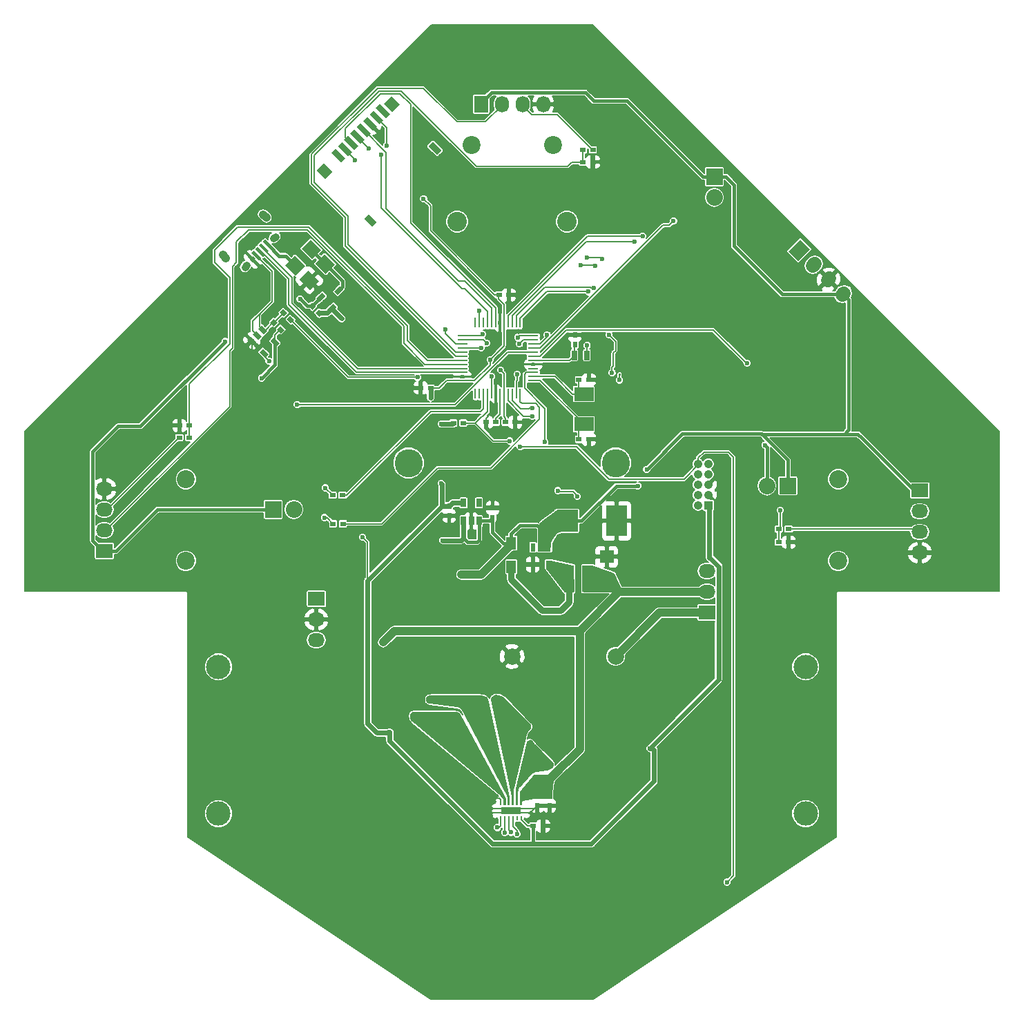
<source format=gbr>
G04 #@! TF.FileFunction,Copper,L1,Top,Signal*
%FSLAX46Y46*%
G04 Gerber Fmt 4.6, Leading zero omitted, Abs format (unit mm)*
G04 Created by KiCad (PCBNEW 4.0.4-stable) date 11/01/16 13:58:18*
%MOMM*%
%LPD*%
G01*
G04 APERTURE LIST*
%ADD10C,0.100000*%
%ADD11C,0.950000*%
%ADD12C,1.000000*%
%ADD13C,3.450000*%
%ADD14C,2.000000*%
%ADD15R,1.300000X0.250000*%
%ADD16R,0.250000X1.300000*%
%ADD17C,2.400000*%
%ADD18R,0.600000X0.700000*%
%ADD19R,0.700000X0.600000*%
%ADD20R,0.635000X1.143000*%
%ADD21R,1.150000X3.300000*%
%ADD22R,2.032000X2.032000*%
%ADD23O,2.032000X2.032000*%
%ADD24R,2.032000X1.727200*%
%ADD25O,2.032000X1.727200*%
%ADD26R,0.650000X1.060000*%
%ADD27R,0.599440X1.000760*%
%ADD28R,2.400000X1.700000*%
%ADD29R,1.200000X1.500000*%
%ADD30R,2.550160X2.700020*%
%ADD31R,2.550160X3.799840*%
%ADD32R,1.803400X1.600200*%
%ADD33C,2.200000*%
%ADD34R,1.727200X2.032000*%
%ADD35O,1.727200X2.032000*%
%ADD36R,0.700000X0.250000*%
%ADD37R,0.250000X0.500000*%
%ADD38R,2.400000X0.840000*%
%ADD39C,1.727200*%
%ADD40C,3.000000*%
%ADD41R,1.050000X1.050000*%
%ADD42C,1.050000*%
%ADD43C,0.600000*%
%ADD44C,0.890000*%
%ADD45C,0.200000*%
%ADD46C,0.600000*%
%ADD47C,0.400000*%
%ADD48C,0.800000*%
%ADD49C,0.150000*%
%ADD50C,0.254000*%
G04 APERTURE END LIST*
D10*
G36*
X130301829Y-114597666D02*
X131362489Y-115658326D01*
X130796803Y-116224012D01*
X129736143Y-115163352D01*
X130301829Y-114597666D01*
X130301829Y-114597666D01*
G37*
G36*
X116937511Y-117213962D02*
X117998171Y-118274622D01*
X117078933Y-119193860D01*
X116018273Y-118133200D01*
X116937511Y-117213962D01*
X116937511Y-117213962D01*
G37*
G36*
X118334047Y-115428516D02*
X119571484Y-116665953D01*
X119076509Y-117160928D01*
X117839072Y-115923491D01*
X118334047Y-115428516D01*
X118334047Y-115428516D01*
G37*
G36*
X119111864Y-114650699D02*
X120349301Y-115888136D01*
X119854326Y-116383111D01*
X118616889Y-115145674D01*
X119111864Y-114650699D01*
X119111864Y-114650699D01*
G37*
G36*
X119889682Y-113872881D02*
X121127119Y-115110318D01*
X120632144Y-115605293D01*
X119394707Y-114367856D01*
X119889682Y-113872881D01*
X119889682Y-113872881D01*
G37*
G36*
X120667499Y-113095064D02*
X121904936Y-114332501D01*
X121409961Y-114827476D01*
X120172524Y-113590039D01*
X120667499Y-113095064D01*
X120667499Y-113095064D01*
G37*
G36*
X121445317Y-112317246D02*
X122682754Y-113554683D01*
X122187779Y-114049658D01*
X120950342Y-112812221D01*
X121445317Y-112317246D01*
X121445317Y-112317246D01*
G37*
G36*
X122223134Y-111539429D02*
X123460571Y-112776866D01*
X122965596Y-113271841D01*
X121728159Y-112034404D01*
X122223134Y-111539429D01*
X122223134Y-111539429D01*
G37*
G36*
X123000952Y-110761611D02*
X124238389Y-111999048D01*
X123743414Y-112494023D01*
X122505977Y-111256586D01*
X123000952Y-110761611D01*
X123000952Y-110761611D01*
G37*
G36*
X123778769Y-109983794D02*
X125016206Y-111221231D01*
X124521231Y-111716206D01*
X123283794Y-110478769D01*
X123778769Y-109983794D01*
X123778769Y-109983794D01*
G37*
G36*
X125175305Y-108976168D02*
X126235965Y-110036828D01*
X125316727Y-110956066D01*
X124256067Y-109895406D01*
X125175305Y-108976168D01*
X125175305Y-108976168D01*
G37*
G36*
X122417588Y-123471857D02*
X123407537Y-124461806D01*
X122841852Y-125027491D01*
X121851903Y-124037542D01*
X122417588Y-123471857D01*
X122417588Y-123471857D01*
G37*
G36*
X109406040Y-126849131D02*
X109688882Y-126566289D01*
X110643476Y-127520883D01*
X110360634Y-127803725D01*
X109406040Y-126849131D01*
X109406040Y-126849131D01*
G37*
G36*
X108946420Y-127308751D02*
X109229262Y-127025909D01*
X110183856Y-127980503D01*
X109901014Y-128263345D01*
X108946420Y-127308751D01*
X108946420Y-127308751D01*
G37*
G36*
X108486801Y-127768370D02*
X108769643Y-127485528D01*
X109724237Y-128440122D01*
X109441395Y-128722964D01*
X108486801Y-127768370D01*
X108486801Y-127768370D01*
G37*
G36*
X108027182Y-128227990D02*
X108310024Y-127945148D01*
X109264618Y-128899742D01*
X108981776Y-129182584D01*
X108027182Y-128227990D01*
X108027182Y-128227990D01*
G37*
G36*
X107567562Y-128687609D02*
X107850404Y-128404767D01*
X108804998Y-129359361D01*
X108522156Y-129642203D01*
X107567562Y-128687609D01*
X107567562Y-128687609D01*
G37*
D11*
X110979352Y-126230413D02*
X110767220Y-126442545D01*
X107443818Y-129765947D02*
X107231686Y-129978079D01*
D12*
X109476750Y-123525730D02*
X109865658Y-123914638D01*
X104527003Y-128475478D02*
X104915911Y-128864386D01*
D13*
X152700000Y-154000000D03*
D14*
X140000000Y-177720000D03*
X152700000Y-177720000D03*
D13*
X127300000Y-154000000D03*
D15*
X142600000Y-143900000D03*
X142600000Y-143400000D03*
X142600000Y-142900000D03*
X142600000Y-142400000D03*
X142600000Y-141900000D03*
X142600000Y-141400000D03*
X142600000Y-140900000D03*
X142600000Y-140400000D03*
X142600000Y-139900000D03*
X142600000Y-139400000D03*
X142600000Y-138900000D03*
X142600000Y-138400000D03*
D16*
X141000000Y-136800000D03*
X140500000Y-136800000D03*
X140000000Y-136800000D03*
X139500000Y-136800000D03*
X139000000Y-136800000D03*
X138500000Y-136800000D03*
X138000000Y-136800000D03*
X137500000Y-136800000D03*
X137000000Y-136800000D03*
X136500000Y-136800000D03*
X136000000Y-136800000D03*
X135500000Y-136800000D03*
D15*
X133900000Y-138400000D03*
X133900000Y-138900000D03*
X133900000Y-139400000D03*
X133900000Y-139900000D03*
X133900000Y-140400000D03*
X133900000Y-140900000D03*
X133900000Y-141400000D03*
X133900000Y-141900000D03*
X133900000Y-142400000D03*
X133900000Y-142900000D03*
X133900000Y-143400000D03*
X133900000Y-143900000D03*
D16*
X135500000Y-145500000D03*
X136000000Y-145500000D03*
X136500000Y-145500000D03*
X137000000Y-145500000D03*
X137500000Y-145500000D03*
X138000000Y-145500000D03*
X138500000Y-145500000D03*
X139000000Y-145500000D03*
X139500000Y-145500000D03*
X140000000Y-145500000D03*
X140500000Y-145500000D03*
X141000000Y-145500000D03*
D17*
X133270000Y-124400000D03*
X146730000Y-124400000D03*
D18*
X147700000Y-139500000D03*
X147700000Y-138300000D03*
D19*
X148200000Y-151100000D03*
X149400000Y-151100000D03*
X139200000Y-149000000D03*
X140400000Y-149000000D03*
X148200000Y-143800000D03*
X149400000Y-143800000D03*
X138000000Y-149000000D03*
X136800000Y-149000000D03*
D18*
X137600000Y-160700000D03*
X137600000Y-159500000D03*
X132300000Y-159300000D03*
X132300000Y-160500000D03*
D19*
X138400000Y-133400000D03*
X139600000Y-133400000D03*
X130000000Y-144800000D03*
X128800000Y-144800000D03*
D18*
X144600000Y-194800000D03*
X144600000Y-196000000D03*
X143100000Y-194800000D03*
X143100000Y-196000000D03*
D19*
X142600000Y-198500000D03*
X143800000Y-198500000D03*
D10*
G36*
X113340330Y-128584474D02*
X114615526Y-129859670D01*
X113484014Y-130991182D01*
X112208818Y-129715986D01*
X113340330Y-128584474D01*
X113340330Y-128584474D01*
G37*
G36*
X115315986Y-126608818D02*
X116591182Y-127884014D01*
X115459670Y-129015526D01*
X114184474Y-127740330D01*
X115315986Y-126608818D01*
X115315986Y-126608818D01*
G37*
D20*
X149162000Y-140800000D03*
X147638000Y-140800000D03*
D21*
X149204027Y-168196367D03*
X147004027Y-168196367D03*
D22*
X110700000Y-159700000D03*
D23*
X113240000Y-159700000D03*
D22*
X173800000Y-156800000D03*
D23*
X171260000Y-156800000D03*
D22*
X164800000Y-118900000D03*
D23*
X164800000Y-121440000D03*
D10*
G36*
X112083883Y-137659619D02*
X111659619Y-138083883D01*
X111164645Y-137588909D01*
X111588909Y-137164645D01*
X112083883Y-137659619D01*
X112083883Y-137659619D01*
G37*
G36*
X111235355Y-136811091D02*
X110811091Y-137235355D01*
X110316117Y-136740381D01*
X110740381Y-136316117D01*
X111235355Y-136811091D01*
X111235355Y-136811091D01*
G37*
G36*
X111516117Y-135540381D02*
X111940381Y-135116117D01*
X112435355Y-135611091D01*
X112011091Y-136035355D01*
X111516117Y-135540381D01*
X111516117Y-135540381D01*
G37*
G36*
X112364645Y-136388909D02*
X112788909Y-135964645D01*
X113283883Y-136459619D01*
X112859619Y-136883883D01*
X112364645Y-136388909D01*
X112364645Y-136388909D01*
G37*
D19*
X132800000Y-149100000D03*
X134000000Y-149100000D03*
D10*
G36*
X116783883Y-135659619D02*
X116359619Y-136083883D01*
X115864645Y-135588909D01*
X116288909Y-135164645D01*
X116783883Y-135659619D01*
X116783883Y-135659619D01*
G37*
G36*
X115935355Y-134811091D02*
X115511091Y-135235355D01*
X115016117Y-134740381D01*
X115440381Y-134316117D01*
X115935355Y-134811091D01*
X115935355Y-134811091D01*
G37*
D24*
X163900000Y-172340000D03*
D25*
X163900000Y-169800000D03*
X163900000Y-167260000D03*
D10*
G36*
X109284474Y-137113567D02*
X109992118Y-137821211D01*
X109568250Y-138245079D01*
X108860606Y-137537435D01*
X109284474Y-137113567D01*
X109284474Y-137113567D01*
G37*
G36*
X107937435Y-138460606D02*
X108645079Y-139168250D01*
X108221211Y-139592118D01*
X107513567Y-138884474D01*
X107937435Y-138460606D01*
X107937435Y-138460606D01*
G37*
G36*
X108610955Y-137787087D02*
X109318599Y-138494731D01*
X108894731Y-138918599D01*
X108187087Y-138210955D01*
X108610955Y-137787087D01*
X108610955Y-137787087D01*
G37*
G36*
X109431750Y-139954921D02*
X110139394Y-140662565D01*
X109715526Y-141086433D01*
X109007882Y-140378789D01*
X109431750Y-139954921D01*
X109431750Y-139954921D01*
G37*
G36*
X110778789Y-138607882D02*
X111486433Y-139315526D01*
X111062565Y-139739394D01*
X110354921Y-139031750D01*
X110778789Y-138607882D01*
X110778789Y-138607882D01*
G37*
D26*
X134050000Y-161100000D03*
X135000000Y-161100000D03*
X135950000Y-161100000D03*
X135950000Y-158900000D03*
X134050000Y-158900000D03*
D27*
X144456527Y-164339727D03*
X142551527Y-164339727D03*
X143504027Y-164339727D03*
X142551527Y-166453007D03*
X144456527Y-166453007D03*
D28*
X148800000Y-145550000D03*
X148800000Y-149250000D03*
D29*
X139904027Y-163846367D03*
X139904027Y-166746367D03*
D30*
X146800260Y-161100000D03*
D31*
X152799740Y-161100000D03*
D32*
X151604027Y-168293367D03*
X151604027Y-165499367D03*
D33*
X100000000Y-166000000D03*
X100000000Y-156000000D03*
D24*
X90000000Y-164810000D03*
D25*
X90000000Y-162270000D03*
X90000000Y-159730000D03*
X90000000Y-157190000D03*
D34*
X136190000Y-110000000D03*
D35*
X138730000Y-110000000D03*
X141270000Y-110000000D03*
X143810000Y-110000000D03*
D24*
X190000000Y-157380000D03*
D25*
X190000000Y-159920000D03*
X190000000Y-162460000D03*
X190000000Y-165000000D03*
D10*
G36*
X117159670Y-130815526D02*
X115884474Y-129540330D01*
X117015986Y-128408818D01*
X118291182Y-129684014D01*
X117159670Y-130815526D01*
X117159670Y-130815526D01*
G37*
G36*
X115184014Y-132791182D02*
X113908818Y-131515986D01*
X115040330Y-130384474D01*
X116315526Y-131659670D01*
X115184014Y-132791182D01*
X115184014Y-132791182D01*
G37*
G36*
X116013567Y-133815526D02*
X116721211Y-133107882D01*
X117145079Y-133531750D01*
X116437435Y-134239394D01*
X116013567Y-133815526D01*
X116013567Y-133815526D01*
G37*
G36*
X118181401Y-132994731D02*
X118889045Y-132287087D01*
X119312913Y-132710955D01*
X118605269Y-133418599D01*
X118181401Y-132994731D01*
X118181401Y-132994731D01*
G37*
G36*
X117360606Y-135162565D02*
X118068250Y-134454921D01*
X118492118Y-134878789D01*
X117784474Y-135586433D01*
X117360606Y-135162565D01*
X117360606Y-135162565D01*
G37*
D36*
X141350000Y-196400000D03*
X141350000Y-196900000D03*
X138350000Y-196900000D03*
D37*
X140600000Y-197600000D03*
X141100000Y-197600000D03*
X140100000Y-197600000D03*
X139600000Y-197600000D03*
X138600000Y-195700000D03*
X138600000Y-197600000D03*
X139100000Y-197600000D03*
X139100000Y-195700000D03*
X139600000Y-195700000D03*
X141100000Y-195700000D03*
X140600000Y-195700000D03*
D38*
X139850000Y-196650000D03*
D37*
X140100000Y-195700000D03*
D36*
X138350000Y-196400000D03*
D19*
X119250000Y-161450000D03*
X118050000Y-161450000D03*
X119200000Y-157950000D03*
X118000000Y-157950000D03*
D10*
G36*
X175100135Y-129236976D02*
X173878820Y-128015661D01*
X175315661Y-126578820D01*
X176536976Y-127800135D01*
X175100135Y-129236976D01*
X175100135Y-129236976D01*
G37*
D39*
X176896186Y-129811712D02*
X177111712Y-129596186D01*
X178692237Y-131607763D02*
X178907763Y-131392237D01*
X180488289Y-133403815D02*
X180703815Y-133188289D01*
D24*
X116000000Y-170660000D03*
D25*
X116000000Y-173200000D03*
X116000000Y-175740000D03*
D19*
X148700000Y-115600000D03*
X149900000Y-115600000D03*
X149900000Y-117100000D03*
X148700000Y-117100000D03*
X100400000Y-150900000D03*
X99200000Y-150900000D03*
X99200000Y-149400000D03*
X100400000Y-149400000D03*
X172700000Y-162100000D03*
X173900000Y-162100000D03*
X173900000Y-163700000D03*
X172700000Y-163700000D03*
D33*
X145000000Y-115000000D03*
X135000000Y-115000000D03*
X180000000Y-166000000D03*
X180000000Y-156000000D03*
D40*
X104000000Y-197000000D03*
X104000000Y-179000000D03*
X176000000Y-179000000D03*
X176000000Y-197000000D03*
D41*
X164070000Y-159200000D03*
D42*
X164070000Y-157930000D03*
X164070000Y-156660000D03*
X164070000Y-155390000D03*
X164070000Y-154120000D03*
X162800000Y-157930000D03*
X162800000Y-156660000D03*
X162800000Y-155390000D03*
X162800000Y-154120000D03*
X162800000Y-159200000D03*
D43*
X152261084Y-142938916D03*
X151900000Y-138300000D03*
X153161084Y-143838916D03*
X138400000Y-150000000D03*
X139600000Y-132400000D03*
X139600000Y-132400000D03*
X141000000Y-133300000D03*
X141000000Y-133300000D03*
X146500000Y-138800000D03*
X183700000Y-140800000D03*
X183700000Y-140800000D03*
X183700000Y-138400000D03*
X183700000Y-138400000D03*
X178500000Y-134800000D03*
X178500000Y-134800000D03*
X170800000Y-123200000D03*
X170800000Y-123200000D03*
X171400000Y-125700000D03*
X139850000Y-196650000D03*
X137800000Y-195100000D03*
X137800000Y-195100000D03*
X137400000Y-197300000D03*
X137400000Y-197300000D03*
X137400000Y-197300000D03*
X137400000Y-196400000D03*
X132790000Y-146230000D03*
X132790000Y-146230000D03*
X134110000Y-151180000D03*
X136080000Y-151130000D03*
X128920000Y-158690000D03*
X128920000Y-158690000D03*
X126630000Y-146120000D03*
X128820000Y-146060000D03*
X128820000Y-146060000D03*
X140440000Y-150600000D03*
X140440000Y-150600000D03*
X137890000Y-147150000D03*
X137890000Y-147150000D03*
X150020000Y-142510000D03*
X150020000Y-142510000D03*
X149380000Y-152310000D03*
X149380000Y-152310000D03*
X150640000Y-151100000D03*
X150640000Y-151100000D03*
X109540000Y-130420000D03*
X109540000Y-130420000D03*
X107460000Y-143170000D03*
X107190000Y-138010000D03*
X107190000Y-138010000D03*
X144590000Y-141980000D03*
X131475000Y-143475000D03*
X152955631Y-183000000D03*
X152045482Y-183000000D03*
X151075000Y-183025000D03*
X150150000Y-183000000D03*
X126978052Y-193878052D03*
X122200000Y-193300000D03*
X122375000Y-194725000D03*
X127400000Y-194300000D03*
X108050000Y-126475000D03*
X107325000Y-127175000D03*
X115950000Y-132725000D03*
X114875000Y-133475000D03*
X114025000Y-132675000D03*
X109150000Y-149170000D03*
X109150000Y-149170000D03*
X113380000Y-149100000D03*
X113380000Y-149100000D03*
X146100000Y-136250000D03*
X147270000Y-137100000D03*
X163320000Y-137110000D03*
X163320000Y-137110000D03*
X164400000Y-138270000D03*
X173530000Y-144230000D03*
X173530000Y-144230000D03*
X168590000Y-144270000D03*
X121650000Y-163100000D03*
X121650000Y-163100000D03*
X122400000Y-115400000D03*
X122400000Y-115400000D03*
X129150000Y-121600000D03*
X129150000Y-121600000D03*
X149200000Y-139600000D03*
X149200000Y-139600000D03*
X137321078Y-141328922D03*
X138600000Y-142600000D03*
X130000000Y-146000000D03*
X130000000Y-146000000D03*
X131300000Y-149200000D03*
X131300000Y-149200000D03*
X131300000Y-156500000D03*
X156900000Y-189000000D03*
X156900000Y-189000000D03*
X125000000Y-187000000D03*
D44*
X124200000Y-176000000D03*
X124200000Y-176000000D03*
D43*
X171000000Y-151800000D03*
X171000000Y-151800000D03*
X113619258Y-146825000D03*
X113639115Y-146825000D03*
X168825000Y-141775000D03*
X168825000Y-141775000D03*
X159800000Y-124325000D03*
X159800000Y-124325000D03*
D44*
X144504068Y-190879068D03*
X143835457Y-190210457D03*
X143177293Y-189552293D03*
X142575000Y-188950000D03*
X141559300Y-186059300D03*
X140325000Y-184825000D03*
X139318355Y-183818355D03*
X138625000Y-183125000D03*
D43*
X144286084Y-138286084D03*
X144286084Y-138286084D03*
X144286084Y-138286084D03*
X144286084Y-138286084D03*
X140606057Y-143100000D03*
X140606057Y-143100000D03*
X140606057Y-143100000D03*
D44*
X133500000Y-183000000D03*
X132761632Y-183000000D03*
X131837947Y-183000000D03*
X131006630Y-183000000D03*
X130082945Y-183000000D03*
X133000000Y-185000000D03*
X131456888Y-185000000D03*
X130383888Y-185000000D03*
X129268533Y-185000000D03*
X128209651Y-185000000D03*
D43*
X136900000Y-139300000D03*
X136900000Y-139300000D03*
X136900000Y-139300000D03*
X136200000Y-139900000D03*
X136200000Y-139900000D03*
X110200000Y-141500000D03*
X114000000Y-133900000D03*
X137500000Y-143400000D03*
X137500000Y-143400000D03*
X128400000Y-143500000D03*
X128400000Y-143500000D03*
X128400000Y-143500000D03*
X138200000Y-198700000D03*
X138200000Y-198700000D03*
X140900000Y-139400000D03*
X140900000Y-139400000D03*
X140700000Y-138600000D03*
X140700000Y-138600000D03*
X139100000Y-199300000D03*
X139100000Y-199300000D03*
X148000000Y-158100000D03*
X148000000Y-158100000D03*
X142500000Y-148300000D03*
X142500000Y-148300000D03*
X145600000Y-157400000D03*
X145600000Y-157400000D03*
X166350000Y-205400000D03*
X166350000Y-205400000D03*
X141000000Y-152000000D03*
X141000000Y-152000000D03*
X139700000Y-151300000D03*
X142499990Y-147300000D03*
X142499990Y-147300000D03*
X140600000Y-199500000D03*
X140600000Y-199500000D03*
X120750000Y-116850000D03*
X120750000Y-116850000D03*
X136000000Y-135300000D03*
X124600000Y-115100000D03*
X124600000Y-115100000D03*
X123983442Y-116172368D03*
X117000000Y-160700000D03*
X117000000Y-160700000D03*
X117100000Y-157050000D03*
X117100000Y-157050000D03*
X150200000Y-129800000D03*
X148400000Y-129700000D03*
X136400000Y-138200000D03*
X151000000Y-129000000D03*
X151000000Y-129000000D03*
X149200000Y-128800000D03*
X131800000Y-137600000D03*
X155000000Y-126900000D03*
X155000000Y-126900000D03*
X155000000Y-126900000D03*
X155000000Y-126900000D03*
X156000000Y-126200000D03*
X149378126Y-133000010D03*
X172900000Y-159800000D03*
X172900000Y-159800000D03*
X150000000Y-132500000D03*
D44*
X133800000Y-167700000D03*
X133800000Y-167700000D03*
X133800000Y-167700000D03*
X133800000Y-167700000D03*
D43*
X156500000Y-154800000D03*
X155400000Y-156800000D03*
X131500000Y-163500000D03*
X131500000Y-163500000D03*
X119100000Y-136300000D03*
X119100000Y-136300000D03*
X119100000Y-136300000D03*
X119100000Y-136300000D03*
X119100000Y-136300000D03*
X119100000Y-136300000D03*
X119100000Y-136300000D03*
X119100000Y-136300000D03*
X104812080Y-139112080D03*
X109296086Y-143596086D03*
X144020000Y-151449990D03*
X144020000Y-151449990D03*
X139878855Y-199293959D03*
X139878855Y-199293959D03*
D45*
X152261084Y-142938916D02*
X152261084Y-142238916D01*
X152261084Y-142238916D02*
X152400000Y-142100000D01*
X152400000Y-140500000D02*
X152700000Y-140200000D01*
X152700000Y-140200000D02*
X152700000Y-139100000D01*
X152400000Y-142100000D02*
X152400000Y-140500000D01*
X152700000Y-139100000D02*
X151900000Y-138300000D01*
X153200010Y-143200000D02*
X153200010Y-143066890D01*
X153161084Y-143838916D02*
X153161084Y-143105816D01*
X153161084Y-143105816D02*
X153200010Y-143066890D01*
X147638000Y-140800000D02*
X147638000Y-139562000D01*
X147638000Y-139562000D02*
X147700000Y-139500000D01*
X142600000Y-141400000D02*
X147038000Y-141400000D01*
X147038000Y-141400000D02*
X147638000Y-140800000D01*
X138410000Y-150280000D02*
X138410000Y-150010000D01*
X138410000Y-150010000D02*
X138400000Y-150000000D01*
X136800000Y-149000000D02*
X136800000Y-148500000D01*
X136800000Y-148500000D02*
X137590001Y-147709999D01*
X137590001Y-147709999D02*
X137590001Y-147449999D01*
X137590001Y-147449999D02*
X137890000Y-147150000D01*
X139600000Y-133400000D02*
X139600000Y-132400000D01*
X140600000Y-133400000D02*
X140900000Y-133400000D01*
X140900000Y-133400000D02*
X141000000Y-133300000D01*
X146757120Y-138300000D02*
X146757120Y-138542880D01*
X146757120Y-138542880D02*
X146500000Y-138800000D01*
X171400000Y-125700000D02*
X170800000Y-125100000D01*
X170800000Y-125100000D02*
X170800000Y-123200000D01*
X139600000Y-133400000D02*
X140600000Y-133400000D01*
X138450000Y-195100000D02*
X137800000Y-195100000D01*
X138600000Y-195700000D02*
X138600000Y-195250000D01*
X138600000Y-195250000D02*
X138450000Y-195100000D01*
X137400000Y-197200000D02*
X137700000Y-196900000D01*
X137700000Y-196900000D02*
X138350000Y-196900000D01*
X137400000Y-197300000D02*
X137400000Y-197200000D01*
X138350000Y-196400000D02*
X137400000Y-196400000D01*
X141350000Y-196900000D02*
X142250000Y-196900000D01*
X142250000Y-196900000D02*
X143100000Y-196050000D01*
X143100000Y-196050000D02*
X143100000Y-196000000D01*
X141350000Y-196400000D02*
X142700000Y-196400000D01*
X142700000Y-196400000D02*
X143100000Y-196000000D01*
X141350000Y-196400000D02*
X140100000Y-196400000D01*
X140100000Y-196400000D02*
X139850000Y-196650000D01*
X136080000Y-151130000D02*
X134160000Y-151130000D01*
X134160000Y-151130000D02*
X134110000Y-151180000D01*
X128820000Y-146060000D02*
X126690000Y-146060000D01*
X126690000Y-146060000D02*
X126630000Y-146120000D01*
X128800000Y-144800000D02*
X128800000Y-146040000D01*
X128800000Y-146040000D02*
X128820000Y-146060000D01*
X138410000Y-150280000D02*
X140120000Y-150280000D01*
X140120000Y-150280000D02*
X140440000Y-150600000D01*
X137720000Y-150420000D02*
X138270000Y-150420000D01*
X138270000Y-150420000D02*
X138410000Y-150280000D01*
X136800000Y-149000000D02*
X136800000Y-149500000D01*
X136800000Y-149500000D02*
X137720000Y-150420000D01*
X138000000Y-145500000D02*
X138000000Y-147040000D01*
X138000000Y-147040000D02*
X137890000Y-147150000D01*
X149400000Y-143800000D02*
X149400000Y-143130000D01*
X149400000Y-143130000D02*
X150020000Y-142510000D01*
X149400000Y-151100000D02*
X149400000Y-152290000D01*
X149400000Y-152290000D02*
X149380000Y-152310000D01*
X149400000Y-151100000D02*
X150640000Y-151100000D01*
X107325000Y-127175000D02*
X107325000Y-128205000D01*
X107325000Y-128205000D02*
X109540000Y-130420000D01*
X108079323Y-139026362D02*
X108079323Y-142550677D01*
X108079323Y-142550677D02*
X107460000Y-143170000D01*
X108079323Y-139026362D02*
X108079323Y-138899323D01*
X108079323Y-138899323D02*
X107190000Y-138010000D01*
X147700000Y-138300000D02*
X146757120Y-138300000D01*
X142600000Y-141900000D02*
X144510000Y-141900000D01*
X144510000Y-141900000D02*
X144590000Y-141980000D01*
X133900000Y-143400000D02*
X131550000Y-143400000D01*
X131550000Y-143400000D02*
X131475000Y-143475000D01*
D46*
X151075000Y-183025000D02*
X152930631Y-183025000D01*
X152930631Y-183025000D02*
X152955631Y-183000000D01*
X151075000Y-183025000D02*
X152020482Y-183025000D01*
X152020482Y-183025000D02*
X152045482Y-183000000D01*
X150150000Y-183000000D02*
X151050000Y-183000000D01*
X151050000Y-183000000D02*
X151075000Y-183025000D01*
X127400000Y-194300000D02*
X122800000Y-194300000D01*
X122800000Y-194300000D02*
X122375000Y-194725000D01*
D45*
X108186280Y-129023485D02*
X107250000Y-128087205D01*
X107250000Y-128087205D02*
X107250000Y-127250000D01*
X107250000Y-127250000D02*
X107325000Y-127175000D01*
X115112172Y-131587828D02*
X115112172Y-131887172D01*
X115112172Y-131887172D02*
X115950000Y-132725000D01*
X114875000Y-133475000D02*
X115200000Y-133475000D01*
X115200000Y-133475000D02*
X115950000Y-132725000D01*
X115112172Y-131587828D02*
X114025000Y-132675000D01*
X163320000Y-137110000D02*
X147280000Y-137110000D01*
X147280000Y-137110000D02*
X147270000Y-137100000D01*
X168590000Y-144270000D02*
X168590000Y-142460000D01*
X168590000Y-142460000D02*
X164400000Y-138270000D01*
X148800000Y-149250000D02*
X148450000Y-149250000D01*
X148450000Y-149250000D02*
X148200000Y-149500000D01*
X148200000Y-149500000D02*
X148200000Y-150600000D01*
X148200000Y-150600000D02*
X148200000Y-151100000D01*
X142600000Y-143900000D02*
X143450000Y-143900000D01*
X143450000Y-143900000D02*
X148800000Y-149250000D01*
X122281009Y-168418991D02*
X122281009Y-163731009D01*
X122281009Y-163731009D02*
X121650000Y-163100000D01*
X122400000Y-115400000D02*
X121038730Y-114038730D01*
X121038730Y-114038730D02*
X121038730Y-113961270D01*
X130000000Y-125550000D02*
X130000000Y-122450000D01*
X130000000Y-122450000D02*
X129150000Y-121600000D01*
D46*
X122281009Y-185981009D02*
X123400000Y-187100000D01*
X131400000Y-159300000D02*
X122760510Y-167939490D01*
X122281009Y-185981009D02*
X122281009Y-168418991D01*
X122281009Y-168418991D02*
X122760510Y-167939490D01*
X165316010Y-180583990D02*
X165316010Y-173613592D01*
X156900000Y-189000000D02*
X165316010Y-180583990D01*
X165316010Y-173613592D02*
X165366010Y-173563592D01*
X165366010Y-173563592D02*
X165366010Y-166715885D01*
X165366010Y-166715885D02*
X164270711Y-165620586D01*
X164200000Y-165620586D02*
X164200000Y-159210000D01*
X164270711Y-165620586D02*
X164200000Y-165620586D01*
D45*
X138400000Y-133400000D02*
X137850000Y-133400000D01*
X137850000Y-133400000D02*
X130000000Y-125550000D01*
X149200000Y-139600000D02*
X149200000Y-140762000D01*
X149200000Y-140762000D02*
X149162000Y-140800000D01*
X133900000Y-143900000D02*
X135400000Y-143900000D01*
X135400000Y-143900000D02*
X137321078Y-141978922D01*
X137321078Y-141978922D02*
X137321078Y-141328922D01*
X149200000Y-140838000D02*
X149162000Y-140800000D01*
X137321078Y-141328922D02*
X139000000Y-139650000D01*
X139000000Y-145500000D02*
X139000000Y-143000000D01*
X139000000Y-143000000D02*
X138600000Y-142600000D01*
X139000000Y-139650000D02*
X139000000Y-137650000D01*
X139000000Y-137650000D02*
X139000000Y-136800000D01*
D46*
X130000000Y-146000000D02*
X130000000Y-144800000D01*
X131300000Y-149200000D02*
X132700000Y-149200000D01*
X132700000Y-149200000D02*
X132800000Y-149100000D01*
X131400000Y-159300000D02*
X131400000Y-156600000D01*
X131400000Y-156600000D02*
X131300000Y-156500000D01*
D45*
X141100000Y-197725000D02*
X141875000Y-198500000D01*
X141875000Y-198500000D02*
X142600000Y-198500000D01*
X141100000Y-197600000D02*
X141100000Y-197725000D01*
D46*
X142528206Y-200700000D02*
X149700000Y-200700000D01*
X137600000Y-200700000D02*
X142528206Y-200700000D01*
D47*
X142528206Y-200700000D02*
X142600000Y-200628206D01*
X142600000Y-200628206D02*
X142600000Y-198500000D01*
D46*
X157400000Y-189200000D02*
X157200000Y-189000000D01*
X157200000Y-189000000D02*
X156900000Y-189000000D01*
X157400000Y-193000000D02*
X157400000Y-189200000D01*
X149700000Y-200700000D02*
X157400000Y-193000000D01*
X125000000Y-187000000D02*
X125000000Y-188100000D01*
X125000000Y-188100000D02*
X137600000Y-200700000D01*
X123400000Y-187100000D02*
X124900000Y-187100000D01*
X124900000Y-187100000D02*
X125000000Y-187000000D01*
X132300000Y-159300000D02*
X131400000Y-159300000D01*
X134050000Y-158900000D02*
X132700000Y-158900000D01*
X132700000Y-158900000D02*
X132300000Y-159300000D01*
D45*
X131050000Y-144800000D02*
X131950000Y-143900000D01*
X131950000Y-143900000D02*
X133900000Y-143900000D01*
X130000000Y-144800000D02*
X131050000Y-144800000D01*
X139200000Y-149000000D02*
X139200000Y-148500000D01*
X139200000Y-148500000D02*
X139000000Y-148300000D01*
X139000000Y-148300000D02*
X139000000Y-146350000D01*
X139000000Y-146350000D02*
X139000000Y-145500000D01*
X138375000Y-133425000D02*
X138375000Y-133925000D01*
X138375000Y-133925000D02*
X139000000Y-134550000D01*
X139000000Y-134550000D02*
X139000000Y-135950000D01*
X139000000Y-135950000D02*
X139000000Y-136800000D01*
X148800000Y-145550000D02*
X147400000Y-145550000D01*
X147400000Y-145550000D02*
X145250000Y-143400000D01*
X145250000Y-143400000D02*
X142600000Y-143400000D01*
X148200000Y-143800000D02*
X148200000Y-144950000D01*
X148200000Y-144950000D02*
X148800000Y-145550000D01*
X142600000Y-143400000D02*
X143100000Y-143400000D01*
X138500000Y-148000000D02*
X138500000Y-145500000D01*
X138000000Y-149000000D02*
X138000000Y-148500000D01*
X138000000Y-148500000D02*
X138500000Y-148000000D01*
D47*
X119200000Y-131724344D02*
X119200000Y-132400000D01*
X119200000Y-132400000D02*
X118747157Y-132852843D01*
X117087828Y-129612172D02*
X119200000Y-131724344D01*
X115387828Y-127812172D02*
X115387828Y-127912172D01*
X115387828Y-127912172D02*
X117087828Y-129612172D01*
D12*
X125889340Y-174610660D02*
X125589340Y-174610660D01*
X125589340Y-174610660D02*
X124200000Y-176000000D01*
X148300000Y-174610660D02*
X125889340Y-174610660D01*
X148300000Y-189100000D02*
X144800000Y-192600000D01*
X153110660Y-169800000D02*
X148300000Y-174610660D01*
X148300000Y-174610660D02*
X148300000Y-189100000D01*
X151604027Y-168293367D02*
X149301027Y-168293367D01*
X149301027Y-168293367D02*
X149204027Y-168196367D01*
X163900000Y-169800000D02*
X153110660Y-169800000D01*
X153110660Y-169800000D02*
X151604027Y-168293367D01*
D48*
X139904027Y-166746367D02*
X139904027Y-168296367D01*
X139904027Y-168296367D02*
X143707660Y-172100000D01*
X143707660Y-172100000D02*
X146000000Y-172100000D01*
X146000000Y-172100000D02*
X147004027Y-171095973D01*
X147004027Y-171095973D02*
X147004027Y-168196367D01*
D47*
X111439751Y-128600000D02*
X112224344Y-128600000D01*
X112224344Y-128600000D02*
X113412172Y-129787828D01*
X110024758Y-127185007D02*
X111439751Y-128600000D01*
D45*
X109565138Y-127835546D02*
X112990000Y-131260408D01*
X109565138Y-127644627D02*
X109565138Y-127835546D01*
X112990000Y-131260408D02*
X112990000Y-134421300D01*
X112990000Y-134421300D02*
X121028700Y-142460000D01*
X121028700Y-142460000D02*
X132865000Y-142460000D01*
X132865000Y-142460000D02*
X132925000Y-142400000D01*
X132925000Y-142400000D02*
X133900000Y-142400000D01*
X112610000Y-131417808D02*
X112610000Y-134578700D01*
X109105519Y-128104246D02*
X109296438Y-128104246D01*
X112610000Y-134578700D02*
X120871300Y-142840000D01*
X109296438Y-128104246D02*
X112610000Y-131417808D01*
X120871300Y-142840000D02*
X132865000Y-142840000D01*
X132865000Y-142840000D02*
X132925000Y-142900000D01*
X132925000Y-142900000D02*
X133900000Y-142900000D01*
X110775736Y-136675736D02*
X110875736Y-136675736D01*
X110875736Y-136675736D02*
X111975736Y-135575736D01*
X109426362Y-137679323D02*
X109772149Y-137679323D01*
X109772149Y-137679323D02*
X110775736Y-136675736D01*
X110600000Y-134200000D02*
X109334546Y-135465454D01*
X109334546Y-135465454D02*
X108200000Y-136600000D01*
X109426362Y-137679323D02*
X109001830Y-137254791D01*
X109001830Y-137254791D02*
X109001830Y-135798170D01*
X109001830Y-135798170D02*
X109334546Y-135465454D01*
X108200000Y-136600000D02*
X108200000Y-137800000D01*
X108200000Y-137800000D02*
X108752843Y-138352843D01*
X108645900Y-128563866D02*
X110600000Y-130517966D01*
X110600000Y-130517966D02*
X110600000Y-134200000D01*
D12*
X163900000Y-172340000D02*
X158080000Y-172340000D01*
X158080000Y-172340000D02*
X152700000Y-177720000D01*
D47*
X171260000Y-156800000D02*
X171260000Y-152060000D01*
X171260000Y-152060000D02*
X171000000Y-151800000D01*
D45*
X133039998Y-146825000D02*
X113639115Y-146825000D01*
X139464998Y-140400000D02*
X142600000Y-140400000D01*
X133039998Y-146825000D02*
X139464998Y-140400000D01*
X113875000Y-146825000D02*
X113825000Y-146825000D01*
X164650000Y-137675000D02*
X168750000Y-141775000D01*
X168750000Y-141775000D02*
X168825000Y-141775000D01*
X146675000Y-137675000D02*
X164650000Y-137675000D01*
X142600000Y-140900000D02*
X143450000Y-140900000D01*
X143450000Y-140900000D02*
X146675000Y-137675000D01*
X158500000Y-124850000D02*
X159275000Y-124850000D01*
X159275000Y-124850000D02*
X159800000Y-124325000D01*
X142600000Y-139900000D02*
X143450000Y-139900000D01*
X143450000Y-139900000D02*
X158500000Y-124850000D01*
X142600000Y-139400000D02*
X143450000Y-139400000D01*
X143450000Y-139400000D02*
X144286084Y-138563916D01*
X144286084Y-138563916D02*
X144286084Y-138286084D01*
X140606057Y-143893943D02*
X140500000Y-144000000D01*
X140500000Y-144000000D02*
X140500000Y-145500000D01*
X140606057Y-143100000D02*
X140606057Y-143893943D01*
X136375000Y-188375000D02*
X136375000Y-185875000D01*
X136375000Y-185875000D02*
X133500000Y-183000000D01*
X138375000Y-190375000D02*
X136375000Y-188375000D01*
X138375000Y-192500000D02*
X138375000Y-190375000D01*
X139150000Y-193275000D02*
X138375000Y-192500000D01*
X139150000Y-194075000D02*
X139150000Y-193275000D01*
X139475000Y-194400000D02*
X139150000Y-194075000D01*
X139475000Y-194775000D02*
X139475000Y-194400000D01*
X139600000Y-194900000D02*
X139475000Y-194775000D01*
X139600000Y-195700000D02*
X139600000Y-194900000D01*
X139100000Y-195700000D02*
X139100000Y-195250000D01*
X133900000Y-138900000D02*
X136500000Y-138900000D01*
X136500000Y-138900000D02*
X136900000Y-139300000D01*
X136200000Y-139900000D02*
X133900000Y-139900000D01*
X109573638Y-140520677D02*
X109573638Y-140873638D01*
X109573638Y-140873638D02*
X110200000Y-141500000D01*
D47*
X115475736Y-134775736D02*
X114875736Y-134775736D01*
X114875736Y-134775736D02*
X114000000Y-133900000D01*
X116579323Y-133673638D02*
X116577834Y-133673638D01*
X116577834Y-133673638D02*
X115475736Y-134775736D01*
D45*
X137500000Y-143400000D02*
X137500000Y-145500000D01*
X112824264Y-136424264D02*
X119900000Y-143500000D01*
X119900000Y-143500000D02*
X128400000Y-143500000D01*
X138400000Y-198700000D02*
X138200000Y-198700000D01*
X142600000Y-138900000D02*
X141400000Y-138900000D01*
X141400000Y-138900000D02*
X140900000Y-139400000D01*
X138400000Y-198700000D02*
X138600000Y-198500000D01*
X138600000Y-198500000D02*
X138600000Y-197600000D01*
X142600000Y-138400000D02*
X140900000Y-138400000D01*
X140900000Y-138400000D02*
X140700000Y-138600000D01*
X139100000Y-199300000D02*
X139100000Y-197600000D01*
X148000000Y-158100000D02*
X148000000Y-158000000D01*
X148000000Y-158000000D02*
X147500000Y-157500000D01*
X141150003Y-148050003D02*
X141400000Y-148300000D01*
X141150003Y-148000003D02*
X141150003Y-148050003D01*
X139500000Y-145500000D02*
X139500000Y-146350000D01*
X139500000Y-146350000D02*
X141150003Y-148000003D01*
X141400000Y-148300000D02*
X142500000Y-148300000D01*
X147500000Y-157500000D02*
X145700000Y-157500000D01*
X145700000Y-157500000D02*
X145600000Y-157400000D01*
X167150000Y-153300000D02*
X167150000Y-204600000D01*
X167150000Y-204600000D02*
X166350000Y-205400000D01*
X166500000Y-152650000D02*
X167150000Y-153300000D01*
X163747002Y-152650000D02*
X166500000Y-152650000D01*
X163527538Y-152650000D02*
X163747002Y-152650000D01*
X162800000Y-154120000D02*
X162800000Y-153377538D01*
X162800000Y-153377538D02*
X163527538Y-152650000D01*
X162930000Y-154130000D02*
X161084999Y-155975001D01*
X161084999Y-155975001D02*
X151875001Y-155975001D01*
X151875001Y-155975001D02*
X147900000Y-152000000D01*
X147850998Y-152000000D02*
X141000000Y-152000000D01*
X147900000Y-152000000D02*
X147850998Y-152000000D01*
X135500000Y-149100000D02*
X136300000Y-148300000D01*
X136300000Y-148300000D02*
X136403949Y-148300000D01*
X136403949Y-148300000D02*
X137014249Y-147689700D01*
X137014249Y-147689700D02*
X137014249Y-146364249D01*
X137014249Y-146364249D02*
X137000000Y-146350000D01*
X137000000Y-146350000D02*
X137000000Y-145500000D01*
X135500000Y-149100000D02*
X137700000Y-151300000D01*
X137700000Y-151300000D02*
X139700000Y-151300000D01*
X134000000Y-149100000D02*
X135500000Y-149100000D01*
X140950000Y-147300000D02*
X141000000Y-147300000D01*
X141000000Y-147300000D02*
X141049991Y-147349991D01*
X141049991Y-147349991D02*
X142025735Y-147349991D01*
X142025735Y-147349991D02*
X142075726Y-147300000D01*
X142075726Y-147300000D02*
X142499990Y-147300000D01*
X140000000Y-145500000D02*
X140000000Y-146350000D01*
X140000000Y-146350000D02*
X140950000Y-147300000D01*
X140600000Y-199500000D02*
X140600000Y-199075736D01*
X140600000Y-199075736D02*
X140100000Y-198575736D01*
X140100000Y-198575736D02*
X140100000Y-198050000D01*
X140100000Y-198050000D02*
X140100000Y-197600000D01*
X120750000Y-116850000D02*
X120750000Y-116783810D01*
X120750000Y-116783810D02*
X119483095Y-115516905D01*
X136000000Y-136800000D02*
X136000000Y-135300000D01*
X123823842Y-108726158D02*
X119571485Y-112978515D01*
X119571485Y-112978515D02*
X119571485Y-114049659D01*
X119571485Y-114049659D02*
X120260913Y-114739087D01*
X127556333Y-110056333D02*
X126226158Y-108726158D01*
X126226158Y-108726158D02*
X123823842Y-108726158D01*
X127556333Y-124556333D02*
X127556333Y-110056333D01*
X138000000Y-136800000D02*
X138000000Y-135000000D01*
X138000000Y-135000000D02*
X127556333Y-124556333D01*
X124533452Y-115900356D02*
X121816548Y-113183452D01*
X124533452Y-122766548D02*
X124533452Y-115900356D01*
X137500000Y-136800000D02*
X137500000Y-135000000D01*
X137500000Y-135000000D02*
X134200000Y-131700000D01*
X134200000Y-131700000D02*
X133466904Y-131700000D01*
X133466904Y-131700000D02*
X124533452Y-122766548D01*
X124600000Y-115100000D02*
X124600000Y-112855634D01*
X124600000Y-112855634D02*
X123372183Y-111627817D01*
X134200000Y-132600000D02*
X133871916Y-132600000D01*
X133871916Y-132600000D02*
X123983442Y-122711526D01*
X123983442Y-122711526D02*
X123983442Y-116172368D01*
X137000000Y-136800000D02*
X137000000Y-135400000D01*
X137000000Y-135400000D02*
X134200000Y-132600000D01*
X141000000Y-145500000D02*
X141000000Y-146500000D01*
X124000000Y-161450000D02*
X119250000Y-161450000D01*
X130850000Y-154600000D02*
X124000000Y-161450000D01*
X137400000Y-154600000D02*
X130850000Y-154600000D01*
X143350000Y-148650000D02*
X137400000Y-154600000D01*
X143350000Y-147150000D02*
X143350000Y-148650000D01*
X142900000Y-146700000D02*
X143350000Y-147150000D01*
X141200000Y-146700000D02*
X142900000Y-146700000D01*
X141000000Y-146500000D02*
X141200000Y-146700000D01*
X117000000Y-160700000D02*
X117300000Y-160700000D01*
X117300000Y-160700000D02*
X118050000Y-161450000D01*
X136500000Y-147350000D02*
X136500000Y-145500000D01*
X130000000Y-147700000D02*
X136150000Y-147700000D01*
X136150000Y-147700000D02*
X136500000Y-147350000D01*
X119200000Y-157950000D02*
X119750000Y-157950000D01*
X119750000Y-157950000D02*
X130000000Y-147700000D01*
X117100000Y-157050000D02*
X118000000Y-157950000D01*
X148400000Y-129700000D02*
X150100000Y-129700000D01*
X150100000Y-129700000D02*
X150200000Y-129800000D01*
X133900000Y-138400000D02*
X136200000Y-138400000D01*
X136200000Y-138400000D02*
X136400000Y-138200000D01*
X133900000Y-139400000D02*
X133050000Y-139400000D01*
X133050000Y-139400000D02*
X131800000Y-138150000D01*
X131800000Y-138150000D02*
X131800000Y-138024264D01*
X131800000Y-138024264D02*
X131800000Y-137600000D01*
X131850000Y-137700000D02*
X131850000Y-137650000D01*
X131850000Y-137650000D02*
X131800000Y-137600000D01*
X149200000Y-128800000D02*
X150800000Y-128800000D01*
X150800000Y-128800000D02*
X151000000Y-129000000D01*
X140000000Y-136800000D02*
X140000000Y-135950000D01*
X140000000Y-135950000D02*
X149050000Y-126900000D01*
X149050000Y-126900000D02*
X155000000Y-126900000D01*
X149250000Y-126200000D02*
X156000000Y-126200000D01*
X139500000Y-136800000D02*
X139500000Y-135950000D01*
X139500000Y-135950000D02*
X149250000Y-126200000D01*
X105712091Y-130822926D02*
X105712091Y-129887909D01*
X105712091Y-129887909D02*
X106200000Y-129400000D01*
X106200000Y-129400000D02*
X106200000Y-126900000D01*
X126700000Y-137200000D02*
X126700000Y-139300000D01*
X106200000Y-126900000D02*
X107700000Y-125400000D01*
X107700000Y-125400000D02*
X114900000Y-125400000D01*
X114900000Y-125400000D02*
X126700000Y-137200000D01*
X126700000Y-139300000D02*
X129300000Y-141900000D01*
X129300000Y-141900000D02*
X133900000Y-141900000D01*
X105712091Y-130822926D02*
X105712091Y-130721242D01*
X105712091Y-139887909D02*
X105712091Y-130822926D01*
X90000000Y-162270000D02*
X90152400Y-162270000D01*
X90152400Y-162270000D02*
X105362081Y-147060319D01*
X105362081Y-147060319D02*
X105362081Y-140237919D01*
X105362081Y-140237919D02*
X105712091Y-139887909D01*
X90000000Y-159730000D02*
X90320000Y-159730000D01*
X90320000Y-159730000D02*
X99150000Y-150900000D01*
X99150000Y-150900000D02*
X99200000Y-150900000D01*
X90000000Y-159730000D02*
X90152400Y-159730000D01*
X141000000Y-136800000D02*
X141000000Y-136275000D01*
X141000000Y-136275000D02*
X144274990Y-133000010D01*
X144274990Y-133000010D02*
X149378126Y-133000010D01*
X173900000Y-162100000D02*
X189640000Y-162100000D01*
X189640000Y-162100000D02*
X190000000Y-162460000D01*
X115418253Y-116436759D02*
X115418253Y-116141771D01*
X115418253Y-116141771D02*
X123533886Y-108026138D01*
X129076138Y-108026138D02*
X133219813Y-112169813D01*
X123533886Y-108026138D02*
X129076138Y-108026138D01*
X133219813Y-112169813D02*
X136712587Y-112169813D01*
X136712587Y-112169813D02*
X138730000Y-110152400D01*
X138730000Y-110152400D02*
X138730000Y-110000000D01*
X119514015Y-127364015D02*
X119514015Y-123859003D01*
X119514015Y-123859003D02*
X115418253Y-119763241D01*
X115418253Y-119763241D02*
X115418253Y-116436759D01*
X115418253Y-116436759D02*
X115418255Y-116436757D01*
X133900000Y-140900000D02*
X133050000Y-140900000D01*
X133050000Y-140900000D02*
X119514015Y-127364015D01*
X149900000Y-115600000D02*
X149850000Y-115600000D01*
X149850000Y-115600000D02*
X145516010Y-111266010D01*
X145516010Y-111266010D02*
X142383610Y-111266010D01*
X142383610Y-111266010D02*
X141270000Y-110152400D01*
X141270000Y-110152400D02*
X141270000Y-110000000D01*
X136189533Y-117600000D02*
X146800000Y-117600000D01*
X123678864Y-108376148D02*
X126378146Y-108376148D01*
X133900000Y-140400000D02*
X133050000Y-140400000D01*
X133050000Y-140400000D02*
X119864025Y-127214025D01*
X126378146Y-108376148D02*
X135601998Y-117600000D01*
X119864025Y-127214025D02*
X119864025Y-123714025D01*
X119864025Y-123714025D02*
X115768263Y-119618263D01*
X115768263Y-119618263D02*
X115768263Y-116286749D01*
X115768263Y-116286749D02*
X123678864Y-108376148D01*
X135601998Y-117600000D02*
X136189533Y-117600000D01*
X146800000Y-117600000D02*
X147300000Y-117100000D01*
X147300000Y-117100000D02*
X148700000Y-117100000D01*
X148700000Y-117100000D02*
X148700000Y-115600000D01*
X148150000Y-117100000D02*
X148700000Y-117100000D01*
X115152188Y-125157200D02*
X115239079Y-125244091D01*
X103500000Y-129400000D02*
X103500000Y-127900000D01*
X115239079Y-125244091D02*
X127200000Y-137205012D01*
X100400000Y-149400000D02*
X100400000Y-144338162D01*
X100400000Y-144338162D02*
X105362081Y-139376081D01*
X105362081Y-139376081D02*
X105362081Y-131262081D01*
X105362081Y-131262081D02*
X103500000Y-129400000D01*
X115044978Y-125049990D02*
X115239079Y-125244091D01*
X103500000Y-127900000D02*
X106350010Y-125049990D01*
X106350010Y-125049990D02*
X115044978Y-125049990D01*
X127200000Y-139000000D02*
X129600000Y-141400000D01*
X129600000Y-141400000D02*
X133900000Y-141400000D01*
X127200000Y-137205012D02*
X127200000Y-139000000D01*
X100400000Y-150900000D02*
X100400000Y-149400000D01*
X172700000Y-163700000D02*
X172700000Y-162100000D01*
X172900000Y-159800000D02*
X172900000Y-161900000D01*
X172900000Y-161900000D02*
X172700000Y-162100000D01*
X150000000Y-132500000D02*
X149692118Y-132500000D01*
X140500000Y-135950000D02*
X140500000Y-136800000D01*
X149692118Y-132500000D02*
X149642127Y-132450009D01*
X149642127Y-132450009D02*
X143999991Y-132450009D01*
X143999991Y-132450009D02*
X140500000Y-135950000D01*
D12*
X139904027Y-163996367D02*
X139904027Y-163846367D01*
X133800000Y-167700000D02*
X136200394Y-167700000D01*
X136200394Y-167700000D02*
X139904027Y-163996367D01*
D47*
X173800000Y-156800000D02*
X173800000Y-153637998D01*
X173800000Y-153637998D02*
X170562003Y-150400001D01*
X170562003Y-150400001D02*
X160899999Y-150400001D01*
X160899999Y-150400001D02*
X156500000Y-154800000D01*
X94424160Y-149500000D02*
X91649190Y-149500000D01*
X91649190Y-149500000D02*
X88584000Y-152565190D01*
X167200000Y-127400000D02*
X173096052Y-133296052D01*
X173096052Y-133296052D02*
X180596052Y-133296052D01*
X167200000Y-119884000D02*
X167200000Y-127400000D01*
X164800000Y-118900000D02*
X166216000Y-118900000D01*
X166216000Y-118900000D02*
X167200000Y-119884000D01*
X190000000Y-157380000D02*
X190152400Y-157380000D01*
X182802963Y-150853773D02*
X189329190Y-157380000D01*
X180749999Y-150450001D02*
X182399191Y-150450001D01*
X182399191Y-150450001D02*
X182802963Y-150853773D01*
X136190000Y-110000000D02*
X136190000Y-109847600D01*
X163384000Y-118900000D02*
X164800000Y-118900000D01*
X136190000Y-109847600D02*
X137453600Y-108584000D01*
X137453600Y-108584000D02*
X148985020Y-108584000D01*
X148985020Y-108584000D02*
X150001020Y-109600000D01*
X150001020Y-109600000D02*
X154084000Y-109600000D01*
X154084000Y-109600000D02*
X163384000Y-118900000D01*
X170562003Y-150400001D02*
X170612003Y-150450001D01*
X170612003Y-150450001D02*
X180749999Y-150450001D01*
X180749999Y-150450001D02*
X181300000Y-149900000D01*
X181300000Y-149900000D02*
X181300000Y-148301830D01*
X181300000Y-148301830D02*
X181300000Y-147501780D01*
X181300000Y-140700000D02*
X181300000Y-134000000D01*
X181300000Y-134000000D02*
X180596052Y-133296052D01*
X181300000Y-147501780D02*
X181300000Y-140700000D01*
X146800260Y-161100000D02*
X148475340Y-161100000D01*
X148475340Y-161100000D02*
X152775340Y-156800000D01*
X152775340Y-156800000D02*
X155400000Y-156800000D01*
X110920677Y-139173638D02*
X110920677Y-141971495D01*
X110920677Y-141971495D02*
X109296086Y-143596086D01*
D46*
X134050000Y-161100000D02*
X134050000Y-163200000D01*
X131500000Y-163500000D02*
X133750000Y-163500000D01*
X133750000Y-163500000D02*
X134050000Y-163200000D01*
X117926362Y-135020677D02*
X117926362Y-135126362D01*
X117926362Y-135126362D02*
X119100000Y-136300000D01*
X116324264Y-135624264D02*
X117322775Y-135624264D01*
X117322775Y-135624264D02*
X117926362Y-135020677D01*
D47*
X143504027Y-162129027D02*
X144533054Y-161100000D01*
X144533054Y-161100000D02*
X146800260Y-161100000D01*
X144456527Y-164339727D02*
X144456527Y-163439347D01*
X144456527Y-163439347D02*
X143504027Y-162486847D01*
X143504027Y-162486847D02*
X143504027Y-162129027D01*
X143050000Y-161675000D02*
X143504027Y-162129027D01*
X143504027Y-162129027D02*
X143504027Y-164339727D01*
X140925394Y-161675000D02*
X143050000Y-161675000D01*
X139904027Y-163846367D02*
X139904027Y-162696367D01*
X139904027Y-162696367D02*
X140925394Y-161675000D01*
X137600000Y-160700000D02*
X137600000Y-162542340D01*
X137600000Y-162542340D02*
X138904027Y-163846367D01*
X138904027Y-163846367D02*
X139904027Y-163846367D01*
X135950000Y-161100000D02*
X137200000Y-161100000D01*
X137200000Y-161100000D02*
X137600000Y-160700000D01*
X135675000Y-163700000D02*
X135950000Y-163425000D01*
X135950000Y-163425000D02*
X135950000Y-161100000D01*
X134550000Y-163700000D02*
X135675000Y-163700000D01*
X134050000Y-163200000D02*
X134550000Y-163700000D01*
D45*
X110920677Y-139173638D02*
X110920677Y-138327851D01*
X110920677Y-138327851D02*
X111624264Y-137624264D01*
D47*
X189329190Y-157380000D02*
X190000000Y-157380000D01*
X90000000Y-164810000D02*
X91416000Y-164810000D01*
X91416000Y-164810000D02*
X96526000Y-159700000D01*
X96526000Y-159700000D02*
X109284000Y-159700000D01*
X109284000Y-159700000D02*
X110700000Y-159700000D01*
X88584000Y-163546400D02*
X89847600Y-164810000D01*
X89847600Y-164810000D02*
X90000000Y-164810000D01*
X88584000Y-152565190D02*
X88584000Y-163546400D01*
X93498220Y-149500000D02*
X94424160Y-149500000D01*
X94424160Y-149500000D02*
X104812080Y-139112080D01*
X90699190Y-150450000D02*
X88584000Y-152565190D01*
D45*
X144020000Y-147325012D02*
X144020000Y-151449990D01*
X141540000Y-143110000D02*
X141540000Y-144845012D01*
X141540000Y-144845012D02*
X144020000Y-147325012D01*
X142600000Y-142900000D02*
X141750000Y-142900000D01*
X141750000Y-142900000D02*
X141540000Y-143110000D01*
X139600000Y-198900000D02*
X139600000Y-198329668D01*
X139600000Y-198329668D02*
X139600000Y-197600000D01*
X139878855Y-199293959D02*
X139600000Y-199015104D01*
X139600000Y-199015104D02*
X139600000Y-198329668D01*
X141964998Y-142900000D02*
X142600000Y-142900000D01*
D49*
G36*
X199725000Y-150113908D02*
X199725000Y-169725000D01*
X180000000Y-169725000D01*
X179894762Y-169745933D01*
X179805546Y-169805546D01*
X179745933Y-169894762D01*
X179725000Y-170000000D01*
X179725000Y-199852825D01*
X149916736Y-219725000D01*
X130083264Y-219725000D01*
X100275000Y-199852824D01*
X100275000Y-195536763D01*
X103024142Y-195536763D01*
X102538469Y-196021590D01*
X102275300Y-196655371D01*
X102274701Y-197341618D01*
X102536763Y-197975858D01*
X103021590Y-198461531D01*
X103655371Y-198724700D01*
X104341618Y-198725299D01*
X104975858Y-198463237D01*
X105461531Y-197978410D01*
X105724700Y-197344629D01*
X105725299Y-196658382D01*
X105463237Y-196024142D01*
X104978410Y-195538469D01*
X104344629Y-195275300D01*
X103658382Y-195274701D01*
X103024142Y-195536763D01*
X100275000Y-195536763D01*
X100275000Y-177536763D01*
X103024142Y-177536763D01*
X102538469Y-178021590D01*
X102275300Y-178655371D01*
X102274701Y-179341618D01*
X102536763Y-179975858D01*
X103021590Y-180461531D01*
X103655371Y-180724700D01*
X104341618Y-180725299D01*
X104975858Y-180463237D01*
X105461531Y-179978410D01*
X105724700Y-179344629D01*
X105725299Y-178658382D01*
X105463237Y-178024142D01*
X104978410Y-177538469D01*
X104344629Y-177275300D01*
X103658382Y-177274701D01*
X103024142Y-177536763D01*
X100275000Y-177536763D01*
X100275000Y-174651400D01*
X115823287Y-174651400D01*
X115406698Y-174734265D01*
X115053531Y-174970244D01*
X114817552Y-175323411D01*
X114734687Y-175740000D01*
X114817552Y-176156589D01*
X115053531Y-176509756D01*
X115406698Y-176745735D01*
X115823287Y-176828600D01*
X116176713Y-176828600D01*
X116593302Y-176745735D01*
X116946469Y-176509756D01*
X117182448Y-176156589D01*
X117265313Y-175740000D01*
X117182448Y-175323411D01*
X116946469Y-174970244D01*
X116593302Y-174734265D01*
X116176713Y-174651400D01*
X115823287Y-174651400D01*
X100275000Y-174651400D01*
X100275000Y-173379000D01*
X114559124Y-173379000D01*
X114457792Y-173601355D01*
X114662972Y-174027803D01*
X115069933Y-174418128D01*
X115595287Y-174623004D01*
X115821000Y-174499205D01*
X115821000Y-173379000D01*
X116179000Y-173379000D01*
X116179000Y-174499205D01*
X116404713Y-174623004D01*
X116930067Y-174418128D01*
X117337028Y-174027803D01*
X117542208Y-173601355D01*
X117440876Y-173379000D01*
X116179000Y-173379000D01*
X115821000Y-173379000D01*
X114559124Y-173379000D01*
X100275000Y-173379000D01*
X100275000Y-171981872D01*
X115069933Y-171981872D01*
X114662972Y-172372197D01*
X114457792Y-172798645D01*
X114559124Y-173021000D01*
X115821000Y-173021000D01*
X115821000Y-171900795D01*
X116179000Y-171900795D01*
X115821000Y-171900795D01*
X116179000Y-171900795D01*
X116179000Y-173021000D01*
X117440876Y-173021000D01*
X117542208Y-172798645D01*
X117337028Y-172372197D01*
X116930067Y-171981872D01*
X116404713Y-171776996D01*
X116179000Y-171900795D01*
X115821000Y-171900795D01*
X115595287Y-171776996D01*
X115069933Y-171981872D01*
X100275000Y-171981872D01*
X100275000Y-170000000D01*
X100254067Y-169894762D01*
X100194454Y-169805546D01*
X100105238Y-169745933D01*
X100000000Y-169725000D01*
X80275000Y-169725000D01*
X80275000Y-169566992D01*
X114984000Y-169566992D01*
X114898208Y-169583638D01*
X114822805Y-169633169D01*
X114772331Y-169707945D01*
X114754592Y-169796400D01*
X114754592Y-171523600D01*
X114771238Y-171609392D01*
X114820769Y-171684795D01*
X114895545Y-171735269D01*
X114984000Y-171753008D01*
X117016000Y-171753008D01*
X117101792Y-171736362D01*
X117177195Y-171686831D01*
X117227669Y-171612055D01*
X117245408Y-171523600D01*
X117245408Y-169796400D01*
X117228762Y-169710608D01*
X117179231Y-169635205D01*
X117104455Y-169584731D01*
X117016000Y-169566992D01*
X114984000Y-169566992D01*
X80275000Y-169566992D01*
X80275000Y-166262402D01*
X98674771Y-166262402D01*
X98876065Y-166749572D01*
X99248468Y-167122625D01*
X99735285Y-167324769D01*
X100262402Y-167325229D01*
X100749572Y-167123935D01*
X101122625Y-166751532D01*
X101324769Y-166264715D01*
X101325229Y-165737598D01*
X101123935Y-165250428D01*
X100751532Y-164877375D01*
X100264715Y-164675231D01*
X99737598Y-164674771D01*
X99250428Y-164876065D01*
X91950975Y-164876065D01*
X95830040Y-160997000D01*
X116554667Y-160997000D01*
X116702223Y-161144814D01*
X116895113Y-161224908D01*
X117103971Y-161225091D01*
X117289013Y-161148633D01*
X117470592Y-161330212D01*
X117470592Y-161750000D01*
X117487238Y-161835792D01*
X117536769Y-161911195D01*
X117611545Y-161961669D01*
X117700000Y-161979408D01*
X118400000Y-161979408D01*
X118485792Y-161962762D01*
X118561195Y-161913231D01*
X118611669Y-161838455D01*
X118629408Y-161750000D01*
X118629408Y-161150000D01*
X118612762Y-161064208D01*
X118563231Y-160988805D01*
X118488455Y-160938331D01*
X118400000Y-160920592D01*
X117980212Y-160920592D01*
X117529810Y-160470190D01*
X117451466Y-160417842D01*
X117445333Y-160403000D01*
X117297777Y-160255186D01*
X117104887Y-160175092D01*
X116896029Y-160174909D01*
X116703000Y-160254667D01*
X114349487Y-160254667D01*
X114386534Y-160199223D01*
X114481000Y-159724313D01*
X114481000Y-159675687D01*
X114386534Y-159200777D01*
X114117520Y-158798167D01*
X113714910Y-158529153D01*
X113240000Y-158434687D01*
X112765090Y-158529153D01*
X112362480Y-158798167D01*
X112093466Y-159200777D01*
X111999000Y-159675687D01*
X111999000Y-159724313D01*
X112093466Y-160199223D01*
X112362480Y-160601833D01*
X112765090Y-160870847D01*
X113240000Y-160965313D01*
X113714910Y-160870847D01*
X114117520Y-160601833D01*
X114349487Y-160254667D01*
X116703000Y-160254667D01*
X114349487Y-160254667D01*
X116703000Y-160254667D01*
X116555186Y-160402223D01*
X116475092Y-160595113D01*
X116474909Y-160803971D01*
X116554667Y-160997000D01*
X95830040Y-160997000D01*
X96702041Y-160125000D01*
X109454592Y-160125000D01*
X109454592Y-160716000D01*
X109471238Y-160801792D01*
X109520769Y-160877195D01*
X109595545Y-160927669D01*
X109684000Y-160945408D01*
X111716000Y-160945408D01*
X111801792Y-160928762D01*
X111877195Y-160879231D01*
X111927669Y-160804455D01*
X111945408Y-160716000D01*
X111945408Y-158684000D01*
X111928762Y-158598208D01*
X111879231Y-158522805D01*
X111804455Y-158472331D01*
X111716000Y-158454592D01*
X109684000Y-158454592D01*
X109598208Y-158471238D01*
X109522805Y-158520769D01*
X109472331Y-158595545D01*
X109454592Y-158684000D01*
X109454592Y-159275000D01*
X96526000Y-159275000D01*
X96363360Y-159307351D01*
X96363358Y-159307352D01*
X96363359Y-159307352D01*
X96225479Y-159399480D01*
X91245408Y-164379552D01*
X91245408Y-163946400D01*
X91228762Y-163860608D01*
X91179231Y-163785205D01*
X91104455Y-163734731D01*
X91016000Y-163716992D01*
X89355632Y-163716992D01*
X89009000Y-163370360D01*
X89009000Y-162973111D01*
X89053531Y-163039756D01*
X89406698Y-163275735D01*
X89823287Y-163358600D01*
X90176713Y-163358600D01*
X90593302Y-163275735D01*
X90946469Y-163039756D01*
X91182448Y-162686589D01*
X91265313Y-162270000D01*
X91182448Y-161853411D01*
X91120829Y-161761191D01*
X95535020Y-157347000D01*
X116654667Y-157347000D01*
X116802223Y-157494814D01*
X116995113Y-157574908D01*
X117165437Y-157575057D01*
X117420592Y-157830212D01*
X117420592Y-158250000D01*
X117437238Y-158335792D01*
X117486769Y-158411195D01*
X117561545Y-158461669D01*
X117650000Y-158479408D01*
X118350000Y-158479408D01*
X118435792Y-158462762D01*
X118511195Y-158413231D01*
X118561669Y-158338455D01*
X118579408Y-158250000D01*
X118579408Y-157650000D01*
X118562762Y-157564208D01*
X118513231Y-157488805D01*
X118438455Y-157438331D01*
X118350000Y-157420592D01*
X117930212Y-157420592D01*
X117624943Y-157115323D01*
X117625091Y-156946029D01*
X117545333Y-156753000D01*
X117397777Y-156605186D01*
X117204887Y-156525092D01*
X116996029Y-156524909D01*
X116803000Y-156604667D01*
X101183608Y-156604667D01*
X101324769Y-156264715D01*
X101325229Y-155737598D01*
X101123935Y-155250428D01*
X100751532Y-154877375D01*
X100264715Y-154675231D01*
X99737598Y-154674771D01*
X99250428Y-154876065D01*
X98877375Y-155248468D01*
X98675231Y-155735285D01*
X98674771Y-156262402D01*
X98876065Y-156749572D01*
X99248468Y-157122625D01*
X99735285Y-157324769D01*
X100262402Y-157325229D01*
X100749572Y-157123935D01*
X101122625Y-156751532D01*
X101183608Y-156604667D01*
X116803000Y-156604667D01*
X101183608Y-156604667D01*
X116803000Y-156604667D01*
X116655186Y-156752223D01*
X116575092Y-156945113D01*
X116574909Y-157153971D01*
X116654667Y-157347000D01*
X95535020Y-157347000D01*
X105591891Y-147290129D01*
X105662342Y-147184691D01*
X105687081Y-147060319D01*
X105687081Y-144950000D01*
X128012750Y-144950000D01*
X127867000Y-145095750D01*
X127867000Y-145215966D01*
X127955756Y-145430243D01*
X128119757Y-145594244D01*
X128334034Y-145683000D01*
X128479250Y-145683000D01*
X128625000Y-145537250D01*
X128625000Y-144950000D01*
X128012750Y-144950000D01*
X105687081Y-144950000D01*
X105687081Y-140372539D01*
X105941901Y-140117719D01*
X106012352Y-140012281D01*
X106037091Y-139887909D01*
X106037091Y-139674051D01*
X107684779Y-139674051D01*
X107684779Y-139880172D01*
X107726967Y-139922361D01*
X107890968Y-140086362D01*
X108105245Y-140175118D01*
X108337177Y-140175118D01*
X108551454Y-140086362D01*
X108636361Y-140001455D01*
X108636361Y-139795334D01*
X108099928Y-139258901D01*
X107684779Y-139674051D01*
X106037091Y-139674051D01*
X106037091Y-138469324D01*
X107104230Y-138469324D01*
X107019323Y-138554231D01*
X106930567Y-138768508D01*
X106930567Y-139000440D01*
X107019323Y-139214717D01*
X107183324Y-139378718D01*
X107225513Y-139420906D01*
X107431634Y-139420906D01*
X107846784Y-139005757D01*
X107310351Y-138469324D01*
X107104230Y-138469324D01*
X106037091Y-138469324D01*
X106037091Y-130022529D01*
X106429807Y-129629812D01*
X106429810Y-129629810D01*
X106500261Y-129524372D01*
X106504667Y-129502223D01*
X106525001Y-129400000D01*
X106525000Y-129399995D01*
X106525000Y-128307716D01*
X107122968Y-128307716D01*
X107073318Y-128357366D01*
X106984561Y-128571643D01*
X106984561Y-128803575D01*
X107073318Y-129017852D01*
X107172852Y-129117386D01*
X106960618Y-129259197D01*
X106724936Y-129494879D01*
X106573195Y-129721975D01*
X106519911Y-129989854D01*
X106573195Y-130257733D01*
X106724936Y-130484829D01*
X106952032Y-130636570D01*
X107219911Y-130689854D01*
X107487790Y-130636570D01*
X107714886Y-130484829D01*
X107950568Y-130249147D01*
X108092379Y-130036913D01*
X108191913Y-130136447D01*
X108406190Y-130225204D01*
X108638122Y-130225204D01*
X108852399Y-130136447D01*
X108902049Y-130086797D01*
X108902049Y-129880675D01*
X108242141Y-129220768D01*
X108172138Y-129290772D01*
X107918994Y-129037628D01*
X107988997Y-128967624D01*
X107329090Y-128307716D01*
X107122968Y-128307716D01*
X106525000Y-128307716D01*
X106525000Y-127034620D01*
X107834619Y-125725000D01*
X110494815Y-125725000D01*
X110260470Y-125959345D01*
X110108729Y-126186441D01*
X110055445Y-126454320D01*
X110093708Y-126646683D01*
X109851098Y-126404073D01*
X109778664Y-126355179D01*
X109690322Y-126336886D01*
X109601757Y-126354069D01*
X109526666Y-126404073D01*
X109243824Y-126686915D01*
X109194930Y-126759349D01*
X109185417Y-126805292D01*
X109142137Y-126813689D01*
X109067046Y-126863693D01*
X108784204Y-127146535D01*
X108735310Y-127218969D01*
X108725797Y-127264911D01*
X108682518Y-127273308D01*
X108607427Y-127323312D01*
X108324585Y-127606154D01*
X108275691Y-127678588D01*
X108266178Y-127724531D01*
X108222899Y-127732928D01*
X108147808Y-127782932D01*
X108067206Y-127863534D01*
X107966370Y-127821766D01*
X107734438Y-127821766D01*
X107520161Y-127910523D01*
X107470511Y-127960173D01*
X107470511Y-128166295D01*
X108130419Y-128826202D01*
X108200423Y-128756199D01*
X108453567Y-129009343D01*
X108383563Y-129079346D01*
X109043470Y-129739254D01*
X109249592Y-129739254D01*
X109299242Y-129689604D01*
X109302984Y-129680570D01*
X110275000Y-130652586D01*
X110275000Y-134065380D01*
X109104736Y-135235644D01*
X109104734Y-135235647D01*
X108772020Y-135568360D01*
X108772019Y-135568362D01*
X107970190Y-136370190D01*
X107899739Y-136475628D01*
X107875000Y-136600000D01*
X107875000Y-137800000D01*
X107890437Y-137877606D01*
X107821469Y-137877606D01*
X107607192Y-137966362D01*
X107522285Y-138051269D01*
X107522285Y-138257390D01*
X108058718Y-138793823D01*
X108093465Y-138759075D01*
X108346610Y-139012220D01*
X108311862Y-139046967D01*
X108848295Y-139583400D01*
X109054416Y-139583400D01*
X109139323Y-139498493D01*
X109228079Y-139284216D01*
X109228079Y-139052284D01*
X109186312Y-138951450D01*
X109480815Y-138656947D01*
X109529709Y-138584513D01*
X109548002Y-138496171D01*
X109542831Y-138469517D01*
X109566810Y-138474482D01*
X109655375Y-138457299D01*
X109730466Y-138407295D01*
X110154334Y-137983427D01*
X110203228Y-137910993D01*
X110221521Y-137822651D01*
X110204338Y-137734086D01*
X110193413Y-137717679D01*
X110581198Y-137329894D01*
X110648875Y-137397571D01*
X110721309Y-137446465D01*
X110809651Y-137464758D01*
X110898216Y-137447575D01*
X110973307Y-137397571D01*
X111397571Y-136973307D01*
X111411666Y-136952425D01*
X111501784Y-136952425D01*
X111426693Y-137002429D01*
X111002429Y-137426693D01*
X110953535Y-137499127D01*
X110935242Y-137587469D01*
X110952425Y-137676034D01*
X111002429Y-137751125D01*
X111020106Y-137768802D01*
X110690867Y-138098041D01*
X110620416Y-138203479D01*
X110595677Y-138327851D01*
X110595677Y-138466562D01*
X110192705Y-138869534D01*
X110143811Y-138941968D01*
X110125518Y-139030310D01*
X110142701Y-139118875D01*
X110192705Y-139193966D01*
X110495677Y-139496938D01*
X110495677Y-141054314D01*
X110304887Y-140975092D01*
X110151433Y-140974958D01*
X110301610Y-140824781D01*
X110350504Y-140752347D01*
X110368797Y-140664005D01*
X110351614Y-140575440D01*
X110301610Y-140500349D01*
X109593966Y-139792705D01*
X109521532Y-139743811D01*
X109433190Y-139725518D01*
X109344625Y-139742701D01*
X109269534Y-139792705D01*
X108845666Y-140216573D01*
X108796772Y-140289007D01*
X108778479Y-140377349D01*
X108795662Y-140465914D01*
X108845666Y-140541005D01*
X109266103Y-140961442D01*
X109273377Y-140998010D01*
X109343828Y-141103448D01*
X109675057Y-141434677D01*
X109674909Y-141603971D01*
X109754667Y-141797000D01*
X109902223Y-141944814D01*
X110095113Y-142024908D01*
X110266073Y-142025058D01*
X109220112Y-143071020D01*
X109192115Y-143070995D01*
X108999086Y-143150753D01*
X108851272Y-143298309D01*
X108771178Y-143491199D01*
X108770995Y-143700057D01*
X108850753Y-143893086D01*
X108998309Y-144040900D01*
X109191199Y-144120994D01*
X109400057Y-144121177D01*
X109593086Y-144041419D01*
X109740900Y-143893863D01*
X109820994Y-143700973D01*
X109821019Y-143672193D01*
X111221198Y-142272015D01*
X111313326Y-142134136D01*
X111345677Y-141971495D01*
X111345677Y-139780714D01*
X111648649Y-139477742D01*
X111697543Y-139405308D01*
X111715836Y-139316966D01*
X111698653Y-139228401D01*
X111648649Y-139153310D01*
X111245677Y-138750338D01*
X111245677Y-138462471D01*
X111479726Y-138228422D01*
X111497403Y-138246099D01*
X111569837Y-138294993D01*
X111658179Y-138313286D01*
X111746744Y-138296103D01*
X111821835Y-138246099D01*
X112246099Y-137821835D01*
X112294993Y-137749401D01*
X112313286Y-137661059D01*
X112296103Y-137572494D01*
X112246099Y-137497403D01*
X111751125Y-137002429D01*
X111678691Y-136953535D01*
X111590349Y-136935242D01*
X111501784Y-136952425D01*
X111411666Y-136952425D01*
X111446465Y-136900873D01*
X111464758Y-136812531D01*
X111447575Y-136723966D01*
X111397571Y-136648875D01*
X111379894Y-136631198D01*
X111831198Y-136179894D01*
X111848875Y-136197571D01*
X111921309Y-136246465D01*
X112009651Y-136264758D01*
X112098216Y-136247575D01*
X112173307Y-136197571D01*
X112597571Y-135773307D01*
X112646465Y-135700873D01*
X112664758Y-135612531D01*
X112647575Y-135523966D01*
X112597571Y-135448875D01*
X112102597Y-134953901D01*
X112030163Y-134905007D01*
X111941821Y-134886714D01*
X111853256Y-134903897D01*
X111778165Y-134953901D01*
X111353901Y-135378165D01*
X111305007Y-135450599D01*
X111286714Y-135538941D01*
X111303897Y-135627506D01*
X111353901Y-135702597D01*
X111371578Y-135720274D01*
X110920274Y-136171578D01*
X110902597Y-136153901D01*
X110830163Y-136105007D01*
X110741821Y-136086714D01*
X110653256Y-136103897D01*
X110578165Y-136153901D01*
X110153901Y-136578165D01*
X110105007Y-136650599D01*
X110086714Y-136738941D01*
X110103897Y-136827506D01*
X110128060Y-136863792D01*
X109743596Y-137248257D01*
X109446690Y-136951351D01*
X109374256Y-136902457D01*
X109326830Y-136892636D01*
X109326830Y-135932790D01*
X109564353Y-135695266D01*
X109564356Y-135695264D01*
X110829810Y-134429810D01*
X110900261Y-134324372D01*
X110925000Y-134200000D01*
X110925000Y-130517971D01*
X110925001Y-130517966D01*
X110900261Y-130393594D01*
X110829810Y-130288156D01*
X109485240Y-128943586D01*
X109485241Y-128943581D01*
X109528520Y-128935184D01*
X109603611Y-128885180D01*
X109610682Y-128878109D01*
X112285000Y-131552427D01*
X112285000Y-134578700D01*
X112309739Y-134703072D01*
X112380190Y-134808510D01*
X120641488Y-143069807D01*
X120641490Y-143069810D01*
X120731287Y-143129810D01*
X120746928Y-143140261D01*
X120871300Y-143165001D01*
X120871305Y-143165000D01*
X127992474Y-143165000D01*
X127982457Y-143175000D01*
X120034620Y-143175000D01*
X113460347Y-136600727D01*
X113494993Y-136549401D01*
X113513286Y-136461059D01*
X113496103Y-136372494D01*
X113446099Y-136297403D01*
X112951125Y-135802429D01*
X112878691Y-135753535D01*
X112790349Y-135735242D01*
X112701784Y-135752425D01*
X112626693Y-135802429D01*
X112202429Y-136226693D01*
X112153535Y-136299127D01*
X112135242Y-136387469D01*
X112152425Y-136476034D01*
X112202429Y-136551125D01*
X112697403Y-137046099D01*
X112769837Y-137094993D01*
X112858179Y-137113286D01*
X112946744Y-137096103D01*
X113000612Y-137060232D01*
X119670190Y-143729810D01*
X119775628Y-143800261D01*
X119900000Y-143825001D01*
X119900005Y-143825000D01*
X127982618Y-143825000D01*
X128102223Y-143944814D01*
X128184453Y-143978958D01*
X128119757Y-144005756D01*
X127955756Y-144169757D01*
X127867000Y-144384034D01*
X127867000Y-144504250D01*
X128012750Y-144650000D01*
X128625000Y-144650000D01*
X128625000Y-144062750D01*
X128562965Y-144000715D01*
X128697000Y-143945333D01*
X128844814Y-143797777D01*
X128924908Y-143604887D01*
X128925091Y-143396029D01*
X128845333Y-143203000D01*
X128807399Y-143165000D01*
X132667000Y-143165000D01*
X132667000Y-143191750D01*
X132812750Y-143337500D01*
X133721000Y-143337500D01*
X133721000Y-143275000D01*
X134079000Y-143275000D01*
X134079000Y-143337500D01*
X134987250Y-143337500D01*
X135133000Y-143191750D01*
X135133000Y-143159034D01*
X135044244Y-142944757D01*
X134880243Y-142780756D01*
X134771810Y-142735842D01*
X134762762Y-142689208D01*
X134737004Y-142649996D01*
X134761669Y-142613455D01*
X134779408Y-142525000D01*
X134779408Y-142275000D01*
X134762762Y-142189208D01*
X134737004Y-142149996D01*
X134761669Y-142113455D01*
X134779408Y-142025000D01*
X134779408Y-141775000D01*
X134762762Y-141689208D01*
X134737004Y-141649996D01*
X134761669Y-141613455D01*
X134779408Y-141525000D01*
X134779408Y-141275000D01*
X134762762Y-141189208D01*
X134737004Y-141149996D01*
X134761669Y-141113455D01*
X134779408Y-141025000D01*
X134779408Y-140775000D01*
X134762762Y-140689208D01*
X134737004Y-140649996D01*
X134761669Y-140613455D01*
X134779408Y-140525000D01*
X134779408Y-140275000D01*
X134769707Y-140225000D01*
X135782618Y-140225000D01*
X135902223Y-140344814D01*
X136095113Y-140424908D01*
X136303971Y-140425091D01*
X136497000Y-140345333D01*
X136644814Y-140197777D01*
X136724908Y-140004887D01*
X136725091Y-139796029D01*
X136724993Y-139795792D01*
X136795113Y-139824908D01*
X137003971Y-139825091D01*
X137197000Y-139745333D01*
X137344814Y-139597777D01*
X137424908Y-139404887D01*
X137425091Y-139196029D01*
X137345333Y-139003000D01*
X137197777Y-138855186D01*
X137004887Y-138775092D01*
X136834563Y-138774943D01*
X136729810Y-138670190D01*
X136694287Y-138646454D01*
X136697000Y-138645333D01*
X136844814Y-138497777D01*
X136924908Y-138304887D01*
X136925091Y-138096029D01*
X136845333Y-137903000D01*
X136697777Y-137755186D01*
X136515281Y-137679408D01*
X136625000Y-137679408D01*
X136710792Y-137662762D01*
X136750004Y-137637004D01*
X136786545Y-137661669D01*
X136875000Y-137679408D01*
X137125000Y-137679408D01*
X137210792Y-137662762D01*
X137250004Y-137637004D01*
X137286545Y-137661669D01*
X137375000Y-137679408D01*
X137625000Y-137679408D01*
X137710792Y-137662762D01*
X137750004Y-137637004D01*
X137786545Y-137661669D01*
X137835727Y-137671532D01*
X137880756Y-137780243D01*
X138044757Y-137944244D01*
X138259034Y-138033000D01*
X138291750Y-138033000D01*
X138437500Y-137887250D01*
X138437500Y-136979000D01*
X138375000Y-136979000D01*
X138375000Y-136621000D01*
X138437500Y-136621000D01*
X138437500Y-135712750D01*
X138325000Y-135600250D01*
X138325000Y-135000005D01*
X138325001Y-135000000D01*
X138300261Y-134875628D01*
X138268107Y-134827506D01*
X138229810Y-134770190D01*
X138229807Y-134770188D01*
X127881333Y-124421713D01*
X127881333Y-121074909D01*
X129046029Y-121074909D01*
X128853000Y-121154667D01*
X128705186Y-121302223D01*
X128625092Y-121495113D01*
X128624909Y-121703971D01*
X128704667Y-121897000D01*
X128852223Y-122044814D01*
X129045113Y-122124908D01*
X129215438Y-122125057D01*
X129675000Y-122584619D01*
X129675000Y-125550000D01*
X129699739Y-125674372D01*
X129770190Y-125779810D01*
X137620188Y-133629807D01*
X137620190Y-133629810D01*
X137683395Y-133672042D01*
X137725627Y-133700261D01*
X137824457Y-133719919D01*
X137837238Y-133785792D01*
X137886769Y-133861195D01*
X137961545Y-133911669D01*
X138050000Y-133929408D01*
X138050877Y-133929408D01*
X138074739Y-134049372D01*
X138145190Y-134154810D01*
X138675000Y-134684619D01*
X138675000Y-135600250D01*
X138562500Y-135712750D01*
X138562500Y-136621000D01*
X138625000Y-136621000D01*
X138625000Y-136979000D01*
X138562500Y-136979000D01*
X138562500Y-137887250D01*
X138675000Y-137999750D01*
X138675000Y-139515380D01*
X137386401Y-140803979D01*
X137217107Y-140803831D01*
X137024078Y-140883589D01*
X136876264Y-141031145D01*
X136796170Y-141224035D01*
X136795987Y-141432893D01*
X136875745Y-141625922D01*
X136996078Y-141746465D01*
X136996078Y-141844303D01*
X135265380Y-143575000D01*
X135099750Y-143575000D01*
X134987250Y-143462500D01*
X134079000Y-143462500D01*
X134079000Y-143525000D01*
X133721000Y-143525000D01*
X133721000Y-143462500D01*
X132812750Y-143462500D01*
X132700250Y-143575000D01*
X131950000Y-143575000D01*
X131825628Y-143599739D01*
X131720190Y-143670190D01*
X130915380Y-144475000D01*
X130574557Y-144475000D01*
X130562762Y-144414208D01*
X130513231Y-144338805D01*
X130438455Y-144288331D01*
X130350000Y-144270592D01*
X129686011Y-144270592D01*
X129644244Y-144169757D01*
X129480243Y-144005756D01*
X129265966Y-143917000D01*
X129120750Y-143917000D01*
X128975000Y-144062750D01*
X128975000Y-144650000D01*
X128999000Y-144650000D01*
X128999000Y-144950000D01*
X128975000Y-144950000D01*
X128975000Y-145537250D01*
X129120750Y-145683000D01*
X129265966Y-145683000D01*
X129475000Y-145596416D01*
X129475000Y-146000000D01*
X129474909Y-146103971D01*
X129554667Y-146297000D01*
X129702223Y-146444814D01*
X129799090Y-146485036D01*
X129799091Y-146485037D01*
X129799093Y-146485037D01*
X129835127Y-146500000D01*
X114056497Y-146500000D01*
X113936892Y-146380186D01*
X113744002Y-146300092D01*
X113535144Y-146299909D01*
X113535102Y-146299926D01*
X113515287Y-146299909D01*
X113322258Y-146379667D01*
X113174444Y-146527223D01*
X113094350Y-146720113D01*
X113094167Y-146928971D01*
X113173925Y-147122000D01*
X113321481Y-147269814D01*
X113514371Y-147349908D01*
X113723229Y-147350091D01*
X113723271Y-147350074D01*
X113743086Y-147350091D01*
X113936115Y-147270333D01*
X114056658Y-147150000D01*
X133039998Y-147150000D01*
X133164370Y-147125261D01*
X133269808Y-147054810D01*
X135145592Y-145179026D01*
X135145592Y-146150000D01*
X135162238Y-146235792D01*
X135211769Y-146311195D01*
X135286545Y-146361669D01*
X135375000Y-146379408D01*
X135625000Y-146379408D01*
X135710792Y-146362762D01*
X135750004Y-146337004D01*
X135786545Y-146361669D01*
X135875000Y-146379408D01*
X136125000Y-146379408D01*
X136175000Y-146369707D01*
X136175000Y-147215380D01*
X136015380Y-147375000D01*
X130000000Y-147375000D01*
X129875628Y-147399739D01*
X129770190Y-147470190D01*
X119728433Y-157511947D01*
X119713231Y-157488805D01*
X119638455Y-157438331D01*
X119550000Y-157420592D01*
X118850000Y-157420592D01*
X118764208Y-157437238D01*
X118688805Y-157486769D01*
X118638331Y-157561545D01*
X118620592Y-157650000D01*
X118620592Y-158250000D01*
X118637238Y-158335792D01*
X118686769Y-158411195D01*
X118761545Y-158461669D01*
X118850000Y-158479408D01*
X119550000Y-158479408D01*
X119635792Y-158462762D01*
X119711195Y-158413231D01*
X119761669Y-158338455D01*
X119775408Y-158269946D01*
X119874372Y-158250261D01*
X119979810Y-158179810D01*
X125813714Y-152345906D01*
X126196857Y-152345906D01*
X125647834Y-152893971D01*
X125350339Y-153610419D01*
X125349662Y-154386177D01*
X125645906Y-155103143D01*
X126193971Y-155652166D01*
X126910419Y-155949661D01*
X127686177Y-155950338D01*
X128403143Y-155654094D01*
X128952166Y-155106029D01*
X129249661Y-154389581D01*
X129250338Y-153613823D01*
X128954094Y-152896857D01*
X128406029Y-152347834D01*
X127689581Y-152050339D01*
X126913823Y-152049662D01*
X126196857Y-152345906D01*
X125813714Y-152345906D01*
X129589028Y-148570592D01*
X132450000Y-148570592D01*
X132364208Y-148587238D01*
X132288805Y-148636769D01*
X132262999Y-148675000D01*
X131300000Y-148675000D01*
X131196029Y-148674909D01*
X131003000Y-148754667D01*
X130855186Y-148902223D01*
X130775092Y-149095113D01*
X130774909Y-149303971D01*
X130854667Y-149497000D01*
X131002223Y-149644814D01*
X131099090Y-149685036D01*
X131099091Y-149685037D01*
X131099093Y-149685037D01*
X131195113Y-149724908D01*
X131300000Y-149725000D01*
X131300113Y-149725000D01*
X131403971Y-149725091D01*
X131404191Y-149725000D01*
X132700000Y-149725000D01*
X132900909Y-149685037D01*
X132984163Y-149629408D01*
X133150000Y-149629408D01*
X133235792Y-149612762D01*
X133311195Y-149563231D01*
X133361669Y-149488455D01*
X133379408Y-149400000D01*
X133379408Y-148800000D01*
X133362762Y-148714208D01*
X133313231Y-148638805D01*
X133238455Y-148588331D01*
X133150000Y-148570592D01*
X132450000Y-148570592D01*
X129589028Y-148570592D01*
X130134620Y-148025000D01*
X136137822Y-148025000D01*
X136070190Y-148070190D01*
X135365380Y-148775000D01*
X134574557Y-148775000D01*
X134562762Y-148714208D01*
X134513231Y-148638805D01*
X134438455Y-148588331D01*
X134350000Y-148570592D01*
X133650000Y-148570592D01*
X133564208Y-148587238D01*
X133488805Y-148636769D01*
X133438331Y-148711545D01*
X133420592Y-148800000D01*
X133420592Y-149400000D01*
X133437238Y-149485792D01*
X133486769Y-149561195D01*
X133561545Y-149611669D01*
X133650000Y-149629408D01*
X134350000Y-149629408D01*
X134435792Y-149612762D01*
X134511195Y-149563231D01*
X134561669Y-149488455D01*
X134574394Y-149425000D01*
X135365380Y-149425000D01*
X137470190Y-151529810D01*
X137575628Y-151600261D01*
X137700000Y-151625001D01*
X137700005Y-151625000D01*
X139282618Y-151625000D01*
X139402223Y-151744814D01*
X139595113Y-151824908D01*
X139715367Y-151825013D01*
X137265380Y-154275000D01*
X130850000Y-154275000D01*
X130725628Y-154299739D01*
X130620190Y-154370190D01*
X123865380Y-161125000D01*
X119824557Y-161125000D01*
X119812762Y-161064208D01*
X119763231Y-160988805D01*
X119688455Y-160938331D01*
X119600000Y-160920592D01*
X118900000Y-160920592D01*
X118814208Y-160937238D01*
X118738805Y-160986769D01*
X118688331Y-161061545D01*
X118670592Y-161150000D01*
X118670592Y-161750000D01*
X118687238Y-161835792D01*
X118736769Y-161911195D01*
X118811545Y-161961669D01*
X118900000Y-161979408D01*
X119600000Y-161979408D01*
X119685792Y-161962762D01*
X119761195Y-161913231D01*
X119811669Y-161838455D01*
X119824394Y-161775000D01*
X124000000Y-161775000D01*
X124124372Y-161750261D01*
X124229810Y-161679810D01*
X130984620Y-154925000D01*
X137400000Y-154925000D01*
X137524372Y-154900261D01*
X137629810Y-154829810D01*
X140475014Y-151984606D01*
X140474909Y-152103971D01*
X140554667Y-152297000D01*
X140702223Y-152444814D01*
X140895113Y-152524908D01*
X141103971Y-152525091D01*
X141297000Y-152445333D01*
X141417543Y-152325000D01*
X147765380Y-152325000D01*
X151645189Y-156204808D01*
X151645191Y-156204811D01*
X151691441Y-156235714D01*
X151750628Y-156275262D01*
X151875001Y-156300001D01*
X155235302Y-156300001D01*
X155103000Y-156354667D01*
X155082631Y-156375000D01*
X152775340Y-156375000D01*
X152612700Y-156407351D01*
X152612698Y-156407352D01*
X152612699Y-156407352D01*
X152474819Y-156499480D01*
X148304748Y-160669552D01*
X148304748Y-159749990D01*
X148288102Y-159664198D01*
X148238571Y-159588795D01*
X148163795Y-159538321D01*
X148075340Y-159520582D01*
X145525180Y-159520582D01*
X145439388Y-159537228D01*
X145363985Y-159586759D01*
X145313511Y-159661535D01*
X145312146Y-159668343D01*
X145153234Y-159751866D01*
X145139047Y-159763344D01*
X145122605Y-159771264D01*
X143463317Y-161020191D01*
X143451681Y-161033213D01*
X143437302Y-161043117D01*
X143223088Y-161263452D01*
X143211047Y-161282034D01*
X143185657Y-161276984D01*
X143050000Y-161250000D01*
X140925394Y-161250000D01*
X140789737Y-161276984D01*
X140762753Y-161282351D01*
X140624874Y-161374480D01*
X139603507Y-162395847D01*
X139511378Y-162533726D01*
X139509665Y-162542340D01*
X139479027Y-162696367D01*
X139479027Y-162866959D01*
X139304027Y-162866959D01*
X139218235Y-162883605D01*
X139142832Y-162933136D01*
X139092358Y-163007912D01*
X139074619Y-163096367D01*
X139074619Y-163415918D01*
X138025000Y-162366300D01*
X138025000Y-161237007D01*
X138061195Y-161213231D01*
X138111669Y-161138455D01*
X138129408Y-161050000D01*
X138129408Y-160386011D01*
X138230243Y-160344244D01*
X138394244Y-160180243D01*
X138483000Y-159965966D01*
X138483000Y-159820750D01*
X138337250Y-159675000D01*
X137750000Y-159675000D01*
X137750000Y-159699000D01*
X137450000Y-159699000D01*
X137450000Y-159675000D01*
X136862750Y-159675000D01*
X136717000Y-159820750D01*
X136717000Y-159965966D01*
X136805756Y-160180243D01*
X136969757Y-160344244D01*
X137070592Y-160386011D01*
X137070592Y-160628368D01*
X137023960Y-160675000D01*
X136504408Y-160675000D01*
X136504408Y-160570000D01*
X136487762Y-160484208D01*
X136438231Y-160408805D01*
X136363455Y-160358331D01*
X136275000Y-160340592D01*
X135861011Y-160340592D01*
X135819244Y-160239757D01*
X135655243Y-160075756D01*
X135440966Y-159987000D01*
X135308250Y-159987000D01*
X135162500Y-160132750D01*
X135162500Y-160921000D01*
X135199000Y-160921000D01*
X135199000Y-161279000D01*
X135162500Y-161279000D01*
X135162500Y-162067250D01*
X135308250Y-162213000D01*
X135440966Y-162213000D01*
X135525000Y-162178192D01*
X135525000Y-163248959D01*
X135498960Y-163275000D01*
X134726041Y-163275000D01*
X134575000Y-163123960D01*
X134575000Y-162213000D01*
X134691750Y-162213000D01*
X134837500Y-162067250D01*
X134837500Y-161279000D01*
X134801000Y-161279000D01*
X134801000Y-160921000D01*
X134837500Y-160921000D01*
X134837500Y-160132750D01*
X134691750Y-159987000D01*
X134559034Y-159987000D01*
X134344757Y-160075756D01*
X134180756Y-160239757D01*
X134138989Y-160340592D01*
X133725000Y-160340592D01*
X133639208Y-160357238D01*
X133563805Y-160406769D01*
X133513331Y-160481545D01*
X133495592Y-160570000D01*
X133495592Y-161630000D01*
X133512238Y-161715792D01*
X133525000Y-161735220D01*
X133525000Y-162975000D01*
X131500000Y-162975000D01*
X131396029Y-162974909D01*
X131203000Y-163054667D01*
X131055186Y-163202223D01*
X130975092Y-163395113D01*
X130974909Y-163603971D01*
X131054667Y-163797000D01*
X131202223Y-163944814D01*
X131299090Y-163985036D01*
X131299091Y-163985037D01*
X131299093Y-163985037D01*
X131395113Y-164024908D01*
X131500000Y-164025000D01*
X131500113Y-164025000D01*
X131603971Y-164025091D01*
X131604191Y-164025000D01*
X133750000Y-164025000D01*
X133950909Y-163985037D01*
X134120607Y-163871648D01*
X134249480Y-164000521D01*
X134387359Y-164092649D01*
X134550000Y-164125000D01*
X135675000Y-164125000D01*
X135810657Y-164098016D01*
X135837641Y-164092649D01*
X135975520Y-164000520D01*
X136250521Y-163725520D01*
X136342649Y-163587641D01*
X136375000Y-163425000D01*
X136375000Y-161833429D01*
X136436195Y-161793231D01*
X136486669Y-161718455D01*
X136504408Y-161630000D01*
X136504408Y-161525000D01*
X137175000Y-161525000D01*
X137175000Y-162542340D01*
X137198738Y-162661679D01*
X137207351Y-162704981D01*
X137299480Y-162842860D01*
X138603507Y-164146888D01*
X138678256Y-164196834D01*
X135900090Y-166975000D01*
X133800000Y-166975000D01*
X133522555Y-167030187D01*
X133287348Y-167187348D01*
X133130187Y-167422555D01*
X133075000Y-167700000D01*
X133130187Y-167977445D01*
X133287348Y-168212652D01*
X133522555Y-168369813D01*
X133800000Y-168425000D01*
X136200394Y-168425000D01*
X136431809Y-168378969D01*
X136477840Y-168369813D01*
X136713046Y-168212652D01*
X139158739Y-165766959D01*
X139304027Y-165766959D01*
X139218235Y-165783605D01*
X139142832Y-165833136D01*
X139092358Y-165907912D01*
X139074619Y-165996367D01*
X139074619Y-167496367D01*
X139091265Y-167582159D01*
X139140796Y-167657562D01*
X139215572Y-167708036D01*
X139279027Y-167720761D01*
X139279027Y-168296367D01*
X139326602Y-168535544D01*
X139462085Y-168738309D01*
X143265716Y-172541939D01*
X143265718Y-172541942D01*
X143378718Y-172617446D01*
X143468482Y-172677425D01*
X143707660Y-172725000D01*
X146000000Y-172725000D01*
X146239177Y-172677425D01*
X146441942Y-172541942D01*
X146441943Y-172541941D01*
X147445966Y-171537917D01*
X147445969Y-171537915D01*
X147581452Y-171335150D01*
X147598988Y-171246992D01*
X147629028Y-171095973D01*
X147629027Y-171095968D01*
X147629027Y-170066074D01*
X147664819Y-170059129D01*
X147740222Y-170009598D01*
X147790696Y-169934822D01*
X147808435Y-169846367D01*
X147808435Y-166546367D01*
X147791789Y-166460575D01*
X147742258Y-166385172D01*
X147681400Y-166344093D01*
X147675834Y-166338477D01*
X147668561Y-166335426D01*
X147667482Y-166334698D01*
X147666222Y-166334445D01*
X147654172Y-166329391D01*
X147634539Y-166316485D01*
X147614077Y-166312574D01*
X147594876Y-166304521D01*
X144852747Y-165746389D01*
X144844702Y-165740958D01*
X144756247Y-165723219D01*
X144156807Y-165723219D01*
X143387259Y-165723219D01*
X143345491Y-165622384D01*
X143181490Y-165458383D01*
X142967213Y-165369627D01*
X142847137Y-165369627D01*
X142701387Y-165515377D01*
X142701387Y-166274007D01*
X143288497Y-166274007D01*
X143434247Y-166128257D01*
X143434247Y-165836661D01*
X143387259Y-165723219D01*
X144156807Y-165723219D01*
X143387259Y-165723219D01*
X144156807Y-165723219D01*
X144071015Y-165739865D01*
X143995612Y-165789396D01*
X143945138Y-165864172D01*
X143927399Y-165952627D01*
X143927399Y-166853558D01*
X143434247Y-166853558D01*
X143434247Y-166777757D01*
X143288497Y-166632007D01*
X142701387Y-166632007D01*
X142701387Y-167390637D01*
X142847137Y-167536387D01*
X142967213Y-167536387D01*
X143181490Y-167447631D01*
X143345491Y-167283630D01*
X143434247Y-167069353D01*
X143434247Y-166853558D01*
X143927399Y-166853558D01*
X143434247Y-166853558D01*
X143927399Y-166853558D01*
X143925074Y-166944233D01*
X143930757Y-166977202D01*
X143933303Y-167010558D01*
X143938160Y-167020148D01*
X143939988Y-167030747D01*
X143943482Y-167036279D01*
X143944045Y-167039179D01*
X143960450Y-167064153D01*
X143972973Y-167088875D01*
X146247972Y-169988875D01*
X146258323Y-169997758D01*
X146265901Y-170009099D01*
X146291358Y-170026109D01*
X146314593Y-170046049D01*
X146327554Y-170050294D01*
X146338896Y-170057873D01*
X146368925Y-170063846D01*
X146379027Y-170067155D01*
X146379027Y-170837090D01*
X145741116Y-171475000D01*
X143966543Y-171475000D01*
X140529027Y-168037483D01*
X140529027Y-167720924D01*
X140589819Y-167709129D01*
X140665222Y-167659598D01*
X140715696Y-167584822D01*
X140733435Y-167496367D01*
X140733435Y-166632007D01*
X141814557Y-166632007D01*
X141668807Y-166777757D01*
X141668807Y-167069353D01*
X141757563Y-167283630D01*
X141921564Y-167447631D01*
X142135841Y-167536387D01*
X142255917Y-167536387D01*
X142401667Y-167390637D01*
X142401667Y-166632007D01*
X141814557Y-166632007D01*
X140733435Y-166632007D01*
X140733435Y-165996367D01*
X140716789Y-165910575D01*
X140667258Y-165835172D01*
X140592482Y-165784698D01*
X140504027Y-165766959D01*
X139304027Y-165766959D01*
X139158739Y-165766959D01*
X139556071Y-165369627D01*
X142135841Y-165369627D01*
X141921564Y-165458383D01*
X141757563Y-165622384D01*
X141668807Y-165836661D01*
X141668807Y-166128257D01*
X141814557Y-166274007D01*
X142401667Y-166274007D01*
X142401667Y-165515377D01*
X142255917Y-165369627D01*
X142135841Y-165369627D01*
X139556071Y-165369627D01*
X140099923Y-164825775D01*
X140504027Y-164825775D01*
X140589819Y-164809129D01*
X140665222Y-164759598D01*
X140715696Y-164684822D01*
X140733435Y-164596367D01*
X140733435Y-163096367D01*
X140716789Y-163010575D01*
X140667258Y-162935172D01*
X140592482Y-162884698D01*
X140504027Y-162866959D01*
X140334475Y-162866959D01*
X141101434Y-162100000D01*
X142873960Y-162100000D01*
X142975000Y-162201040D01*
X142975000Y-163651504D01*
X142939702Y-163627678D01*
X142851247Y-163609939D01*
X142251807Y-163609939D01*
X142166015Y-163626585D01*
X142090612Y-163676116D01*
X142040138Y-163750892D01*
X142022399Y-163839347D01*
X142022399Y-164840107D01*
X142039045Y-164925899D01*
X142088576Y-165001302D01*
X142163352Y-165051776D01*
X142251807Y-165069515D01*
X142851247Y-165069515D01*
X142937039Y-165052869D01*
X143012442Y-165003338D01*
X143027255Y-164981393D01*
X143028571Y-164984141D01*
X143029789Y-164985234D01*
X143035716Y-164995546D01*
X143038912Y-164998008D01*
X143041076Y-165001302D01*
X143042712Y-165002406D01*
X143044605Y-165005190D01*
X143047376Y-165007916D01*
X143053287Y-165011796D01*
X143057118Y-165016606D01*
X143067523Y-165022365D01*
X143068638Y-165023568D01*
X143074839Y-165026415D01*
X143076991Y-165027606D01*
X143093901Y-165042786D01*
X143099677Y-165044821D01*
X143105262Y-165049124D01*
X143108745Y-165050850D01*
X143115606Y-165052702D01*
X143120768Y-165056091D01*
X143127052Y-165057287D01*
X143129758Y-165059033D01*
X143150968Y-165062897D01*
X143176701Y-165071966D01*
X143180548Y-165072518D01*
X143187584Y-165072138D01*
X143193500Y-165073736D01*
X143203405Y-165072451D01*
X143216127Y-165074769D01*
X143541874Y-165069515D01*
X143803747Y-165069515D01*
X143827490Y-165064908D01*
X144111031Y-165060335D01*
X144156807Y-165069515D01*
X144756247Y-165069515D01*
X144842039Y-165052869D01*
X144917442Y-165003338D01*
X144967916Y-164928562D01*
X144985655Y-164840107D01*
X144985655Y-164116267D01*
X150586361Y-164116267D01*
X150372084Y-164205023D01*
X150208083Y-164369024D01*
X150119327Y-164583301D01*
X150119327Y-165174617D01*
X150265077Y-165320367D01*
X151425027Y-165320367D01*
X151425027Y-164262017D01*
X151279277Y-164116267D01*
X151928777Y-164116267D01*
X151279277Y-164116267D01*
X151928777Y-164116267D01*
X151783027Y-164262017D01*
X151783027Y-165320367D01*
X152942977Y-165320367D01*
X153088727Y-165174617D01*
X153088727Y-164583301D01*
X152999971Y-164369024D01*
X152835970Y-164205023D01*
X152621693Y-164116267D01*
X151928777Y-164116267D01*
X151279277Y-164116267D01*
X150586361Y-164116267D01*
X144985655Y-164116267D01*
X144985655Y-164019281D01*
X145002183Y-163891178D01*
X145081955Y-163694281D01*
X145424361Y-163086786D01*
X145609318Y-162862463D01*
X145842915Y-162725980D01*
X146104344Y-162679418D01*
X148075340Y-162679418D01*
X148161132Y-162662772D01*
X148236535Y-162613241D01*
X148287009Y-162538465D01*
X148304748Y-162450010D01*
X148304748Y-161525000D01*
X148475340Y-161525000D01*
X148610997Y-161498016D01*
X148637981Y-161492649D01*
X148775860Y-161400520D01*
X148897380Y-161279000D01*
X151087410Y-161279000D01*
X150941660Y-161424750D01*
X150941660Y-163115886D01*
X151030416Y-163330163D01*
X151194417Y-163494164D01*
X151408694Y-163582920D01*
X152474990Y-163582920D01*
X152620740Y-163437170D01*
X152620740Y-161279000D01*
X152978740Y-161279000D01*
X152620740Y-161279000D01*
X152978740Y-161279000D01*
X152978740Y-163437170D01*
X153124490Y-163582920D01*
X154190786Y-163582920D01*
X154405063Y-163494164D01*
X154569064Y-163330163D01*
X154657820Y-163115886D01*
X154657820Y-161424750D01*
X154512070Y-161279000D01*
X152978740Y-161279000D01*
X152620740Y-161279000D01*
X151087410Y-161279000D01*
X148897380Y-161279000D01*
X150941660Y-159234721D01*
X150941660Y-160775250D01*
X151087410Y-160921000D01*
X152620740Y-160921000D01*
X152620740Y-158762830D01*
X152474990Y-158617080D01*
X153124490Y-158617080D01*
X152978740Y-158762830D01*
X152978740Y-160921000D01*
X154512070Y-160921000D01*
X154657820Y-160775250D01*
X154657820Y-159084114D01*
X154569064Y-158869837D01*
X154405063Y-158705836D01*
X154190786Y-158617080D01*
X153124490Y-158617080D01*
X152474990Y-158617080D01*
X151559301Y-158617080D01*
X152951381Y-157225000D01*
X155082444Y-157225000D01*
X155102223Y-157244814D01*
X155295113Y-157324908D01*
X155503971Y-157325091D01*
X155697000Y-157245333D01*
X155844814Y-157097777D01*
X155924908Y-156904887D01*
X155925091Y-156696029D01*
X155845333Y-156503000D01*
X155697777Y-156355186D01*
X155564875Y-156300001D01*
X161084999Y-156300001D01*
X161209371Y-156275262D01*
X161314809Y-156204811D01*
X161314810Y-156204810D01*
X162049930Y-155469689D01*
X162049870Y-155538530D01*
X162163811Y-155814286D01*
X162374340Y-156025183D01*
X162164552Y-156234605D01*
X162050131Y-156510161D01*
X162049870Y-156808530D01*
X162163811Y-157084286D01*
X162374340Y-157295183D01*
X162164552Y-157504605D01*
X162050131Y-157780161D01*
X162049870Y-158078530D01*
X162163811Y-158354286D01*
X162374340Y-158565183D01*
X162164552Y-158774605D01*
X162050131Y-159050161D01*
X162049870Y-159348530D01*
X162163811Y-159624286D01*
X162374605Y-159835448D01*
X162650161Y-159949869D01*
X162948530Y-159950130D01*
X163224286Y-159836189D01*
X163318850Y-159741790D01*
X163332238Y-159810792D01*
X163381769Y-159886195D01*
X163456545Y-159936669D01*
X163545000Y-159954408D01*
X163675000Y-159954408D01*
X163675000Y-165620586D01*
X163714963Y-165821495D01*
X163828769Y-165991817D01*
X163999091Y-166105623D01*
X164016811Y-166109148D01*
X164079647Y-166171984D01*
X164076713Y-166171400D01*
X163723287Y-166171400D01*
X163306698Y-166254265D01*
X162953531Y-166490244D01*
X162717552Y-166843411D01*
X162634687Y-167260000D01*
X162717552Y-167676589D01*
X162953531Y-168029756D01*
X163306698Y-168265735D01*
X163723287Y-168348600D01*
X164076713Y-168348600D01*
X164493302Y-168265735D01*
X164841010Y-168033404D01*
X164841010Y-169026596D01*
X164493302Y-168794265D01*
X164076713Y-168711400D01*
X163723287Y-168711400D01*
X163306698Y-168794265D01*
X162953531Y-169030244D01*
X162923626Y-169075000D01*
X153456656Y-169075000D01*
X152728614Y-167459657D01*
X152718489Y-167407475D01*
X152668958Y-167332072D01*
X152594182Y-167281598D01*
X152506695Y-167264053D01*
X151313624Y-166848120D01*
X151425027Y-166736717D01*
X151425027Y-165678367D01*
X151783027Y-165678367D01*
X151783027Y-166736717D01*
X151928777Y-166882467D01*
X152621693Y-166882467D01*
X152835970Y-166793711D01*
X152999971Y-166629710D01*
X153088727Y-166415433D01*
X153088727Y-165824117D01*
X152942977Y-165678367D01*
X151783027Y-165678367D01*
X151425027Y-165678367D01*
X150265077Y-165678367D01*
X150119327Y-165824117D01*
X150119327Y-166415433D01*
X150127231Y-166434515D01*
X149895862Y-166353854D01*
X149867482Y-166334698D01*
X149779027Y-166316959D01*
X148629027Y-166316959D01*
X148543235Y-166333605D01*
X148467832Y-166383136D01*
X148417358Y-166457912D01*
X148399619Y-166546367D01*
X148399619Y-169846367D01*
X148400000Y-169848331D01*
X148400000Y-169850000D01*
X148413194Y-169916330D01*
X148416265Y-169932159D01*
X148416376Y-169932328D01*
X148417127Y-169936104D01*
X148465901Y-170009099D01*
X148538896Y-170057873D01*
X148625000Y-170075000D01*
X148625162Y-170075000D01*
X148629027Y-170075775D01*
X149779027Y-170075775D01*
X149786349Y-170074354D01*
X151849937Y-170035419D01*
X147999696Y-173885660D01*
X125589340Y-173885660D01*
X125311895Y-173940847D01*
X125311893Y-173940848D01*
X125311894Y-173940848D01*
X125076687Y-174098008D01*
X123687348Y-175487348D01*
X123530187Y-175722554D01*
X123475001Y-176000000D01*
X123530187Y-176277446D01*
X123687348Y-176512652D01*
X123922554Y-176669813D01*
X124200000Y-176724999D01*
X124477446Y-176669813D01*
X124712652Y-176512652D01*
X125889645Y-175335660D01*
X147575000Y-175335660D01*
X147575000Y-188799695D01*
X145314058Y-191060638D01*
X145321637Y-191017531D01*
X145320679Y-190974613D01*
X145320105Y-190931724D01*
X145279342Y-190740231D01*
X145262411Y-190700857D01*
X145245794Y-190661240D01*
X145136298Y-190498940D01*
X145120911Y-190483690D01*
X145108876Y-190465678D01*
X143025729Y-188382531D01*
X142999750Y-188355432D01*
X142590674Y-187910259D01*
X142574221Y-187898231D01*
X142560675Y-187883008D01*
X142465115Y-187810777D01*
X142428779Y-187793184D01*
X142393026Y-187774441D01*
X142278121Y-187740588D01*
X142237904Y-187736952D01*
X142197845Y-187732037D01*
X142078388Y-187740923D01*
X142039483Y-187751715D01*
X142000261Y-187761258D01*
X141891630Y-187811738D01*
X141876092Y-187823099D01*
X141973541Y-187404371D01*
X142059897Y-187183187D01*
X142205366Y-186995510D01*
X142343784Y-186861865D01*
X142354007Y-186847129D01*
X142367374Y-186835168D01*
X142461581Y-186709802D01*
X142476982Y-186677762D01*
X142494754Y-186646993D01*
X142545186Y-186498506D01*
X142549830Y-186463272D01*
X142557127Y-186428487D01*
X142558758Y-186271679D01*
X142552187Y-186236751D01*
X142548276Y-186201425D01*
X142500943Y-186051922D01*
X142483812Y-186020784D01*
X142469084Y-185988439D01*
X142377505Y-185861140D01*
X142364390Y-185848902D01*
X142354474Y-185833956D01*
X139149339Y-182607874D01*
X139132499Y-182596542D01*
X139118435Y-182581905D01*
X138825316Y-182377471D01*
X138788481Y-182361345D01*
X138752206Y-182343998D01*
X138405922Y-182255685D01*
X138385650Y-182254602D01*
X138366071Y-182249259D01*
X138028251Y-182225552D01*
X138007520Y-182228183D01*
X137986694Y-182226485D01*
X137789986Y-182249196D01*
X137750594Y-182261870D01*
X137710905Y-182273654D01*
X137535721Y-182365962D01*
X137503564Y-182392035D01*
X137470836Y-182417363D01*
X137340889Y-182566776D01*
X137320345Y-182602698D01*
X137298983Y-182638163D01*
X137231862Y-182824455D01*
X137228047Y-182849787D01*
X137213790Y-182825277D01*
X136990492Y-182572318D01*
X136960295Y-182549302D01*
X136931368Y-182524694D01*
X136636651Y-182360399D01*
X136600512Y-182348734D01*
X136565054Y-182335150D01*
X136232473Y-182278225D01*
X136213312Y-182278739D01*
X136194514Y-182275000D01*
X129962660Y-182275000D01*
X129941274Y-182279253D01*
X129919472Y-182279184D01*
X129730973Y-182316051D01*
X129690977Y-182332467D01*
X129650962Y-182348594D01*
X129490242Y-182453762D01*
X129459422Y-182483994D01*
X129428387Y-182514051D01*
X129319133Y-182672022D01*
X129301970Y-182711649D01*
X129284550Y-182751174D01*
X129242863Y-182938666D01*
X129242309Y-182963318D01*
X129237500Y-182987500D01*
X129241004Y-183005117D01*
X129240329Y-183023065D01*
X129271439Y-183217407D01*
X129285777Y-183256077D01*
X129299191Y-183295096D01*
X129398258Y-183465162D01*
X129425572Y-183496066D01*
X129452146Y-183527625D01*
X129605852Y-183650553D01*
X129642486Y-183669543D01*
X129678633Y-183689395D01*
X129866316Y-183748659D01*
X129887015Y-183750934D01*
X129906798Y-183757443D01*
X133181916Y-184157312D01*
X133438142Y-184231842D01*
X133642275Y-184373364D01*
X133801944Y-184587169D01*
X133945234Y-184862486D01*
X133736694Y-184603431D01*
X133706021Y-184577769D01*
X133676298Y-184551054D01*
X133370783Y-184369655D01*
X133333097Y-184356346D01*
X133295884Y-184341701D01*
X132946226Y-184278579D01*
X132926047Y-184278937D01*
X132906254Y-184275000D01*
X127975000Y-184275000D01*
X127953266Y-184279323D01*
X127931105Y-184279323D01*
X127739763Y-184317383D01*
X127739762Y-184317383D01*
X127706166Y-184331299D01*
X127658655Y-184350979D01*
X127658654Y-184350980D01*
X127496443Y-184459367D01*
X127434367Y-184521443D01*
X127325982Y-184683650D01*
X127325979Y-184683654D01*
X127302223Y-184741006D01*
X127292383Y-184764762D01*
X127292383Y-184764763D01*
X127254323Y-184956105D01*
X127254323Y-184978266D01*
X127250000Y-185000000D01*
X127250000Y-185032926D01*
X127253218Y-185049104D01*
X127252382Y-185065582D01*
X127294514Y-185352788D01*
X127305479Y-185383591D01*
X127313272Y-185415349D01*
X127436115Y-185678353D01*
X127455463Y-185704706D01*
X127472050Y-185732891D01*
X127665253Y-185949534D01*
X127678424Y-185959467D01*
X127688767Y-185972321D01*
X138330365Y-194878875D01*
X138144757Y-194955756D01*
X137980756Y-195119757D01*
X137892000Y-195334034D01*
X137892000Y-195429250D01*
X137983748Y-195520998D01*
X137892000Y-195520998D01*
X137892000Y-195692000D01*
X137884034Y-195692000D01*
X137669757Y-195780756D01*
X137505756Y-195944757D01*
X137417000Y-196159034D01*
X137417000Y-196191750D01*
X137562750Y-196337500D01*
X137613013Y-196337500D01*
X137505756Y-196444757D01*
X137452909Y-196572341D01*
X137417000Y-196608250D01*
X137417000Y-196640966D01*
X137420742Y-196650000D01*
X137417000Y-196659034D01*
X137417000Y-196691750D01*
X137452909Y-196727659D01*
X137505756Y-196855243D01*
X137613013Y-196962500D01*
X137562750Y-196962500D01*
X137417000Y-197108250D01*
X137417000Y-197140966D01*
X137505756Y-197355243D01*
X137669757Y-197519244D01*
X137884034Y-197608000D01*
X138029250Y-197608000D01*
X138170998Y-197466252D01*
X138170998Y-197608000D01*
X138245592Y-197608000D01*
X138245592Y-197850000D01*
X138262238Y-197935792D01*
X138275000Y-197955220D01*
X138275000Y-198175066D01*
X138096029Y-198174909D01*
X137903000Y-198254667D01*
X137755186Y-198402223D01*
X137675092Y-198595113D01*
X137674909Y-198803971D01*
X137754667Y-198997000D01*
X137902223Y-199144814D01*
X138095113Y-199224908D01*
X138303971Y-199225091D01*
X138497000Y-199145333D01*
X138644814Y-198997777D01*
X138703730Y-198855890D01*
X138775000Y-198784620D01*
X138775000Y-198882618D01*
X138655186Y-199002223D01*
X138575092Y-199195113D01*
X138574909Y-199403971D01*
X138654667Y-199597000D01*
X138802223Y-199744814D01*
X138995113Y-199824908D01*
X139203971Y-199825091D01*
X139397000Y-199745333D01*
X139492480Y-199650020D01*
X139581078Y-199738773D01*
X139773968Y-199818867D01*
X139982826Y-199819050D01*
X140137390Y-199755186D01*
X140154667Y-199797000D01*
X140302223Y-199944814D01*
X140495113Y-200024908D01*
X140703971Y-200025091D01*
X140897000Y-199945333D01*
X141044814Y-199797777D01*
X141124908Y-199604887D01*
X141125091Y-199396029D01*
X141045333Y-199203000D01*
X140925000Y-199082457D01*
X140925000Y-199075741D01*
X140925001Y-199075736D01*
X140900261Y-198951364D01*
X140829810Y-198845926D01*
X140425000Y-198441116D01*
X140425000Y-198069381D01*
X140475000Y-198079408D01*
X140725000Y-198079408D01*
X140810792Y-198062762D01*
X140850004Y-198037004D01*
X140886545Y-198061669D01*
X140975000Y-198079408D01*
X140994788Y-198079408D01*
X141645188Y-198729807D01*
X141645190Y-198729810D01*
X141703645Y-198768868D01*
X141750628Y-198800261D01*
X141875000Y-198825001D01*
X141875005Y-198825000D01*
X142025443Y-198825000D01*
X142037238Y-198885792D01*
X142086769Y-198961195D01*
X142161545Y-199011669D01*
X142175000Y-199014367D01*
X142175000Y-200175000D01*
X137817462Y-200175000D01*
X125525000Y-187882538D01*
X125525000Y-187000000D01*
X125525091Y-186896029D01*
X125445333Y-186703000D01*
X125297777Y-186555186D01*
X125200910Y-186514964D01*
X125200909Y-186514963D01*
X125200907Y-186514963D01*
X125104887Y-186475092D01*
X125000000Y-186475000D01*
X124896029Y-186474909D01*
X124703000Y-186554667D01*
X124682631Y-186575000D01*
X123617462Y-186575000D01*
X122806009Y-185763547D01*
X122806009Y-178877047D01*
X139096098Y-178877047D01*
X139201973Y-179122922D01*
X139799595Y-179321523D01*
X140427726Y-179276307D01*
X140798027Y-179122922D01*
X140903902Y-178877047D01*
X140000000Y-177973144D01*
X139493711Y-177973144D01*
X139746856Y-177720000D01*
X140253144Y-177720000D01*
X141157047Y-178623902D01*
X141402922Y-178518027D01*
X141601523Y-177920405D01*
X141556307Y-177292274D01*
X141402922Y-176921973D01*
X141157047Y-176816098D01*
X140650757Y-176816098D01*
X140903902Y-176562953D01*
X140798027Y-176317078D01*
X140200405Y-176118477D01*
X139572274Y-176163693D01*
X139201973Y-176317078D01*
X139096098Y-176562953D01*
X140000000Y-177466856D01*
X140650757Y-176816098D01*
X141157047Y-176816098D01*
X140650757Y-176816098D01*
X141157047Y-176816098D01*
X140253144Y-177720000D01*
X139746856Y-177720000D01*
X138842953Y-176816098D01*
X138597078Y-176921973D01*
X138398477Y-177519595D01*
X138443693Y-178147726D01*
X138597078Y-178518027D01*
X138842953Y-178623902D01*
X139493711Y-177973144D01*
X140000000Y-177973144D01*
X139493711Y-177973144D01*
X140000000Y-177973144D01*
X139096098Y-178877047D01*
X122806009Y-178877047D01*
X122806009Y-168636453D01*
X130767462Y-160675000D01*
X131562750Y-160675000D01*
X131417000Y-160820750D01*
X131417000Y-160965966D01*
X131505756Y-161180243D01*
X131669757Y-161344244D01*
X131884034Y-161433000D01*
X132004250Y-161433000D01*
X132150000Y-161287250D01*
X132150000Y-160675000D01*
X132450000Y-160675000D01*
X132150000Y-160675000D01*
X132450000Y-160675000D01*
X132450000Y-161287250D01*
X132595750Y-161433000D01*
X132715966Y-161433000D01*
X132930243Y-161344244D01*
X133094244Y-161180243D01*
X133183000Y-160965966D01*
X133183000Y-160820750D01*
X133037250Y-160675000D01*
X132450000Y-160675000D01*
X132150000Y-160675000D01*
X131562750Y-160675000D01*
X130767462Y-160675000D01*
X131423061Y-160019401D01*
X131417000Y-160034034D01*
X131417000Y-160179250D01*
X131562750Y-160325000D01*
X132150000Y-160325000D01*
X132150000Y-160301000D01*
X132450000Y-160301000D01*
X132450000Y-160325000D01*
X133037250Y-160325000D01*
X133183000Y-160179250D01*
X133183000Y-160034034D01*
X133094244Y-159819757D01*
X132930243Y-159655756D01*
X132829408Y-159613989D01*
X132829408Y-159513054D01*
X132917462Y-159425000D01*
X133495592Y-159425000D01*
X133495592Y-159430000D01*
X133512238Y-159515792D01*
X133561769Y-159591195D01*
X133636545Y-159641669D01*
X133725000Y-159659408D01*
X134375000Y-159659408D01*
X134460792Y-159642762D01*
X134536195Y-159593231D01*
X134586669Y-159518455D01*
X134604408Y-159430000D01*
X134604408Y-158370000D01*
X134587762Y-158284208D01*
X134538231Y-158208805D01*
X134463455Y-158158331D01*
X134375000Y-158140592D01*
X135625000Y-158140592D01*
X135539208Y-158157238D01*
X135463805Y-158206769D01*
X135413331Y-158281545D01*
X135395592Y-158370000D01*
X135395592Y-159430000D01*
X135412238Y-159515792D01*
X135461769Y-159591195D01*
X135536545Y-159641669D01*
X135625000Y-159659408D01*
X136275000Y-159659408D01*
X136360792Y-159642762D01*
X136436195Y-159593231D01*
X136486669Y-159518455D01*
X136504408Y-159430000D01*
X136504408Y-158567000D01*
X137184034Y-158567000D01*
X136969757Y-158655756D01*
X136805756Y-158819757D01*
X136717000Y-159034034D01*
X136717000Y-159179250D01*
X136862750Y-159325000D01*
X137450000Y-159325000D01*
X137450000Y-158712750D01*
X137304250Y-158567000D01*
X137895750Y-158567000D01*
X137750000Y-158712750D01*
X137750000Y-159325000D01*
X138337250Y-159325000D01*
X138483000Y-159179250D01*
X138483000Y-159034034D01*
X138394244Y-158819757D01*
X138230243Y-158655756D01*
X138015966Y-158567000D01*
X137895750Y-158567000D01*
X137304250Y-158567000D01*
X137184034Y-158567000D01*
X136504408Y-158567000D01*
X136504408Y-158370000D01*
X136487762Y-158284208D01*
X136438231Y-158208805D01*
X136363455Y-158158331D01*
X136275000Y-158140592D01*
X135625000Y-158140592D01*
X134375000Y-158140592D01*
X133725000Y-158140592D01*
X133639208Y-158157238D01*
X133563805Y-158206769D01*
X133513331Y-158281545D01*
X133495592Y-158370000D01*
X133495592Y-158375000D01*
X132700000Y-158375000D01*
X132499091Y-158414963D01*
X132328769Y-158528769D01*
X132136946Y-158720592D01*
X132000000Y-158720592D01*
X131925000Y-158735144D01*
X131925000Y-156954667D01*
X145303000Y-156954667D01*
X145155186Y-157102223D01*
X145075092Y-157295113D01*
X145074909Y-157503971D01*
X145154667Y-157697000D01*
X145302223Y-157844814D01*
X145495113Y-157924908D01*
X145703971Y-157925091D01*
X145897000Y-157845333D01*
X145917369Y-157825000D01*
X147365380Y-157825000D01*
X147492814Y-157952434D01*
X147475092Y-157995113D01*
X147474909Y-158203971D01*
X147554667Y-158397000D01*
X147702223Y-158544814D01*
X147895113Y-158624908D01*
X148103971Y-158625091D01*
X148297000Y-158545333D01*
X148444814Y-158397777D01*
X148524908Y-158204887D01*
X148525091Y-157996029D01*
X148445333Y-157803000D01*
X148297777Y-157655186D01*
X148104887Y-157575092D01*
X148034650Y-157575030D01*
X147729810Y-157270190D01*
X147624372Y-157199739D01*
X147500000Y-157175000D01*
X146075083Y-157175000D01*
X146045333Y-157103000D01*
X145897777Y-156955186D01*
X145704887Y-156875092D01*
X145496029Y-156874909D01*
X145303000Y-156954667D01*
X131925000Y-156954667D01*
X131925000Y-156600000D01*
X131885037Y-156399091D01*
X131771231Y-156228769D01*
X131671555Y-156129093D01*
X131597777Y-156055186D01*
X131500910Y-156014964D01*
X131500909Y-156014963D01*
X131500907Y-156014963D01*
X131404887Y-155975092D01*
X131300000Y-155975000D01*
X131196029Y-155974909D01*
X131003000Y-156054667D01*
X130855186Y-156202223D01*
X130775092Y-156395113D01*
X130774909Y-156603971D01*
X130854667Y-156797000D01*
X130875000Y-156817369D01*
X130875000Y-159082538D01*
X122606009Y-167351529D01*
X122606009Y-163731009D01*
X122581270Y-163606637D01*
X122581270Y-163606636D01*
X122553051Y-163564404D01*
X122510819Y-163501199D01*
X122510816Y-163501197D01*
X122174943Y-163165323D01*
X122175091Y-162996029D01*
X122095333Y-162803000D01*
X121947777Y-162655186D01*
X121754887Y-162575092D01*
X121546029Y-162574909D01*
X121353000Y-162654667D01*
X121205186Y-162802223D01*
X121125092Y-162995113D01*
X121124909Y-163203971D01*
X121204667Y-163397000D01*
X121352223Y-163544814D01*
X121545113Y-163624908D01*
X121715438Y-163625057D01*
X121956009Y-163865628D01*
X121956009Y-168001529D01*
X121909778Y-168047760D01*
X121795972Y-168218082D01*
X121756009Y-168418991D01*
X121756009Y-185981009D01*
X121795972Y-186181918D01*
X121909778Y-186352240D01*
X123028769Y-187471231D01*
X123199091Y-187585037D01*
X123400000Y-187625000D01*
X124475000Y-187625000D01*
X124475000Y-188100000D01*
X124514963Y-188300909D01*
X124628769Y-188471231D01*
X137228769Y-201071231D01*
X137399091Y-201185037D01*
X137600000Y-201225000D01*
X149700000Y-201225000D01*
X149900909Y-201185037D01*
X150071231Y-201071231D01*
X157771231Y-193371231D01*
X157885037Y-193200909D01*
X157925000Y-193000000D01*
X157925000Y-189200000D01*
X157885037Y-188999091D01*
X157788239Y-188854223D01*
X165687241Y-180955221D01*
X165801047Y-180784899D01*
X165841010Y-180583990D01*
X165841010Y-173779522D01*
X165851047Y-173764501D01*
X165891010Y-173563592D01*
X165891010Y-166715885D01*
X165851047Y-166514976D01*
X165737241Y-166344654D01*
X164725000Y-165332413D01*
X164725000Y-159908722D01*
X164756195Y-159888231D01*
X164806669Y-159813455D01*
X164824408Y-159725000D01*
X164824408Y-158675000D01*
X164807762Y-158589208D01*
X164758231Y-158513805D01*
X164683455Y-158463331D01*
X164595000Y-158445592D01*
X164332448Y-158445592D01*
X164070000Y-158183144D01*
X164055858Y-158197287D01*
X163802714Y-157944143D01*
X163816856Y-157930000D01*
X163802714Y-157915858D01*
X163943427Y-157775144D01*
X163983661Y-157786403D01*
X164183737Y-157762308D01*
X164337287Y-157915858D01*
X164323144Y-157930000D01*
X164880725Y-158487581D01*
X165077620Y-158440822D01*
X165196403Y-158016339D01*
X165143701Y-157578711D01*
X165077620Y-157419178D01*
X164939251Y-157386318D01*
X164994358Y-157331211D01*
X164958147Y-157295000D01*
X164994358Y-157258789D01*
X164939251Y-157203682D01*
X165077620Y-157170822D01*
X165196403Y-156746339D01*
X165143701Y-156308711D01*
X165077620Y-156149178D01*
X164880725Y-156102419D01*
X164323144Y-156660000D01*
X164337287Y-156674143D01*
X164196573Y-156814856D01*
X164156339Y-156803597D01*
X163956263Y-156827692D01*
X163802714Y-156674143D01*
X163816856Y-156660000D01*
X163802714Y-156645858D01*
X164055858Y-156392714D01*
X164070000Y-156406856D01*
X164419953Y-156056903D01*
X164494286Y-156026189D01*
X164705448Y-155815395D01*
X164819869Y-155539839D01*
X164820130Y-155241470D01*
X164706189Y-154965714D01*
X164495660Y-154754817D01*
X164705448Y-154545395D01*
X164819869Y-154269839D01*
X164820130Y-153971470D01*
X164706189Y-153695714D01*
X164495395Y-153484552D01*
X164219839Y-153370131D01*
X163921470Y-153369870D01*
X163645714Y-153483811D01*
X163434817Y-153694340D01*
X163225395Y-153484552D01*
X163173963Y-153463195D01*
X163662158Y-152975000D01*
X166365380Y-152975000D01*
X166825000Y-153434620D01*
X166825000Y-204465380D01*
X166415323Y-204875057D01*
X166246029Y-204874909D01*
X166053000Y-204954667D01*
X165905186Y-205102223D01*
X165825092Y-205295113D01*
X165824909Y-205503971D01*
X165904667Y-205697000D01*
X166052223Y-205844814D01*
X166245113Y-205924908D01*
X166453971Y-205925091D01*
X166647000Y-205845333D01*
X166794814Y-205697777D01*
X166874908Y-205504887D01*
X166875057Y-205334563D01*
X167379810Y-204829810D01*
X167450261Y-204724372D01*
X167475001Y-204600000D01*
X167475000Y-204599995D01*
X167475000Y-195536763D01*
X175024142Y-195536763D01*
X167475000Y-195536763D01*
X175024142Y-195536763D01*
X174538469Y-196021590D01*
X174275300Y-196655371D01*
X174274701Y-197341618D01*
X174536763Y-197975858D01*
X175021590Y-198461531D01*
X175655371Y-198724700D01*
X176341618Y-198725299D01*
X176975858Y-198463237D01*
X177461531Y-197978410D01*
X177724700Y-197344629D01*
X177725299Y-196658382D01*
X177463237Y-196024142D01*
X176978410Y-195538469D01*
X176344629Y-195275300D01*
X175658382Y-195274701D01*
X175024142Y-195536763D01*
X167475000Y-195536763D01*
X167475000Y-177536763D01*
X175024142Y-177536763D01*
X174538469Y-178021590D01*
X174275300Y-178655371D01*
X174274701Y-179341618D01*
X174536763Y-179975858D01*
X175021590Y-180461531D01*
X175655371Y-180724700D01*
X176341618Y-180725299D01*
X176975858Y-180463237D01*
X177461531Y-179978410D01*
X177724700Y-179344629D01*
X177725299Y-178658382D01*
X177463237Y-178024142D01*
X176978410Y-177538469D01*
X176344629Y-177275300D01*
X175658382Y-177274701D01*
X175024142Y-177536763D01*
X167475000Y-177536763D01*
X167475000Y-164876065D01*
X179250428Y-164876065D01*
X178877375Y-165248468D01*
X178675231Y-165735285D01*
X178674771Y-166262402D01*
X178876065Y-166749572D01*
X179248468Y-167122625D01*
X179735285Y-167324769D01*
X180262402Y-167325229D01*
X180749572Y-167123935D01*
X181122625Y-166751532D01*
X181324769Y-166264715D01*
X181325229Y-165737598D01*
X181123935Y-165250428D01*
X181052632Y-165179000D01*
X188559124Y-165179000D01*
X188457792Y-165401355D01*
X188662972Y-165827803D01*
X189069933Y-166218128D01*
X189595287Y-166423004D01*
X189821000Y-166299205D01*
X189821000Y-165179000D01*
X190179000Y-165179000D01*
X189821000Y-165179000D01*
X190179000Y-165179000D01*
X190179000Y-166299205D01*
X190404713Y-166423004D01*
X190930067Y-166218128D01*
X191337028Y-165827803D01*
X191542208Y-165401355D01*
X191440876Y-165179000D01*
X190179000Y-165179000D01*
X189821000Y-165179000D01*
X188559124Y-165179000D01*
X181052632Y-165179000D01*
X180751532Y-164877375D01*
X180264715Y-164675231D01*
X179737598Y-164674771D01*
X179250428Y-164876065D01*
X167475000Y-164876065D01*
X167475000Y-164598645D01*
X188457792Y-164598645D01*
X188559124Y-164821000D01*
X189821000Y-164821000D01*
X189821000Y-163700795D01*
X190179000Y-163700795D01*
X190179000Y-164821000D01*
X191440876Y-164821000D01*
X191542208Y-164598645D01*
X191337028Y-164172197D01*
X190930067Y-163781872D01*
X190404713Y-163576996D01*
X190179000Y-163700795D01*
X189821000Y-163700795D01*
X189595287Y-163576996D01*
X189069933Y-163781872D01*
X173701000Y-163781872D01*
X173701000Y-163550000D01*
X173725000Y-163550000D01*
X173725000Y-162962750D01*
X173579250Y-162817000D01*
X174220750Y-162817000D01*
X174075000Y-162962750D01*
X174075000Y-163550000D01*
X174687250Y-163550000D01*
X174833000Y-163404250D01*
X174833000Y-163284034D01*
X174744244Y-163069757D01*
X174580243Y-162905756D01*
X174365966Y-162817000D01*
X174220750Y-162817000D01*
X173579250Y-162817000D01*
X173434034Y-162817000D01*
X173219757Y-162905756D01*
X173055756Y-163069757D01*
X173025000Y-163144009D01*
X173025000Y-162629408D01*
X173050000Y-162629408D01*
X173135792Y-162612762D01*
X173211195Y-162563231D01*
X173261669Y-162488455D01*
X173279408Y-162400000D01*
X173279408Y-161800000D01*
X173262762Y-161714208D01*
X173225000Y-161656721D01*
X173225000Y-161371400D01*
X189823287Y-161371400D01*
X189406698Y-161454265D01*
X189053531Y-161690244D01*
X188996899Y-161775000D01*
X174474557Y-161775000D01*
X174462762Y-161714208D01*
X174413231Y-161638805D01*
X174338455Y-161588331D01*
X174250000Y-161570592D01*
X173550000Y-161570592D01*
X173464208Y-161587238D01*
X173388805Y-161636769D01*
X173338331Y-161711545D01*
X173320592Y-161800000D01*
X173320592Y-162400000D01*
X173337238Y-162485792D01*
X173386769Y-162561195D01*
X173461545Y-162611669D01*
X173550000Y-162629408D01*
X174250000Y-162629408D01*
X174335792Y-162612762D01*
X174411195Y-162563231D01*
X174461669Y-162488455D01*
X174474394Y-162425000D01*
X188741649Y-162425000D01*
X188734687Y-162460000D01*
X188817552Y-162876589D01*
X189053531Y-163229756D01*
X189406698Y-163465735D01*
X189823287Y-163548600D01*
X190176713Y-163548600D01*
X190593302Y-163465735D01*
X190946469Y-163229756D01*
X191182448Y-162876589D01*
X191265313Y-162460000D01*
X191182448Y-162043411D01*
X190946469Y-161690244D01*
X190593302Y-161454265D01*
X190176713Y-161371400D01*
X189823287Y-161371400D01*
X173225000Y-161371400D01*
X173225000Y-160217382D01*
X173344814Y-160097777D01*
X173424908Y-159904887D01*
X173425091Y-159696029D01*
X173345333Y-159503000D01*
X173197777Y-159355186D01*
X173004887Y-159275092D01*
X172796029Y-159274909D01*
X172603000Y-159354667D01*
X172455186Y-159502223D01*
X172375092Y-159695113D01*
X172374909Y-159903971D01*
X172454667Y-160097000D01*
X172575000Y-160217543D01*
X172575000Y-161570592D01*
X172350000Y-161570592D01*
X172264208Y-161587238D01*
X172188805Y-161636769D01*
X172138331Y-161711545D01*
X172120592Y-161800000D01*
X172120592Y-162400000D01*
X172137238Y-162485792D01*
X172186769Y-162561195D01*
X172261545Y-162611669D01*
X172350000Y-162629408D01*
X172375000Y-162629408D01*
X172375000Y-163170592D01*
X172350000Y-163170592D01*
X172264208Y-163187238D01*
X172188805Y-163236769D01*
X172138331Y-163311545D01*
X172120592Y-163400000D01*
X172120592Y-164000000D01*
X172137238Y-164085792D01*
X172186769Y-164161195D01*
X172261545Y-164211669D01*
X172350000Y-164229408D01*
X173013989Y-164229408D01*
X173055756Y-164330243D01*
X173219757Y-164494244D01*
X173434034Y-164583000D01*
X173579250Y-164583000D01*
X173725000Y-164437250D01*
X173725000Y-163850000D01*
X173701000Y-163850000D01*
X173701000Y-163781872D01*
X189069933Y-163781872D01*
X173701000Y-163781872D01*
X189069933Y-163781872D01*
X188662972Y-164172197D01*
X174809708Y-164172197D01*
X174833000Y-164115966D01*
X174833000Y-163995750D01*
X174687250Y-163850000D01*
X174075000Y-163850000D01*
X174075000Y-164437250D01*
X174220750Y-164583000D01*
X174365966Y-164583000D01*
X174580243Y-164494244D01*
X174744244Y-164330243D01*
X174809708Y-164172197D01*
X188662972Y-164172197D01*
X174809708Y-164172197D01*
X188662972Y-164172197D01*
X188457792Y-164598645D01*
X167475000Y-164598645D01*
X167475000Y-158831400D01*
X189823287Y-158831400D01*
X189406698Y-158914265D01*
X189053531Y-159150244D01*
X188817552Y-159503411D01*
X188734687Y-159920000D01*
X188817552Y-160336589D01*
X189053531Y-160689756D01*
X189406698Y-160925735D01*
X189823287Y-161008600D01*
X190176713Y-161008600D01*
X190593302Y-160925735D01*
X190946469Y-160689756D01*
X191182448Y-160336589D01*
X191265313Y-159920000D01*
X191182448Y-159503411D01*
X190946469Y-159150244D01*
X190593302Y-158914265D01*
X190176713Y-158831400D01*
X189823287Y-158831400D01*
X167475000Y-158831400D01*
X167475000Y-153300005D01*
X167475001Y-153300000D01*
X167450261Y-153175628D01*
X167379810Y-153070190D01*
X166729810Y-152420190D01*
X166624372Y-152349739D01*
X166500000Y-152325000D01*
X163527538Y-152325000D01*
X163403166Y-152349739D01*
X163297728Y-152420190D01*
X162570190Y-153147728D01*
X162499739Y-153253166D01*
X162475000Y-153377538D01*
X162475000Y-153442787D01*
X162375714Y-153483811D01*
X162164552Y-153694605D01*
X162050131Y-153970161D01*
X162049870Y-154268530D01*
X162132317Y-154468064D01*
X160950379Y-155650001D01*
X153807243Y-155650001D01*
X154352166Y-155106029D01*
X154649661Y-154389581D01*
X154650338Y-153613823D01*
X154354094Y-152896857D01*
X153806029Y-152347834D01*
X153089581Y-152050339D01*
X152313823Y-152049662D01*
X151596857Y-152345906D01*
X151047834Y-152893971D01*
X150750339Y-153610419D01*
X150749662Y-154386177D01*
X150752384Y-154392765D01*
X148129810Y-151770190D01*
X148024372Y-151699739D01*
X147900000Y-151675000D01*
X144495029Y-151675000D01*
X144544908Y-151554877D01*
X144545091Y-151346019D01*
X144465333Y-151152990D01*
X144345000Y-151032447D01*
X144345000Y-147325017D01*
X144345001Y-147325012D01*
X144320261Y-147200640D01*
X144309604Y-147184691D01*
X144249810Y-147095202D01*
X144249807Y-147095200D01*
X141865000Y-144710392D01*
X141865000Y-144237362D01*
X141950000Y-144254408D01*
X143250000Y-144254408D01*
X143329385Y-144239005D01*
X147393810Y-148303429D01*
X147388331Y-148311545D01*
X147370592Y-148400000D01*
X147370592Y-150100000D01*
X147387238Y-150185792D01*
X147436769Y-150261195D01*
X147511545Y-150311669D01*
X147600000Y-150329408D01*
X147875000Y-150329408D01*
X147875000Y-150570592D01*
X147850000Y-150570592D01*
X147764208Y-150587238D01*
X147688805Y-150636769D01*
X147638331Y-150711545D01*
X147620592Y-150800000D01*
X147620592Y-151400000D01*
X147637238Y-151485792D01*
X147686769Y-151561195D01*
X147761545Y-151611669D01*
X147850000Y-151629408D01*
X148513989Y-151629408D01*
X148555756Y-151730243D01*
X148719757Y-151894244D01*
X148934034Y-151983000D01*
X149079250Y-151983000D01*
X149225000Y-151837250D01*
X149225000Y-151250000D01*
X149575000Y-151250000D01*
X149575000Y-151837250D01*
X149720750Y-151983000D01*
X149865966Y-151983000D01*
X150080243Y-151894244D01*
X150244244Y-151730243D01*
X150333000Y-151515966D01*
X150333000Y-151395750D01*
X150187250Y-151250000D01*
X149575000Y-151250000D01*
X149225000Y-151250000D01*
X149201000Y-151250000D01*
X149201000Y-150950000D01*
X149225000Y-150950000D01*
X149225000Y-150901000D01*
X149575000Y-150901000D01*
X149575000Y-150950000D01*
X150187250Y-150950000D01*
X150333000Y-150804250D01*
X150333000Y-150684034D01*
X150244244Y-150469757D01*
X150086671Y-150312184D01*
X150161195Y-150263231D01*
X150211669Y-150188455D01*
X150229408Y-150100000D01*
X150229408Y-148400000D01*
X150212762Y-148314208D01*
X150163231Y-148238805D01*
X150088455Y-148188331D01*
X150000000Y-148170592D01*
X148180211Y-148170592D01*
X143734620Y-143725000D01*
X145115380Y-143725000D01*
X147170190Y-145779810D01*
X147275628Y-145850261D01*
X147370592Y-145869150D01*
X147370592Y-146400000D01*
X147387238Y-146485792D01*
X147436769Y-146561195D01*
X147511545Y-146611669D01*
X147600000Y-146629408D01*
X150000000Y-146629408D01*
X150085792Y-146612762D01*
X150161195Y-146563231D01*
X150211669Y-146488455D01*
X150229408Y-146400000D01*
X150229408Y-144700000D01*
X150212762Y-144614208D01*
X150163231Y-144538805D01*
X150146784Y-144527703D01*
X150244244Y-144430243D01*
X150333000Y-144215966D01*
X150333000Y-144095750D01*
X150187250Y-143950000D01*
X149575000Y-143950000D01*
X149575000Y-143999000D01*
X149225000Y-143999000D01*
X149225000Y-143950000D01*
X149201000Y-143950000D01*
X149201000Y-143650000D01*
X149225000Y-143650000D01*
X149225000Y-143062750D01*
X149079250Y-142917000D01*
X148934034Y-142917000D01*
X148719757Y-143005756D01*
X148555756Y-143169757D01*
X148513989Y-143270592D01*
X147850000Y-143270592D01*
X147764208Y-143287238D01*
X147688805Y-143336769D01*
X147638331Y-143411545D01*
X147620592Y-143500000D01*
X147620592Y-144100000D01*
X147637238Y-144185792D01*
X147686769Y-144261195D01*
X147761545Y-144311669D01*
X147850000Y-144329408D01*
X147875000Y-144329408D01*
X147875000Y-144470592D01*
X147600000Y-144470592D01*
X147514208Y-144487238D01*
X147438805Y-144536769D01*
X147388331Y-144611545D01*
X147370592Y-144700000D01*
X147370592Y-145060972D01*
X145479810Y-143170190D01*
X145374372Y-143099739D01*
X145250000Y-143075000D01*
X143469381Y-143075000D01*
X143479408Y-143025000D01*
X143479408Y-142775000D01*
X143462762Y-142689208D01*
X143437004Y-142649996D01*
X143461669Y-142613455D01*
X143471532Y-142564273D01*
X143580243Y-142519244D01*
X143744244Y-142355243D01*
X143833000Y-142140966D01*
X143833000Y-142108250D01*
X143687250Y-141962500D01*
X142779000Y-141962500D01*
X142779000Y-142025000D01*
X142421000Y-142025000D01*
X142421000Y-141962500D01*
X141512750Y-141962500D01*
X141367000Y-142108250D01*
X141367000Y-142140966D01*
X141455756Y-142355243D01*
X141619757Y-142519244D01*
X141728190Y-142564158D01*
X141731026Y-142578773D01*
X141625628Y-142599739D01*
X141520190Y-142670190D01*
X141310190Y-142880190D01*
X141239739Y-142985628D01*
X141215000Y-143110000D01*
X141215000Y-144639374D01*
X141213455Y-144638331D01*
X141125000Y-144620592D01*
X140875000Y-144620592D01*
X140825000Y-144630293D01*
X140825000Y-144134620D01*
X140835867Y-144123753D01*
X140906318Y-144018315D01*
X140931057Y-143893943D01*
X140931057Y-143517382D01*
X141050871Y-143397777D01*
X141130965Y-143204887D01*
X141131148Y-142996029D01*
X141051390Y-142803000D01*
X140903834Y-142655186D01*
X140710944Y-142575092D01*
X140502086Y-142574909D01*
X140309057Y-142654667D01*
X140161243Y-142802223D01*
X140081149Y-142995113D01*
X140080966Y-143203971D01*
X140160724Y-143397000D01*
X140281057Y-143517543D01*
X140281057Y-143759323D01*
X140270190Y-143770190D01*
X140199739Y-143875628D01*
X140175000Y-144000000D01*
X140175000Y-144630619D01*
X140125000Y-144620592D01*
X139875000Y-144620592D01*
X139789208Y-144637238D01*
X139749996Y-144662996D01*
X139713455Y-144638331D01*
X139625000Y-144620592D01*
X139375000Y-144620592D01*
X139325000Y-144630293D01*
X139325000Y-143000000D01*
X139304512Y-142897000D01*
X139300261Y-142875627D01*
X139269647Y-142829810D01*
X139229810Y-142770190D01*
X139229807Y-142770188D01*
X139124943Y-142665323D01*
X139125091Y-142496029D01*
X139045333Y-142303000D01*
X138897777Y-142155186D01*
X138704887Y-142075092D01*
X138496029Y-142074909D01*
X138303000Y-142154667D01*
X138155186Y-142302223D01*
X138075092Y-142495113D01*
X138074909Y-142703971D01*
X138154667Y-142897000D01*
X138302223Y-143044814D01*
X138495113Y-143124908D01*
X138665438Y-143125057D01*
X138675000Y-143134619D01*
X138675000Y-144630619D01*
X138664273Y-144628468D01*
X138619244Y-144519757D01*
X138455243Y-144355756D01*
X138240966Y-144267000D01*
X138208250Y-144267000D01*
X138062500Y-144412750D01*
X138062500Y-145321000D01*
X138125000Y-145321000D01*
X138125000Y-145679000D01*
X138062500Y-145679000D01*
X138062500Y-146587250D01*
X138175000Y-146699750D01*
X138175000Y-147865380D01*
X137770190Y-148270190D01*
X137699739Y-148375628D01*
X137682524Y-148462173D01*
X137644244Y-148369757D01*
X137480243Y-148205756D01*
X137265966Y-148117000D01*
X137120750Y-148117000D01*
X136979002Y-148258748D01*
X136979002Y-148184566D01*
X137244056Y-147919512D01*
X137244059Y-147919510D01*
X137314510Y-147814072D01*
X137327306Y-147749742D01*
X137339250Y-147689700D01*
X137339249Y-147689695D01*
X137339249Y-146380036D01*
X137380756Y-146480243D01*
X137544757Y-146644244D01*
X137759034Y-146733000D01*
X137791750Y-146733000D01*
X137937500Y-146587250D01*
X137937500Y-145679000D01*
X137875000Y-145679000D01*
X137875000Y-145321000D01*
X137937500Y-145321000D01*
X137937500Y-144412750D01*
X137825000Y-144300250D01*
X137825000Y-143817382D01*
X137944814Y-143697777D01*
X138024908Y-143504887D01*
X138025091Y-143296029D01*
X137945333Y-143103000D01*
X137797777Y-142955186D01*
X137604887Y-142875092D01*
X137449662Y-142874956D01*
X139599618Y-140725000D01*
X141730619Y-140725000D01*
X141720592Y-140775000D01*
X141720592Y-141025000D01*
X141737238Y-141110792D01*
X141762996Y-141150004D01*
X141738331Y-141186545D01*
X141728468Y-141235727D01*
X141619757Y-141280756D01*
X141455756Y-141444757D01*
X141367000Y-141659034D01*
X141367000Y-141691750D01*
X141512750Y-141837500D01*
X142421000Y-141837500D01*
X142421000Y-141775000D01*
X142779000Y-141775000D01*
X142779000Y-141837500D01*
X143687250Y-141837500D01*
X143799750Y-141725000D01*
X147038000Y-141725000D01*
X147162372Y-141700261D01*
X147267810Y-141629810D01*
X147300686Y-141596934D01*
X147320500Y-141600908D01*
X147955500Y-141600908D01*
X148041292Y-141584262D01*
X148116695Y-141534731D01*
X148167169Y-141459955D01*
X148184908Y-141371500D01*
X148184908Y-140228500D01*
X148168262Y-140142708D01*
X148118731Y-140067305D01*
X148099075Y-140054037D01*
X148161195Y-140013231D01*
X148211669Y-139938455D01*
X148229408Y-139850000D01*
X148229408Y-139186011D01*
X148305079Y-139154667D01*
X148903000Y-139154667D01*
X148755186Y-139302223D01*
X148675092Y-139495113D01*
X148674909Y-139703971D01*
X148754667Y-139897000D01*
X148856581Y-139999092D01*
X148844500Y-139999092D01*
X148758708Y-140015738D01*
X148683305Y-140065269D01*
X148632831Y-140140045D01*
X148615092Y-140228500D01*
X148615092Y-141371500D01*
X148631738Y-141457292D01*
X148681269Y-141532695D01*
X148756045Y-141583169D01*
X148844500Y-141600908D01*
X149479500Y-141600908D01*
X149565292Y-141584262D01*
X149640695Y-141534731D01*
X149691169Y-141459955D01*
X149708908Y-141371500D01*
X149708908Y-140228500D01*
X149692262Y-140142708D01*
X149642731Y-140067305D01*
X149567955Y-140016831D01*
X149532645Y-140009750D01*
X149644814Y-139897777D01*
X149724908Y-139704887D01*
X149725091Y-139496029D01*
X149645333Y-139303000D01*
X149497777Y-139155186D01*
X149304887Y-139075092D01*
X149096029Y-139074909D01*
X148903000Y-139154667D01*
X148305079Y-139154667D01*
X148330243Y-139144244D01*
X148494244Y-138980243D01*
X148583000Y-138765966D01*
X148583000Y-138620750D01*
X148437250Y-138475000D01*
X147850000Y-138475000D01*
X147850000Y-138499000D01*
X147550000Y-138499000D01*
X147550000Y-138475000D01*
X146962750Y-138475000D01*
X146817000Y-138620750D01*
X146817000Y-138765966D01*
X146905756Y-138980243D01*
X147069757Y-139144244D01*
X147170592Y-139186011D01*
X147170592Y-139850000D01*
X147187238Y-139935792D01*
X147236769Y-140011195D01*
X147241537Y-140014413D01*
X147234708Y-140015738D01*
X147159305Y-140065269D01*
X147108831Y-140140045D01*
X147091092Y-140228500D01*
X147091092Y-140887288D01*
X146903380Y-141075000D01*
X143734620Y-141075000D01*
X146809620Y-138000000D01*
X146837750Y-138000000D01*
X146962750Y-138125000D01*
X147550000Y-138125000D01*
X147550000Y-138101000D01*
X147850000Y-138101000D01*
X147850000Y-138125000D01*
X148437250Y-138125000D01*
X148562250Y-138000000D01*
X151457413Y-138000000D01*
X151455186Y-138002223D01*
X151375092Y-138195113D01*
X151374909Y-138403971D01*
X151454667Y-138597000D01*
X151602223Y-138744814D01*
X151795113Y-138824908D01*
X151965437Y-138825057D01*
X152375000Y-139234620D01*
X152375000Y-140065380D01*
X152170190Y-140270190D01*
X152099739Y-140375628D01*
X152075000Y-140500000D01*
X152075000Y-141965380D01*
X152031274Y-142009106D01*
X151960823Y-142114544D01*
X151936084Y-142238916D01*
X151936084Y-142521534D01*
X151816270Y-142641139D01*
X151736176Y-142834029D01*
X151735993Y-143042887D01*
X151815751Y-143235916D01*
X151963307Y-143383730D01*
X152156197Y-143463824D01*
X152365055Y-143464007D01*
X152558084Y-143384249D01*
X152705898Y-143236693D01*
X152785992Y-143043803D01*
X152786175Y-142834945D01*
X152757948Y-142766629D01*
X153075638Y-142766629D01*
X152970200Y-142837080D01*
X152970198Y-142837083D01*
X152931274Y-142876006D01*
X152860823Y-142981444D01*
X152836084Y-143105816D01*
X152836084Y-143421534D01*
X152716270Y-143541139D01*
X150296111Y-143541139D01*
X150333000Y-143504250D01*
X150333000Y-143384034D01*
X150244244Y-143169757D01*
X150080243Y-143005756D01*
X149865966Y-142917000D01*
X149720750Y-142917000D01*
X149575000Y-143062750D01*
X149575000Y-143650000D01*
X150187250Y-143650000D01*
X150296111Y-143541139D01*
X152716270Y-143541139D01*
X150296111Y-143541139D01*
X152716270Y-143541139D01*
X152636176Y-143734029D01*
X152635993Y-143942887D01*
X152715751Y-144135916D01*
X152863307Y-144283730D01*
X153056197Y-144363824D01*
X153265055Y-144364007D01*
X153458084Y-144284249D01*
X153605898Y-144136693D01*
X153685992Y-143943803D01*
X153686175Y-143734945D01*
X153606417Y-143541916D01*
X153486084Y-143421373D01*
X153486084Y-143345604D01*
X153500271Y-143324372D01*
X153525010Y-143200000D01*
X153525010Y-143066895D01*
X153525011Y-143066890D01*
X153500271Y-142942517D01*
X153429820Y-142837080D01*
X153324383Y-142766629D01*
X153200010Y-142741889D01*
X153075638Y-142766629D01*
X152757948Y-142766629D01*
X152706417Y-142641916D01*
X152586084Y-142521373D01*
X152586084Y-142373536D01*
X152629810Y-142329810D01*
X152700261Y-142224372D01*
X152725000Y-142100000D01*
X152725000Y-140634620D01*
X152929810Y-140429810D01*
X153000261Y-140324372D01*
X153025000Y-140200000D01*
X153025000Y-139100005D01*
X153025001Y-139100000D01*
X153000261Y-138975628D01*
X152929810Y-138870190D01*
X152424943Y-138365323D01*
X152425091Y-138196029D01*
X152345333Y-138003000D01*
X152342338Y-138000000D01*
X164515380Y-138000000D01*
X168299992Y-141784611D01*
X168299909Y-141878971D01*
X168379667Y-142072000D01*
X168527223Y-142219814D01*
X168720113Y-142299908D01*
X168928971Y-142300091D01*
X169122000Y-142220333D01*
X169269814Y-142072777D01*
X169349908Y-141879887D01*
X169350091Y-141671029D01*
X169270333Y-141478000D01*
X169122777Y-141330186D01*
X168929887Y-141250092D01*
X168721029Y-141249909D01*
X168695200Y-141260581D01*
X164879810Y-137445190D01*
X164774372Y-137374739D01*
X164650000Y-137350000D01*
X146675005Y-137350000D01*
X146675000Y-137349999D01*
X146550628Y-137374739D01*
X146445190Y-137445190D01*
X143479408Y-140410972D01*
X143479408Y-140275000D01*
X143468974Y-140221226D01*
X143574372Y-140200261D01*
X143679810Y-140129810D01*
X158634620Y-125175000D01*
X159275000Y-125175000D01*
X159399372Y-125150261D01*
X159504810Y-125079810D01*
X159734677Y-124849943D01*
X159903971Y-124850091D01*
X160097000Y-124770333D01*
X160244814Y-124622777D01*
X160324908Y-124429887D01*
X160325091Y-124221029D01*
X160245333Y-124028000D01*
X160097777Y-123880186D01*
X159904887Y-123800092D01*
X159696029Y-123799909D01*
X159503000Y-123879667D01*
X159355186Y-124027223D01*
X159275092Y-124220113D01*
X159274943Y-124390437D01*
X159140380Y-124525000D01*
X158500000Y-124525000D01*
X158375628Y-124549739D01*
X158270190Y-124620190D01*
X156481888Y-126408492D01*
X156524908Y-126304887D01*
X156525091Y-126096029D01*
X156445333Y-125903000D01*
X156297777Y-125755186D01*
X156104887Y-125675092D01*
X155896029Y-125674909D01*
X155703000Y-125754667D01*
X155582457Y-125875000D01*
X149250000Y-125875000D01*
X149125628Y-125899739D01*
X149020190Y-125970190D01*
X139325000Y-135665380D01*
X139325000Y-134550000D01*
X139300261Y-134425628D01*
X139300261Y-134425627D01*
X139250220Y-134350736D01*
X139229810Y-134320190D01*
X139229807Y-134320188D01*
X139192619Y-134283000D01*
X139279250Y-134283000D01*
X139425000Y-134137250D01*
X139425000Y-133550000D01*
X139775000Y-133550000D01*
X139775000Y-134137250D01*
X139920750Y-134283000D01*
X140065966Y-134283000D01*
X140280243Y-134194244D01*
X140444244Y-134030243D01*
X140533000Y-133815966D01*
X140533000Y-133695750D01*
X140387250Y-133550000D01*
X139775000Y-133550000D01*
X139425000Y-133550000D01*
X139401000Y-133550000D01*
X139401000Y-133250000D01*
X139425000Y-133250000D01*
X139425000Y-132662750D01*
X139279250Y-132517000D01*
X139920750Y-132517000D01*
X139775000Y-132662750D01*
X139775000Y-133250000D01*
X140387250Y-133250000D01*
X140533000Y-133104250D01*
X140533000Y-132984034D01*
X140444244Y-132769757D01*
X140280243Y-132605756D01*
X140065966Y-132517000D01*
X139920750Y-132517000D01*
X139279250Y-132517000D01*
X139134034Y-132517000D01*
X138919757Y-132605756D01*
X138755756Y-132769757D01*
X138713989Y-132870592D01*
X138050000Y-132870592D01*
X137964208Y-132887238D01*
X137888805Y-132936769D01*
X137871712Y-132962093D01*
X130325000Y-125415380D01*
X130325000Y-123191240D01*
X132463857Y-123191240D01*
X132062649Y-123591749D01*
X131845248Y-124115307D01*
X131844754Y-124682206D01*
X132061240Y-125206143D01*
X132461749Y-125607351D01*
X132985307Y-125824752D01*
X133552206Y-125825246D01*
X134076143Y-125608760D01*
X134477351Y-125208251D01*
X134694752Y-124684693D01*
X134695246Y-124117794D01*
X134478760Y-123593857D01*
X134078251Y-123192649D01*
X134074858Y-123191240D01*
X145923857Y-123191240D01*
X134074858Y-123191240D01*
X145923857Y-123191240D01*
X145522649Y-123591749D01*
X145305248Y-124115307D01*
X145304754Y-124682206D01*
X145521240Y-125206143D01*
X145921749Y-125607351D01*
X146445307Y-125824752D01*
X147012206Y-125825246D01*
X147536143Y-125608760D01*
X147937351Y-125208251D01*
X148154752Y-124684693D01*
X148155246Y-124117794D01*
X147938760Y-123593857D01*
X147538251Y-123192649D01*
X147014693Y-122975248D01*
X146447794Y-122974754D01*
X145923857Y-123191240D01*
X134074858Y-123191240D01*
X133554693Y-122975248D01*
X132987794Y-122974754D01*
X132463857Y-123191240D01*
X130325000Y-123191240D01*
X130325000Y-122450005D01*
X130325001Y-122450000D01*
X130300261Y-122325628D01*
X130294843Y-122317520D01*
X130229810Y-122220190D01*
X130229807Y-122220188D01*
X129674943Y-121665323D01*
X129675091Y-121496029D01*
X129595333Y-121303000D01*
X129447777Y-121155186D01*
X129254887Y-121075092D01*
X129046029Y-121074909D01*
X127881333Y-121074909D01*
X127881333Y-120199000D01*
X164775687Y-120199000D01*
X164300777Y-120293466D01*
X163898167Y-120562480D01*
X163629153Y-120965090D01*
X163534687Y-121440000D01*
X163629153Y-121914910D01*
X163898167Y-122317520D01*
X164300777Y-122586534D01*
X164775687Y-122681000D01*
X164824313Y-122681000D01*
X165299223Y-122586534D01*
X165701833Y-122317520D01*
X165970847Y-121914910D01*
X166065313Y-121440000D01*
X165970847Y-120965090D01*
X165701833Y-120562480D01*
X165299223Y-120293466D01*
X164824313Y-120199000D01*
X164775687Y-120199000D01*
X127881333Y-120199000D01*
X127881333Y-114385446D01*
X130214704Y-114385446D01*
X130139613Y-114435450D01*
X129573927Y-115001136D01*
X129525033Y-115073570D01*
X129506740Y-115161912D01*
X129523923Y-115250477D01*
X129573927Y-115325568D01*
X130634587Y-116386228D01*
X130707021Y-116435122D01*
X130795363Y-116453415D01*
X130883928Y-116436232D01*
X130959019Y-116386228D01*
X131524705Y-115820542D01*
X131573599Y-115748108D01*
X131591892Y-115659766D01*
X131574709Y-115571201D01*
X131524705Y-115496110D01*
X130464045Y-114435450D01*
X130391611Y-114386556D01*
X130303269Y-114368263D01*
X130214704Y-114385446D01*
X127881333Y-114385446D01*
X127881333Y-110338955D01*
X135372186Y-117829807D01*
X135372188Y-117829810D01*
X135453290Y-117884000D01*
X135477626Y-117900261D01*
X135601998Y-117925001D01*
X135602003Y-117925000D01*
X146800000Y-117925000D01*
X146924372Y-117900261D01*
X147029810Y-117829810D01*
X147434620Y-117425000D01*
X148125443Y-117425000D01*
X148137238Y-117485792D01*
X148186769Y-117561195D01*
X148261545Y-117611669D01*
X148350000Y-117629408D01*
X149013989Y-117629408D01*
X149055756Y-117730243D01*
X149219757Y-117894244D01*
X149434034Y-117983000D01*
X149579250Y-117983000D01*
X149725000Y-117837250D01*
X149725000Y-117250000D01*
X150075000Y-117250000D01*
X150075000Y-117837250D01*
X150220750Y-117983000D01*
X150365966Y-117983000D01*
X150580243Y-117894244D01*
X150744244Y-117730243D01*
X150833000Y-117515966D01*
X150833000Y-117395750D01*
X150687250Y-117250000D01*
X150075000Y-117250000D01*
X149725000Y-117250000D01*
X149701000Y-117250000D01*
X149701000Y-116950000D01*
X149725000Y-116950000D01*
X149725000Y-116362750D01*
X149579250Y-116217000D01*
X150220750Y-116217000D01*
X150075000Y-116362750D01*
X150075000Y-116950000D01*
X150687250Y-116950000D01*
X150833000Y-116804250D01*
X150833000Y-116684034D01*
X150744244Y-116469757D01*
X150580243Y-116305756D01*
X150365966Y-116217000D01*
X150220750Y-116217000D01*
X149579250Y-116217000D01*
X149434034Y-116217000D01*
X149219757Y-116305756D01*
X149055756Y-116469757D01*
X149025000Y-116544009D01*
X149025000Y-116129408D01*
X149050000Y-116129408D01*
X149135792Y-116112762D01*
X149211195Y-116063231D01*
X149261669Y-115988455D01*
X149279408Y-115900000D01*
X149279408Y-115489027D01*
X149320592Y-115530211D01*
X149320592Y-115900000D01*
X149337238Y-115985792D01*
X149386769Y-116061195D01*
X149461545Y-116111669D01*
X149550000Y-116129408D01*
X150250000Y-116129408D01*
X150335792Y-116112762D01*
X150411195Y-116063231D01*
X150461669Y-115988455D01*
X150479408Y-115900000D01*
X150479408Y-115300000D01*
X150462762Y-115214208D01*
X150413231Y-115138805D01*
X150338455Y-115088331D01*
X150250000Y-115070592D01*
X149780211Y-115070592D01*
X145745820Y-111036200D01*
X145640382Y-110965749D01*
X145516010Y-110941010D01*
X145017632Y-110941010D01*
X145028128Y-110930067D01*
X145233004Y-110404713D01*
X145109205Y-110179000D01*
X143989000Y-110179000D01*
X143989000Y-110199000D01*
X143631000Y-110199000D01*
X143631000Y-110179000D01*
X142510795Y-110179000D01*
X142386996Y-110404713D01*
X142591872Y-110930067D01*
X142602368Y-110941010D01*
X142518229Y-110941010D01*
X142233592Y-110656373D01*
X142275735Y-110593302D01*
X142358600Y-110176713D01*
X142358600Y-109823287D01*
X142275735Y-109406698D01*
X142039756Y-109053531D01*
X141973111Y-109009000D01*
X142650314Y-109009000D01*
X142591872Y-109069933D01*
X142386996Y-109595287D01*
X142510795Y-109821000D01*
X143631000Y-109821000D01*
X143631000Y-109801000D01*
X143989000Y-109801000D01*
X143989000Y-109821000D01*
X145109205Y-109821000D01*
X145233004Y-109595287D01*
X145028128Y-109069933D01*
X144969686Y-109009000D01*
X148808980Y-109009000D01*
X149700500Y-109900520D01*
X149838379Y-109992649D01*
X149865363Y-109998016D01*
X150001020Y-110025000D01*
X153907960Y-110025000D01*
X163083480Y-119200520D01*
X163221359Y-119292649D01*
X163248343Y-119298016D01*
X163384000Y-119325000D01*
X163554592Y-119325000D01*
X163554592Y-119916000D01*
X163571238Y-120001792D01*
X163620769Y-120077195D01*
X163695545Y-120127669D01*
X163784000Y-120145408D01*
X165816000Y-120145408D01*
X165901792Y-120128762D01*
X165977195Y-120079231D01*
X166027669Y-120004455D01*
X166045408Y-119916000D01*
X166045408Y-119330448D01*
X166775000Y-120060040D01*
X166775000Y-127400000D01*
X166801910Y-127535285D01*
X166807351Y-127562641D01*
X166899480Y-127700520D01*
X172795532Y-133596573D01*
X172933411Y-133688701D01*
X173096052Y-133721052D01*
X179442180Y-133721052D01*
X179465362Y-133837596D01*
X179701341Y-134190763D01*
X180054508Y-134426742D01*
X180471097Y-134509606D01*
X180875000Y-134429265D01*
X180875000Y-149723960D01*
X180573959Y-150025001D01*
X170751057Y-150025001D01*
X170724644Y-150007352D01*
X170687682Y-150000000D01*
X170562003Y-149975001D01*
X160899999Y-149975001D01*
X160737359Y-150007352D01*
X160691607Y-150037923D01*
X160599478Y-150099481D01*
X156424026Y-154274934D01*
X156396029Y-154274909D01*
X156203000Y-154354667D01*
X156055186Y-154502223D01*
X155975092Y-154695113D01*
X155974909Y-154903971D01*
X156054667Y-155097000D01*
X156202223Y-155244814D01*
X156395113Y-155324908D01*
X156603971Y-155325091D01*
X156797000Y-155245333D01*
X156944814Y-155097777D01*
X157024908Y-154904887D01*
X157024933Y-154876107D01*
X161076040Y-150825001D01*
X170385963Y-150825001D01*
X170853460Y-151292498D01*
X170703000Y-151354667D01*
X170555186Y-151502223D01*
X170475092Y-151695113D01*
X170474909Y-151903971D01*
X170554667Y-152097000D01*
X170702223Y-152244814D01*
X170835000Y-152299947D01*
X170835000Y-155619225D01*
X170785090Y-155629153D01*
X170382480Y-155898167D01*
X170113466Y-156300777D01*
X170019000Y-156775687D01*
X170019000Y-156824313D01*
X170113466Y-157299223D01*
X170382480Y-157701833D01*
X170785090Y-157970847D01*
X171260000Y-158065313D01*
X171734910Y-157970847D01*
X172137520Y-157701833D01*
X172406534Y-157299223D01*
X172501000Y-156824313D01*
X172501000Y-156775687D01*
X172406534Y-156300777D01*
X172137520Y-155898167D01*
X171734910Y-155629153D01*
X171685000Y-155619225D01*
X171685000Y-152124038D01*
X173375000Y-153814039D01*
X173375000Y-155554592D01*
X172784000Y-155554592D01*
X172698208Y-155571238D01*
X172622805Y-155620769D01*
X172572331Y-155695545D01*
X172554592Y-155784000D01*
X172554592Y-157816000D01*
X172571238Y-157901792D01*
X172620769Y-157977195D01*
X172695545Y-158027669D01*
X172784000Y-158045408D01*
X174816000Y-158045408D01*
X174901792Y-158028762D01*
X174977195Y-157979231D01*
X175027669Y-157904455D01*
X175045408Y-157816000D01*
X175045408Y-155784000D01*
X175028762Y-155698208D01*
X174979231Y-155622805D01*
X174904455Y-155572331D01*
X174816000Y-155554592D01*
X174225000Y-155554592D01*
X174225000Y-154876065D01*
X179250428Y-154876065D01*
X178877375Y-155248468D01*
X178675231Y-155735285D01*
X178674771Y-156262402D01*
X178876065Y-156749572D01*
X179248468Y-157122625D01*
X179735285Y-157324769D01*
X180262402Y-157325229D01*
X180749572Y-157123935D01*
X181122625Y-156751532D01*
X181324769Y-156264715D01*
X181325229Y-155737598D01*
X181123935Y-155250428D01*
X180751532Y-154877375D01*
X180264715Y-154675231D01*
X179737598Y-154674771D01*
X179250428Y-154876065D01*
X174225000Y-154876065D01*
X174225000Y-153637998D01*
X174192649Y-153475358D01*
X174158581Y-153424372D01*
X174100520Y-153337477D01*
X171638043Y-150875001D01*
X182223151Y-150875001D01*
X182502443Y-151154293D01*
X188754592Y-157406443D01*
X188754592Y-158243600D01*
X188771238Y-158329392D01*
X188820769Y-158404795D01*
X188895545Y-158455269D01*
X188984000Y-158473008D01*
X191016000Y-158473008D01*
X191101792Y-158456362D01*
X191177195Y-158406831D01*
X191227669Y-158332055D01*
X191245408Y-158243600D01*
X191245408Y-156516400D01*
X191228762Y-156430608D01*
X191179231Y-156355205D01*
X191104455Y-156304731D01*
X191016000Y-156286992D01*
X188984000Y-156286992D01*
X188898208Y-156303638D01*
X188871447Y-156321217D01*
X182699711Y-150149481D01*
X182561832Y-150057352D01*
X182534848Y-150051985D01*
X182399191Y-150025001D01*
X181700136Y-150025001D01*
X181725000Y-149900000D01*
X181725000Y-134000000D01*
X181713235Y-133940854D01*
X181692649Y-133837359D01*
X181626282Y-133738035D01*
X181726742Y-133587686D01*
X181809606Y-133171097D01*
X181726742Y-132754508D01*
X181490763Y-132401341D01*
X181137596Y-132165362D01*
X180721007Y-132082498D01*
X180304418Y-132165362D01*
X179951250Y-132401341D01*
X179701341Y-132651251D01*
X179554474Y-132871052D01*
X179340806Y-132871052D01*
X179520040Y-132792391D01*
X179592105Y-132545249D01*
X178800000Y-131753144D01*
X177907719Y-132645425D01*
X177992078Y-132871052D01*
X173272093Y-132871052D01*
X171697351Y-131296310D01*
X177280997Y-131296310D01*
X177269233Y-131860076D01*
X177425693Y-132306705D01*
X177654575Y-132392281D01*
X178546856Y-131500000D01*
X179053144Y-131500000D01*
X179845249Y-132292105D01*
X180092391Y-132220040D01*
X180319003Y-131703690D01*
X180330767Y-131139924D01*
X180174307Y-130693295D01*
X179945425Y-130607719D01*
X179053144Y-131500000D01*
X178546856Y-131500000D01*
X177754751Y-130707895D01*
X177507609Y-130779960D01*
X177377415Y-130779960D01*
X177648750Y-130598660D01*
X177898660Y-130348751D01*
X178134639Y-129995583D01*
X178137540Y-129980997D01*
X178596310Y-129980997D01*
X178079960Y-130207609D01*
X178007895Y-130454751D01*
X178800000Y-131246856D01*
X179692281Y-130354575D01*
X179606705Y-130125693D01*
X179160076Y-129969233D01*
X178596310Y-129980997D01*
X178137540Y-129980997D01*
X178217503Y-129578994D01*
X178134639Y-129162405D01*
X177898660Y-128809238D01*
X177545493Y-128573259D01*
X177128904Y-128490395D01*
X176712315Y-128573259D01*
X176359147Y-128809238D01*
X176109238Y-129059148D01*
X175873259Y-129412315D01*
X175790395Y-129828904D01*
X175873259Y-130245493D01*
X176109238Y-130598660D01*
X176462405Y-130834639D01*
X176878994Y-130917503D01*
X177295583Y-130834639D01*
X177377415Y-130779960D01*
X177507609Y-130779960D01*
X177377415Y-130779960D01*
X177507609Y-130779960D01*
X177280997Y-131296310D01*
X171697351Y-131296310D01*
X167625000Y-127223960D01*
X167625000Y-126366600D01*
X175228536Y-126366600D01*
X175153445Y-126416604D01*
X173716604Y-127853445D01*
X173667710Y-127925879D01*
X173649417Y-128014221D01*
X173666600Y-128102786D01*
X173716604Y-128177877D01*
X174937919Y-129399192D01*
X175010353Y-129448086D01*
X175098695Y-129466379D01*
X175187260Y-129449196D01*
X175262351Y-129399192D01*
X176699192Y-127962351D01*
X176748086Y-127889917D01*
X176766379Y-127801575D01*
X176749196Y-127713010D01*
X176699192Y-127637919D01*
X175477877Y-126416604D01*
X175405443Y-126367710D01*
X175317101Y-126349417D01*
X175228536Y-126366600D01*
X167625000Y-126366600D01*
X167625000Y-119884000D01*
X167592649Y-119721360D01*
X167592649Y-119721359D01*
X167500520Y-119583480D01*
X166516520Y-118599480D01*
X166378641Y-118507351D01*
X166351657Y-118501984D01*
X166216000Y-118475000D01*
X166045408Y-118475000D01*
X166045408Y-117884000D01*
X166028762Y-117798208D01*
X165979231Y-117722805D01*
X165904455Y-117672331D01*
X165816000Y-117654592D01*
X163784000Y-117654592D01*
X163698208Y-117671238D01*
X163622805Y-117720769D01*
X163572331Y-117795545D01*
X163554592Y-117884000D01*
X163554592Y-118469552D01*
X154384520Y-109299480D01*
X154246641Y-109207351D01*
X154219657Y-109201984D01*
X154084000Y-109175000D01*
X150177060Y-109175000D01*
X149285540Y-108283480D01*
X149147661Y-108191351D01*
X149120677Y-108185984D01*
X148985020Y-108159000D01*
X137453600Y-108159000D01*
X137290960Y-108191351D01*
X137290958Y-108191352D01*
X137290959Y-108191352D01*
X137153079Y-108283480D01*
X136681967Y-108754592D01*
X135326400Y-108754592D01*
X135240608Y-108771238D01*
X135165205Y-108820769D01*
X135114731Y-108895545D01*
X135096992Y-108984000D01*
X135096992Y-111016000D01*
X135113638Y-111101792D01*
X135163169Y-111177195D01*
X135237945Y-111227669D01*
X135326400Y-111245408D01*
X137053600Y-111245408D01*
X137139392Y-111228762D01*
X137214795Y-111179231D01*
X137265269Y-111104455D01*
X137283008Y-111016000D01*
X137283008Y-109355633D01*
X137629641Y-109009000D01*
X138026889Y-109009000D01*
X137960244Y-109053531D01*
X137724265Y-109406698D01*
X137641400Y-109823287D01*
X137641400Y-110176713D01*
X137724265Y-110593302D01*
X137766407Y-110656373D01*
X136577967Y-111844813D01*
X133354432Y-111844813D01*
X129305948Y-107796328D01*
X129200510Y-107725877D01*
X129076138Y-107701138D01*
X123533886Y-107701138D01*
X123409514Y-107725877D01*
X123304076Y-107796328D01*
X115188443Y-115911961D01*
X115117992Y-116017399D01*
X115093253Y-116141771D01*
X115093253Y-119763241D01*
X115117992Y-119887613D01*
X115188443Y-119993051D01*
X119189015Y-123993623D01*
X119189015Y-127364015D01*
X119213754Y-127488387D01*
X119284205Y-127593825D01*
X132765381Y-141075000D01*
X129734619Y-141075000D01*
X127525000Y-138865380D01*
X127525000Y-137205017D01*
X127525001Y-137205012D01*
X127500261Y-137080640D01*
X127496432Y-137074909D01*
X127429810Y-136975202D01*
X127429807Y-136975200D01*
X115468889Y-125014281D01*
X115274788Y-124820180D01*
X115169350Y-124749729D01*
X115044978Y-124724990D01*
X106350015Y-124724990D01*
X106350010Y-124724989D01*
X106225638Y-124749729D01*
X106120200Y-124820180D01*
X103270190Y-127670190D01*
X103199739Y-127775628D01*
X103175000Y-127900000D01*
X103175000Y-129400000D01*
X103199739Y-129524372D01*
X103270190Y-129629810D01*
X105037081Y-131396701D01*
X105037081Y-138637047D01*
X104916967Y-138587172D01*
X104708109Y-138586989D01*
X104515080Y-138666747D01*
X104367266Y-138814303D01*
X104287172Y-139007193D01*
X104287147Y-139035972D01*
X94248120Y-149075000D01*
X91649190Y-149075000D01*
X91486550Y-149107351D01*
X91459197Y-149125628D01*
X91348669Y-149199480D01*
X90398669Y-150149480D01*
X88283480Y-152264670D01*
X88191351Y-152402549D01*
X88191351Y-152402550D01*
X88159000Y-152565190D01*
X88159000Y-163546400D01*
X88184802Y-163676116D01*
X88191351Y-163709041D01*
X88283480Y-163846920D01*
X88754592Y-164318032D01*
X88754592Y-165673600D01*
X88771238Y-165759392D01*
X88820769Y-165834795D01*
X88895545Y-165885269D01*
X88984000Y-165903008D01*
X91016000Y-165903008D01*
X91101792Y-165886362D01*
X91177195Y-165836831D01*
X91227669Y-165762055D01*
X91245408Y-165673600D01*
X91245408Y-165235000D01*
X91416000Y-165235000D01*
X91551657Y-165208016D01*
X91578641Y-165202649D01*
X91716520Y-165110520D01*
X91950975Y-164876065D01*
X99250428Y-164876065D01*
X91950975Y-164876065D01*
X99250428Y-164876065D01*
X98877375Y-165248468D01*
X98675231Y-165735285D01*
X98674771Y-166262402D01*
X80275000Y-166262402D01*
X80275000Y-150113908D01*
X107546844Y-122842064D01*
X109185451Y-122842064D01*
X108950245Y-122999225D01*
X108793084Y-123234431D01*
X108737898Y-123511877D01*
X108793084Y-123789323D01*
X108950245Y-124024529D01*
X109366858Y-124441143D01*
X109602065Y-124598303D01*
X109879511Y-124653490D01*
X110156957Y-124598303D01*
X110392163Y-124441143D01*
X110549323Y-124205937D01*
X110604510Y-123928491D01*
X110549323Y-123651045D01*
X110392163Y-123415838D01*
X109975549Y-122999225D01*
X109740343Y-122842064D01*
X109462897Y-122786878D01*
X109185451Y-122842064D01*
X107546844Y-122842064D01*
X130113908Y-100275000D01*
X149886092Y-100275000D01*
X199725000Y-150113908D01*
X199725000Y-150113908D01*
G37*
X199725000Y-150113908D02*
X199725000Y-169725000D01*
X180000000Y-169725000D01*
X179894762Y-169745933D01*
X179805546Y-169805546D01*
X179745933Y-169894762D01*
X179725000Y-170000000D01*
X179725000Y-199852825D01*
X149916736Y-219725000D01*
X130083264Y-219725000D01*
X100275000Y-199852824D01*
X100275000Y-195536763D01*
X103024142Y-195536763D01*
X102538469Y-196021590D01*
X102275300Y-196655371D01*
X102274701Y-197341618D01*
X102536763Y-197975858D01*
X103021590Y-198461531D01*
X103655371Y-198724700D01*
X104341618Y-198725299D01*
X104975858Y-198463237D01*
X105461531Y-197978410D01*
X105724700Y-197344629D01*
X105725299Y-196658382D01*
X105463237Y-196024142D01*
X104978410Y-195538469D01*
X104344629Y-195275300D01*
X103658382Y-195274701D01*
X103024142Y-195536763D01*
X100275000Y-195536763D01*
X100275000Y-177536763D01*
X103024142Y-177536763D01*
X102538469Y-178021590D01*
X102275300Y-178655371D01*
X102274701Y-179341618D01*
X102536763Y-179975858D01*
X103021590Y-180461531D01*
X103655371Y-180724700D01*
X104341618Y-180725299D01*
X104975858Y-180463237D01*
X105461531Y-179978410D01*
X105724700Y-179344629D01*
X105725299Y-178658382D01*
X105463237Y-178024142D01*
X104978410Y-177538469D01*
X104344629Y-177275300D01*
X103658382Y-177274701D01*
X103024142Y-177536763D01*
X100275000Y-177536763D01*
X100275000Y-174651400D01*
X115823287Y-174651400D01*
X115406698Y-174734265D01*
X115053531Y-174970244D01*
X114817552Y-175323411D01*
X114734687Y-175740000D01*
X114817552Y-176156589D01*
X115053531Y-176509756D01*
X115406698Y-176745735D01*
X115823287Y-176828600D01*
X116176713Y-176828600D01*
X116593302Y-176745735D01*
X116946469Y-176509756D01*
X117182448Y-176156589D01*
X117265313Y-175740000D01*
X117182448Y-175323411D01*
X116946469Y-174970244D01*
X116593302Y-174734265D01*
X116176713Y-174651400D01*
X115823287Y-174651400D01*
X100275000Y-174651400D01*
X100275000Y-173379000D01*
X114559124Y-173379000D01*
X114457792Y-173601355D01*
X114662972Y-174027803D01*
X115069933Y-174418128D01*
X115595287Y-174623004D01*
X115821000Y-174499205D01*
X115821000Y-173379000D01*
X116179000Y-173379000D01*
X116179000Y-174499205D01*
X116404713Y-174623004D01*
X116930067Y-174418128D01*
X117337028Y-174027803D01*
X117542208Y-173601355D01*
X117440876Y-173379000D01*
X116179000Y-173379000D01*
X115821000Y-173379000D01*
X114559124Y-173379000D01*
X100275000Y-173379000D01*
X100275000Y-171981872D01*
X115069933Y-171981872D01*
X114662972Y-172372197D01*
X114457792Y-172798645D01*
X114559124Y-173021000D01*
X115821000Y-173021000D01*
X115821000Y-171900795D01*
X116179000Y-171900795D01*
X115821000Y-171900795D01*
X116179000Y-171900795D01*
X116179000Y-173021000D01*
X117440876Y-173021000D01*
X117542208Y-172798645D01*
X117337028Y-172372197D01*
X116930067Y-171981872D01*
X116404713Y-171776996D01*
X116179000Y-171900795D01*
X115821000Y-171900795D01*
X115595287Y-171776996D01*
X115069933Y-171981872D01*
X100275000Y-171981872D01*
X100275000Y-170000000D01*
X100254067Y-169894762D01*
X100194454Y-169805546D01*
X100105238Y-169745933D01*
X100000000Y-169725000D01*
X80275000Y-169725000D01*
X80275000Y-169566992D01*
X114984000Y-169566992D01*
X114898208Y-169583638D01*
X114822805Y-169633169D01*
X114772331Y-169707945D01*
X114754592Y-169796400D01*
X114754592Y-171523600D01*
X114771238Y-171609392D01*
X114820769Y-171684795D01*
X114895545Y-171735269D01*
X114984000Y-171753008D01*
X117016000Y-171753008D01*
X117101792Y-171736362D01*
X117177195Y-171686831D01*
X117227669Y-171612055D01*
X117245408Y-171523600D01*
X117245408Y-169796400D01*
X117228762Y-169710608D01*
X117179231Y-169635205D01*
X117104455Y-169584731D01*
X117016000Y-169566992D01*
X114984000Y-169566992D01*
X80275000Y-169566992D01*
X80275000Y-166262402D01*
X98674771Y-166262402D01*
X98876065Y-166749572D01*
X99248468Y-167122625D01*
X99735285Y-167324769D01*
X100262402Y-167325229D01*
X100749572Y-167123935D01*
X101122625Y-166751532D01*
X101324769Y-166264715D01*
X101325229Y-165737598D01*
X101123935Y-165250428D01*
X100751532Y-164877375D01*
X100264715Y-164675231D01*
X99737598Y-164674771D01*
X99250428Y-164876065D01*
X91950975Y-164876065D01*
X95830040Y-160997000D01*
X116554667Y-160997000D01*
X116702223Y-161144814D01*
X116895113Y-161224908D01*
X117103971Y-161225091D01*
X117289013Y-161148633D01*
X117470592Y-161330212D01*
X117470592Y-161750000D01*
X117487238Y-161835792D01*
X117536769Y-161911195D01*
X117611545Y-161961669D01*
X117700000Y-161979408D01*
X118400000Y-161979408D01*
X118485792Y-161962762D01*
X118561195Y-161913231D01*
X118611669Y-161838455D01*
X118629408Y-161750000D01*
X118629408Y-161150000D01*
X118612762Y-161064208D01*
X118563231Y-160988805D01*
X118488455Y-160938331D01*
X118400000Y-160920592D01*
X117980212Y-160920592D01*
X117529810Y-160470190D01*
X117451466Y-160417842D01*
X117445333Y-160403000D01*
X117297777Y-160255186D01*
X117104887Y-160175092D01*
X116896029Y-160174909D01*
X116703000Y-160254667D01*
X114349487Y-160254667D01*
X114386534Y-160199223D01*
X114481000Y-159724313D01*
X114481000Y-159675687D01*
X114386534Y-159200777D01*
X114117520Y-158798167D01*
X113714910Y-158529153D01*
X113240000Y-158434687D01*
X112765090Y-158529153D01*
X112362480Y-158798167D01*
X112093466Y-159200777D01*
X111999000Y-159675687D01*
X111999000Y-159724313D01*
X112093466Y-160199223D01*
X112362480Y-160601833D01*
X112765090Y-160870847D01*
X113240000Y-160965313D01*
X113714910Y-160870847D01*
X114117520Y-160601833D01*
X114349487Y-160254667D01*
X116703000Y-160254667D01*
X114349487Y-160254667D01*
X116703000Y-160254667D01*
X116555186Y-160402223D01*
X116475092Y-160595113D01*
X116474909Y-160803971D01*
X116554667Y-160997000D01*
X95830040Y-160997000D01*
X96702041Y-160125000D01*
X109454592Y-160125000D01*
X109454592Y-160716000D01*
X109471238Y-160801792D01*
X109520769Y-160877195D01*
X109595545Y-160927669D01*
X109684000Y-160945408D01*
X111716000Y-160945408D01*
X111801792Y-160928762D01*
X111877195Y-160879231D01*
X111927669Y-160804455D01*
X111945408Y-160716000D01*
X111945408Y-158684000D01*
X111928762Y-158598208D01*
X111879231Y-158522805D01*
X111804455Y-158472331D01*
X111716000Y-158454592D01*
X109684000Y-158454592D01*
X109598208Y-158471238D01*
X109522805Y-158520769D01*
X109472331Y-158595545D01*
X109454592Y-158684000D01*
X109454592Y-159275000D01*
X96526000Y-159275000D01*
X96363360Y-159307351D01*
X96363358Y-159307352D01*
X96363359Y-159307352D01*
X96225479Y-159399480D01*
X91245408Y-164379552D01*
X91245408Y-163946400D01*
X91228762Y-163860608D01*
X91179231Y-163785205D01*
X91104455Y-163734731D01*
X91016000Y-163716992D01*
X89355632Y-163716992D01*
X89009000Y-163370360D01*
X89009000Y-162973111D01*
X89053531Y-163039756D01*
X89406698Y-163275735D01*
X89823287Y-163358600D01*
X90176713Y-163358600D01*
X90593302Y-163275735D01*
X90946469Y-163039756D01*
X91182448Y-162686589D01*
X91265313Y-162270000D01*
X91182448Y-161853411D01*
X91120829Y-161761191D01*
X95535020Y-157347000D01*
X116654667Y-157347000D01*
X116802223Y-157494814D01*
X116995113Y-157574908D01*
X117165437Y-157575057D01*
X117420592Y-157830212D01*
X117420592Y-158250000D01*
X117437238Y-158335792D01*
X117486769Y-158411195D01*
X117561545Y-158461669D01*
X117650000Y-158479408D01*
X118350000Y-158479408D01*
X118435792Y-158462762D01*
X118511195Y-158413231D01*
X118561669Y-158338455D01*
X118579408Y-158250000D01*
X118579408Y-157650000D01*
X118562762Y-157564208D01*
X118513231Y-157488805D01*
X118438455Y-157438331D01*
X118350000Y-157420592D01*
X117930212Y-157420592D01*
X117624943Y-157115323D01*
X117625091Y-156946029D01*
X117545333Y-156753000D01*
X117397777Y-156605186D01*
X117204887Y-156525092D01*
X116996029Y-156524909D01*
X116803000Y-156604667D01*
X101183608Y-156604667D01*
X101324769Y-156264715D01*
X101325229Y-155737598D01*
X101123935Y-155250428D01*
X100751532Y-154877375D01*
X100264715Y-154675231D01*
X99737598Y-154674771D01*
X99250428Y-154876065D01*
X98877375Y-155248468D01*
X98675231Y-155735285D01*
X98674771Y-156262402D01*
X98876065Y-156749572D01*
X99248468Y-157122625D01*
X99735285Y-157324769D01*
X100262402Y-157325229D01*
X100749572Y-157123935D01*
X101122625Y-156751532D01*
X101183608Y-156604667D01*
X116803000Y-156604667D01*
X101183608Y-156604667D01*
X116803000Y-156604667D01*
X116655186Y-156752223D01*
X116575092Y-156945113D01*
X116574909Y-157153971D01*
X116654667Y-157347000D01*
X95535020Y-157347000D01*
X105591891Y-147290129D01*
X105662342Y-147184691D01*
X105687081Y-147060319D01*
X105687081Y-144950000D01*
X128012750Y-144950000D01*
X127867000Y-145095750D01*
X127867000Y-145215966D01*
X127955756Y-145430243D01*
X128119757Y-145594244D01*
X128334034Y-145683000D01*
X128479250Y-145683000D01*
X128625000Y-145537250D01*
X128625000Y-144950000D01*
X128012750Y-144950000D01*
X105687081Y-144950000D01*
X105687081Y-140372539D01*
X105941901Y-140117719D01*
X106012352Y-140012281D01*
X106037091Y-139887909D01*
X106037091Y-139674051D01*
X107684779Y-139674051D01*
X107684779Y-139880172D01*
X107726967Y-139922361D01*
X107890968Y-140086362D01*
X108105245Y-140175118D01*
X108337177Y-140175118D01*
X108551454Y-140086362D01*
X108636361Y-140001455D01*
X108636361Y-139795334D01*
X108099928Y-139258901D01*
X107684779Y-139674051D01*
X106037091Y-139674051D01*
X106037091Y-138469324D01*
X107104230Y-138469324D01*
X107019323Y-138554231D01*
X106930567Y-138768508D01*
X106930567Y-139000440D01*
X107019323Y-139214717D01*
X107183324Y-139378718D01*
X107225513Y-139420906D01*
X107431634Y-139420906D01*
X107846784Y-139005757D01*
X107310351Y-138469324D01*
X107104230Y-138469324D01*
X106037091Y-138469324D01*
X106037091Y-130022529D01*
X106429807Y-129629812D01*
X106429810Y-129629810D01*
X106500261Y-129524372D01*
X106504667Y-129502223D01*
X106525001Y-129400000D01*
X106525000Y-129399995D01*
X106525000Y-128307716D01*
X107122968Y-128307716D01*
X107073318Y-128357366D01*
X106984561Y-128571643D01*
X106984561Y-128803575D01*
X107073318Y-129017852D01*
X107172852Y-129117386D01*
X106960618Y-129259197D01*
X106724936Y-129494879D01*
X106573195Y-129721975D01*
X106519911Y-129989854D01*
X106573195Y-130257733D01*
X106724936Y-130484829D01*
X106952032Y-130636570D01*
X107219911Y-130689854D01*
X107487790Y-130636570D01*
X107714886Y-130484829D01*
X107950568Y-130249147D01*
X108092379Y-130036913D01*
X108191913Y-130136447D01*
X108406190Y-130225204D01*
X108638122Y-130225204D01*
X108852399Y-130136447D01*
X108902049Y-130086797D01*
X108902049Y-129880675D01*
X108242141Y-129220768D01*
X108172138Y-129290772D01*
X107918994Y-129037628D01*
X107988997Y-128967624D01*
X107329090Y-128307716D01*
X107122968Y-128307716D01*
X106525000Y-128307716D01*
X106525000Y-127034620D01*
X107834619Y-125725000D01*
X110494815Y-125725000D01*
X110260470Y-125959345D01*
X110108729Y-126186441D01*
X110055445Y-126454320D01*
X110093708Y-126646683D01*
X109851098Y-126404073D01*
X109778664Y-126355179D01*
X109690322Y-126336886D01*
X109601757Y-126354069D01*
X109526666Y-126404073D01*
X109243824Y-126686915D01*
X109194930Y-126759349D01*
X109185417Y-126805292D01*
X109142137Y-126813689D01*
X109067046Y-126863693D01*
X108784204Y-127146535D01*
X108735310Y-127218969D01*
X108725797Y-127264911D01*
X108682518Y-127273308D01*
X108607427Y-127323312D01*
X108324585Y-127606154D01*
X108275691Y-127678588D01*
X108266178Y-127724531D01*
X108222899Y-127732928D01*
X108147808Y-127782932D01*
X108067206Y-127863534D01*
X107966370Y-127821766D01*
X107734438Y-127821766D01*
X107520161Y-127910523D01*
X107470511Y-127960173D01*
X107470511Y-128166295D01*
X108130419Y-128826202D01*
X108200423Y-128756199D01*
X108453567Y-129009343D01*
X108383563Y-129079346D01*
X109043470Y-129739254D01*
X109249592Y-129739254D01*
X109299242Y-129689604D01*
X109302984Y-129680570D01*
X110275000Y-130652586D01*
X110275000Y-134065380D01*
X109104736Y-135235644D01*
X109104734Y-135235647D01*
X108772020Y-135568360D01*
X108772019Y-135568362D01*
X107970190Y-136370190D01*
X107899739Y-136475628D01*
X107875000Y-136600000D01*
X107875000Y-137800000D01*
X107890437Y-137877606D01*
X107821469Y-137877606D01*
X107607192Y-137966362D01*
X107522285Y-138051269D01*
X107522285Y-138257390D01*
X108058718Y-138793823D01*
X108093465Y-138759075D01*
X108346610Y-139012220D01*
X108311862Y-139046967D01*
X108848295Y-139583400D01*
X109054416Y-139583400D01*
X109139323Y-139498493D01*
X109228079Y-139284216D01*
X109228079Y-139052284D01*
X109186312Y-138951450D01*
X109480815Y-138656947D01*
X109529709Y-138584513D01*
X109548002Y-138496171D01*
X109542831Y-138469517D01*
X109566810Y-138474482D01*
X109655375Y-138457299D01*
X109730466Y-138407295D01*
X110154334Y-137983427D01*
X110203228Y-137910993D01*
X110221521Y-137822651D01*
X110204338Y-137734086D01*
X110193413Y-137717679D01*
X110581198Y-137329894D01*
X110648875Y-137397571D01*
X110721309Y-137446465D01*
X110809651Y-137464758D01*
X110898216Y-137447575D01*
X110973307Y-137397571D01*
X111397571Y-136973307D01*
X111411666Y-136952425D01*
X111501784Y-136952425D01*
X111426693Y-137002429D01*
X111002429Y-137426693D01*
X110953535Y-137499127D01*
X110935242Y-137587469D01*
X110952425Y-137676034D01*
X111002429Y-137751125D01*
X111020106Y-137768802D01*
X110690867Y-138098041D01*
X110620416Y-138203479D01*
X110595677Y-138327851D01*
X110595677Y-138466562D01*
X110192705Y-138869534D01*
X110143811Y-138941968D01*
X110125518Y-139030310D01*
X110142701Y-139118875D01*
X110192705Y-139193966D01*
X110495677Y-139496938D01*
X110495677Y-141054314D01*
X110304887Y-140975092D01*
X110151433Y-140974958D01*
X110301610Y-140824781D01*
X110350504Y-140752347D01*
X110368797Y-140664005D01*
X110351614Y-140575440D01*
X110301610Y-140500349D01*
X109593966Y-139792705D01*
X109521532Y-139743811D01*
X109433190Y-139725518D01*
X109344625Y-139742701D01*
X109269534Y-139792705D01*
X108845666Y-140216573D01*
X108796772Y-140289007D01*
X108778479Y-140377349D01*
X108795662Y-140465914D01*
X108845666Y-140541005D01*
X109266103Y-140961442D01*
X109273377Y-140998010D01*
X109343828Y-141103448D01*
X109675057Y-141434677D01*
X109674909Y-141603971D01*
X109754667Y-141797000D01*
X109902223Y-141944814D01*
X110095113Y-142024908D01*
X110266073Y-142025058D01*
X109220112Y-143071020D01*
X109192115Y-143070995D01*
X108999086Y-143150753D01*
X108851272Y-143298309D01*
X108771178Y-143491199D01*
X108770995Y-143700057D01*
X108850753Y-143893086D01*
X108998309Y-144040900D01*
X109191199Y-144120994D01*
X109400057Y-144121177D01*
X109593086Y-144041419D01*
X109740900Y-143893863D01*
X109820994Y-143700973D01*
X109821019Y-143672193D01*
X111221198Y-142272015D01*
X111313326Y-142134136D01*
X111345677Y-141971495D01*
X111345677Y-139780714D01*
X111648649Y-139477742D01*
X111697543Y-139405308D01*
X111715836Y-139316966D01*
X111698653Y-139228401D01*
X111648649Y-139153310D01*
X111245677Y-138750338D01*
X111245677Y-138462471D01*
X111479726Y-138228422D01*
X111497403Y-138246099D01*
X111569837Y-138294993D01*
X111658179Y-138313286D01*
X111746744Y-138296103D01*
X111821835Y-138246099D01*
X112246099Y-137821835D01*
X112294993Y-137749401D01*
X112313286Y-137661059D01*
X112296103Y-137572494D01*
X112246099Y-137497403D01*
X111751125Y-137002429D01*
X111678691Y-136953535D01*
X111590349Y-136935242D01*
X111501784Y-136952425D01*
X111411666Y-136952425D01*
X111446465Y-136900873D01*
X111464758Y-136812531D01*
X111447575Y-136723966D01*
X111397571Y-136648875D01*
X111379894Y-136631198D01*
X111831198Y-136179894D01*
X111848875Y-136197571D01*
X111921309Y-136246465D01*
X112009651Y-136264758D01*
X112098216Y-136247575D01*
X112173307Y-136197571D01*
X112597571Y-135773307D01*
X112646465Y-135700873D01*
X112664758Y-135612531D01*
X112647575Y-135523966D01*
X112597571Y-135448875D01*
X112102597Y-134953901D01*
X112030163Y-134905007D01*
X111941821Y-134886714D01*
X111853256Y-134903897D01*
X111778165Y-134953901D01*
X111353901Y-135378165D01*
X111305007Y-135450599D01*
X111286714Y-135538941D01*
X111303897Y-135627506D01*
X111353901Y-135702597D01*
X111371578Y-135720274D01*
X110920274Y-136171578D01*
X110902597Y-136153901D01*
X110830163Y-136105007D01*
X110741821Y-136086714D01*
X110653256Y-136103897D01*
X110578165Y-136153901D01*
X110153901Y-136578165D01*
X110105007Y-136650599D01*
X110086714Y-136738941D01*
X110103897Y-136827506D01*
X110128060Y-136863792D01*
X109743596Y-137248257D01*
X109446690Y-136951351D01*
X109374256Y-136902457D01*
X109326830Y-136892636D01*
X109326830Y-135932790D01*
X109564353Y-135695266D01*
X109564356Y-135695264D01*
X110829810Y-134429810D01*
X110900261Y-134324372D01*
X110925000Y-134200000D01*
X110925000Y-130517971D01*
X110925001Y-130517966D01*
X110900261Y-130393594D01*
X110829810Y-130288156D01*
X109485240Y-128943586D01*
X109485241Y-128943581D01*
X109528520Y-128935184D01*
X109603611Y-128885180D01*
X109610682Y-128878109D01*
X112285000Y-131552427D01*
X112285000Y-134578700D01*
X112309739Y-134703072D01*
X112380190Y-134808510D01*
X120641488Y-143069807D01*
X120641490Y-143069810D01*
X120731287Y-143129810D01*
X120746928Y-143140261D01*
X120871300Y-143165001D01*
X120871305Y-143165000D01*
X127992474Y-143165000D01*
X127982457Y-143175000D01*
X120034620Y-143175000D01*
X113460347Y-136600727D01*
X113494993Y-136549401D01*
X113513286Y-136461059D01*
X113496103Y-136372494D01*
X113446099Y-136297403D01*
X112951125Y-135802429D01*
X112878691Y-135753535D01*
X112790349Y-135735242D01*
X112701784Y-135752425D01*
X112626693Y-135802429D01*
X112202429Y-136226693D01*
X112153535Y-136299127D01*
X112135242Y-136387469D01*
X112152425Y-136476034D01*
X112202429Y-136551125D01*
X112697403Y-137046099D01*
X112769837Y-137094993D01*
X112858179Y-137113286D01*
X112946744Y-137096103D01*
X113000612Y-137060232D01*
X119670190Y-143729810D01*
X119775628Y-143800261D01*
X119900000Y-143825001D01*
X119900005Y-143825000D01*
X127982618Y-143825000D01*
X128102223Y-143944814D01*
X128184453Y-143978958D01*
X128119757Y-144005756D01*
X127955756Y-144169757D01*
X127867000Y-144384034D01*
X127867000Y-144504250D01*
X128012750Y-144650000D01*
X128625000Y-144650000D01*
X128625000Y-144062750D01*
X128562965Y-144000715D01*
X128697000Y-143945333D01*
X128844814Y-143797777D01*
X128924908Y-143604887D01*
X128925091Y-143396029D01*
X128845333Y-143203000D01*
X128807399Y-143165000D01*
X132667000Y-143165000D01*
X132667000Y-143191750D01*
X132812750Y-143337500D01*
X133721000Y-143337500D01*
X133721000Y-143275000D01*
X134079000Y-143275000D01*
X134079000Y-143337500D01*
X134987250Y-143337500D01*
X135133000Y-143191750D01*
X135133000Y-143159034D01*
X135044244Y-142944757D01*
X134880243Y-142780756D01*
X134771810Y-142735842D01*
X134762762Y-142689208D01*
X134737004Y-142649996D01*
X134761669Y-142613455D01*
X134779408Y-142525000D01*
X134779408Y-142275000D01*
X134762762Y-142189208D01*
X134737004Y-142149996D01*
X134761669Y-142113455D01*
X134779408Y-142025000D01*
X134779408Y-141775000D01*
X134762762Y-141689208D01*
X134737004Y-141649996D01*
X134761669Y-141613455D01*
X134779408Y-141525000D01*
X134779408Y-141275000D01*
X134762762Y-141189208D01*
X134737004Y-141149996D01*
X134761669Y-141113455D01*
X134779408Y-141025000D01*
X134779408Y-140775000D01*
X134762762Y-140689208D01*
X134737004Y-140649996D01*
X134761669Y-140613455D01*
X134779408Y-140525000D01*
X134779408Y-140275000D01*
X134769707Y-140225000D01*
X135782618Y-140225000D01*
X135902223Y-140344814D01*
X136095113Y-140424908D01*
X136303971Y-140425091D01*
X136497000Y-140345333D01*
X136644814Y-140197777D01*
X136724908Y-140004887D01*
X136725091Y-139796029D01*
X136724993Y-139795792D01*
X136795113Y-139824908D01*
X137003971Y-139825091D01*
X137197000Y-139745333D01*
X137344814Y-139597777D01*
X137424908Y-139404887D01*
X137425091Y-139196029D01*
X137345333Y-139003000D01*
X137197777Y-138855186D01*
X137004887Y-138775092D01*
X136834563Y-138774943D01*
X136729810Y-138670190D01*
X136694287Y-138646454D01*
X136697000Y-138645333D01*
X136844814Y-138497777D01*
X136924908Y-138304887D01*
X136925091Y-138096029D01*
X136845333Y-137903000D01*
X136697777Y-137755186D01*
X136515281Y-137679408D01*
X136625000Y-137679408D01*
X136710792Y-137662762D01*
X136750004Y-137637004D01*
X136786545Y-137661669D01*
X136875000Y-137679408D01*
X137125000Y-137679408D01*
X137210792Y-137662762D01*
X137250004Y-137637004D01*
X137286545Y-137661669D01*
X137375000Y-137679408D01*
X137625000Y-137679408D01*
X137710792Y-137662762D01*
X137750004Y-137637004D01*
X137786545Y-137661669D01*
X137835727Y-137671532D01*
X137880756Y-137780243D01*
X138044757Y-137944244D01*
X138259034Y-138033000D01*
X138291750Y-138033000D01*
X138437500Y-137887250D01*
X138437500Y-136979000D01*
X138375000Y-136979000D01*
X138375000Y-136621000D01*
X138437500Y-136621000D01*
X138437500Y-135712750D01*
X138325000Y-135600250D01*
X138325000Y-135000005D01*
X138325001Y-135000000D01*
X138300261Y-134875628D01*
X138268107Y-134827506D01*
X138229810Y-134770190D01*
X138229807Y-134770188D01*
X127881333Y-124421713D01*
X127881333Y-121074909D01*
X129046029Y-121074909D01*
X128853000Y-121154667D01*
X128705186Y-121302223D01*
X128625092Y-121495113D01*
X128624909Y-121703971D01*
X128704667Y-121897000D01*
X128852223Y-122044814D01*
X129045113Y-122124908D01*
X129215438Y-122125057D01*
X129675000Y-122584619D01*
X129675000Y-125550000D01*
X129699739Y-125674372D01*
X129770190Y-125779810D01*
X137620188Y-133629807D01*
X137620190Y-133629810D01*
X137683395Y-133672042D01*
X137725627Y-133700261D01*
X137824457Y-133719919D01*
X137837238Y-133785792D01*
X137886769Y-133861195D01*
X137961545Y-133911669D01*
X138050000Y-133929408D01*
X138050877Y-133929408D01*
X138074739Y-134049372D01*
X138145190Y-134154810D01*
X138675000Y-134684619D01*
X138675000Y-135600250D01*
X138562500Y-135712750D01*
X138562500Y-136621000D01*
X138625000Y-136621000D01*
X138625000Y-136979000D01*
X138562500Y-136979000D01*
X138562500Y-137887250D01*
X138675000Y-137999750D01*
X138675000Y-139515380D01*
X137386401Y-140803979D01*
X137217107Y-140803831D01*
X137024078Y-140883589D01*
X136876264Y-141031145D01*
X136796170Y-141224035D01*
X136795987Y-141432893D01*
X136875745Y-141625922D01*
X136996078Y-141746465D01*
X136996078Y-141844303D01*
X135265380Y-143575000D01*
X135099750Y-143575000D01*
X134987250Y-143462500D01*
X134079000Y-143462500D01*
X134079000Y-143525000D01*
X133721000Y-143525000D01*
X133721000Y-143462500D01*
X132812750Y-143462500D01*
X132700250Y-143575000D01*
X131950000Y-143575000D01*
X131825628Y-143599739D01*
X131720190Y-143670190D01*
X130915380Y-144475000D01*
X130574557Y-144475000D01*
X130562762Y-144414208D01*
X130513231Y-144338805D01*
X130438455Y-144288331D01*
X130350000Y-144270592D01*
X129686011Y-144270592D01*
X129644244Y-144169757D01*
X129480243Y-144005756D01*
X129265966Y-143917000D01*
X129120750Y-143917000D01*
X128975000Y-144062750D01*
X128975000Y-144650000D01*
X128999000Y-144650000D01*
X128999000Y-144950000D01*
X128975000Y-144950000D01*
X128975000Y-145537250D01*
X129120750Y-145683000D01*
X129265966Y-145683000D01*
X129475000Y-145596416D01*
X129475000Y-146000000D01*
X129474909Y-146103971D01*
X129554667Y-146297000D01*
X129702223Y-146444814D01*
X129799090Y-146485036D01*
X129799091Y-146485037D01*
X129799093Y-146485037D01*
X129835127Y-146500000D01*
X114056497Y-146500000D01*
X113936892Y-146380186D01*
X113744002Y-146300092D01*
X113535144Y-146299909D01*
X113535102Y-146299926D01*
X113515287Y-146299909D01*
X113322258Y-146379667D01*
X113174444Y-146527223D01*
X113094350Y-146720113D01*
X113094167Y-146928971D01*
X113173925Y-147122000D01*
X113321481Y-147269814D01*
X113514371Y-147349908D01*
X113723229Y-147350091D01*
X113723271Y-147350074D01*
X113743086Y-147350091D01*
X113936115Y-147270333D01*
X114056658Y-147150000D01*
X133039998Y-147150000D01*
X133164370Y-147125261D01*
X133269808Y-147054810D01*
X135145592Y-145179026D01*
X135145592Y-146150000D01*
X135162238Y-146235792D01*
X135211769Y-146311195D01*
X135286545Y-146361669D01*
X135375000Y-146379408D01*
X135625000Y-146379408D01*
X135710792Y-146362762D01*
X135750004Y-146337004D01*
X135786545Y-146361669D01*
X135875000Y-146379408D01*
X136125000Y-146379408D01*
X136175000Y-146369707D01*
X136175000Y-147215380D01*
X136015380Y-147375000D01*
X130000000Y-147375000D01*
X129875628Y-147399739D01*
X129770190Y-147470190D01*
X119728433Y-157511947D01*
X119713231Y-157488805D01*
X119638455Y-157438331D01*
X119550000Y-157420592D01*
X118850000Y-157420592D01*
X118764208Y-157437238D01*
X118688805Y-157486769D01*
X118638331Y-157561545D01*
X118620592Y-157650000D01*
X118620592Y-158250000D01*
X118637238Y-158335792D01*
X118686769Y-158411195D01*
X118761545Y-158461669D01*
X118850000Y-158479408D01*
X119550000Y-158479408D01*
X119635792Y-158462762D01*
X119711195Y-158413231D01*
X119761669Y-158338455D01*
X119775408Y-158269946D01*
X119874372Y-158250261D01*
X119979810Y-158179810D01*
X125813714Y-152345906D01*
X126196857Y-152345906D01*
X125647834Y-152893971D01*
X125350339Y-153610419D01*
X125349662Y-154386177D01*
X125645906Y-155103143D01*
X126193971Y-155652166D01*
X126910419Y-155949661D01*
X127686177Y-155950338D01*
X128403143Y-155654094D01*
X128952166Y-155106029D01*
X129249661Y-154389581D01*
X129250338Y-153613823D01*
X128954094Y-152896857D01*
X128406029Y-152347834D01*
X127689581Y-152050339D01*
X126913823Y-152049662D01*
X126196857Y-152345906D01*
X125813714Y-152345906D01*
X129589028Y-148570592D01*
X132450000Y-148570592D01*
X132364208Y-148587238D01*
X132288805Y-148636769D01*
X132262999Y-148675000D01*
X131300000Y-148675000D01*
X131196029Y-148674909D01*
X131003000Y-148754667D01*
X130855186Y-148902223D01*
X130775092Y-149095113D01*
X130774909Y-149303971D01*
X130854667Y-149497000D01*
X131002223Y-149644814D01*
X131099090Y-149685036D01*
X131099091Y-149685037D01*
X131099093Y-149685037D01*
X131195113Y-149724908D01*
X131300000Y-149725000D01*
X131300113Y-149725000D01*
X131403971Y-149725091D01*
X131404191Y-149725000D01*
X132700000Y-149725000D01*
X132900909Y-149685037D01*
X132984163Y-149629408D01*
X133150000Y-149629408D01*
X133235792Y-149612762D01*
X133311195Y-149563231D01*
X133361669Y-149488455D01*
X133379408Y-149400000D01*
X133379408Y-148800000D01*
X133362762Y-148714208D01*
X133313231Y-148638805D01*
X133238455Y-148588331D01*
X133150000Y-148570592D01*
X132450000Y-148570592D01*
X129589028Y-148570592D01*
X130134620Y-148025000D01*
X136137822Y-148025000D01*
X136070190Y-148070190D01*
X135365380Y-148775000D01*
X134574557Y-148775000D01*
X134562762Y-148714208D01*
X134513231Y-148638805D01*
X134438455Y-148588331D01*
X134350000Y-148570592D01*
X133650000Y-148570592D01*
X133564208Y-148587238D01*
X133488805Y-148636769D01*
X133438331Y-148711545D01*
X133420592Y-148800000D01*
X133420592Y-149400000D01*
X133437238Y-149485792D01*
X133486769Y-149561195D01*
X133561545Y-149611669D01*
X133650000Y-149629408D01*
X134350000Y-149629408D01*
X134435792Y-149612762D01*
X134511195Y-149563231D01*
X134561669Y-149488455D01*
X134574394Y-149425000D01*
X135365380Y-149425000D01*
X137470190Y-151529810D01*
X137575628Y-151600261D01*
X137700000Y-151625001D01*
X137700005Y-151625000D01*
X139282618Y-151625000D01*
X139402223Y-151744814D01*
X139595113Y-151824908D01*
X139715367Y-151825013D01*
X137265380Y-154275000D01*
X130850000Y-154275000D01*
X130725628Y-154299739D01*
X130620190Y-154370190D01*
X123865380Y-161125000D01*
X119824557Y-161125000D01*
X119812762Y-161064208D01*
X119763231Y-160988805D01*
X119688455Y-160938331D01*
X119600000Y-160920592D01*
X118900000Y-160920592D01*
X118814208Y-160937238D01*
X118738805Y-160986769D01*
X118688331Y-161061545D01*
X118670592Y-161150000D01*
X118670592Y-161750000D01*
X118687238Y-161835792D01*
X118736769Y-161911195D01*
X118811545Y-161961669D01*
X118900000Y-161979408D01*
X119600000Y-161979408D01*
X119685792Y-161962762D01*
X119761195Y-161913231D01*
X119811669Y-161838455D01*
X119824394Y-161775000D01*
X124000000Y-161775000D01*
X124124372Y-161750261D01*
X124229810Y-161679810D01*
X130984620Y-154925000D01*
X137400000Y-154925000D01*
X137524372Y-154900261D01*
X137629810Y-154829810D01*
X140475014Y-151984606D01*
X140474909Y-152103971D01*
X140554667Y-152297000D01*
X140702223Y-152444814D01*
X140895113Y-152524908D01*
X141103971Y-152525091D01*
X141297000Y-152445333D01*
X141417543Y-152325000D01*
X147765380Y-152325000D01*
X151645189Y-156204808D01*
X151645191Y-156204811D01*
X151691441Y-156235714D01*
X151750628Y-156275262D01*
X151875001Y-156300001D01*
X155235302Y-156300001D01*
X155103000Y-156354667D01*
X155082631Y-156375000D01*
X152775340Y-156375000D01*
X152612700Y-156407351D01*
X152612698Y-156407352D01*
X152612699Y-156407352D01*
X152474819Y-156499480D01*
X148304748Y-160669552D01*
X148304748Y-159749990D01*
X148288102Y-159664198D01*
X148238571Y-159588795D01*
X148163795Y-159538321D01*
X148075340Y-159520582D01*
X145525180Y-159520582D01*
X145439388Y-159537228D01*
X145363985Y-159586759D01*
X145313511Y-159661535D01*
X145312146Y-159668343D01*
X145153234Y-159751866D01*
X145139047Y-159763344D01*
X145122605Y-159771264D01*
X143463317Y-161020191D01*
X143451681Y-161033213D01*
X143437302Y-161043117D01*
X143223088Y-161263452D01*
X143211047Y-161282034D01*
X143185657Y-161276984D01*
X143050000Y-161250000D01*
X140925394Y-161250000D01*
X140789737Y-161276984D01*
X140762753Y-161282351D01*
X140624874Y-161374480D01*
X139603507Y-162395847D01*
X139511378Y-162533726D01*
X139509665Y-162542340D01*
X139479027Y-162696367D01*
X139479027Y-162866959D01*
X139304027Y-162866959D01*
X139218235Y-162883605D01*
X139142832Y-162933136D01*
X139092358Y-163007912D01*
X139074619Y-163096367D01*
X139074619Y-163415918D01*
X138025000Y-162366300D01*
X138025000Y-161237007D01*
X138061195Y-161213231D01*
X138111669Y-161138455D01*
X138129408Y-161050000D01*
X138129408Y-160386011D01*
X138230243Y-160344244D01*
X138394244Y-160180243D01*
X138483000Y-159965966D01*
X138483000Y-159820750D01*
X138337250Y-159675000D01*
X137750000Y-159675000D01*
X137750000Y-159699000D01*
X137450000Y-159699000D01*
X137450000Y-159675000D01*
X136862750Y-159675000D01*
X136717000Y-159820750D01*
X136717000Y-159965966D01*
X136805756Y-160180243D01*
X136969757Y-160344244D01*
X137070592Y-160386011D01*
X137070592Y-160628368D01*
X137023960Y-160675000D01*
X136504408Y-160675000D01*
X136504408Y-160570000D01*
X136487762Y-160484208D01*
X136438231Y-160408805D01*
X136363455Y-160358331D01*
X136275000Y-160340592D01*
X135861011Y-160340592D01*
X135819244Y-160239757D01*
X135655243Y-160075756D01*
X135440966Y-159987000D01*
X135308250Y-159987000D01*
X135162500Y-160132750D01*
X135162500Y-160921000D01*
X135199000Y-160921000D01*
X135199000Y-161279000D01*
X135162500Y-161279000D01*
X135162500Y-162067250D01*
X135308250Y-162213000D01*
X135440966Y-162213000D01*
X135525000Y-162178192D01*
X135525000Y-163248959D01*
X135498960Y-163275000D01*
X134726041Y-163275000D01*
X134575000Y-163123960D01*
X134575000Y-162213000D01*
X134691750Y-162213000D01*
X134837500Y-162067250D01*
X134837500Y-161279000D01*
X134801000Y-161279000D01*
X134801000Y-160921000D01*
X134837500Y-160921000D01*
X134837500Y-160132750D01*
X134691750Y-159987000D01*
X134559034Y-159987000D01*
X134344757Y-160075756D01*
X134180756Y-160239757D01*
X134138989Y-160340592D01*
X133725000Y-160340592D01*
X133639208Y-160357238D01*
X133563805Y-160406769D01*
X133513331Y-160481545D01*
X133495592Y-160570000D01*
X133495592Y-161630000D01*
X133512238Y-161715792D01*
X133525000Y-161735220D01*
X133525000Y-162975000D01*
X131500000Y-162975000D01*
X131396029Y-162974909D01*
X131203000Y-163054667D01*
X131055186Y-163202223D01*
X130975092Y-163395113D01*
X130974909Y-163603971D01*
X131054667Y-163797000D01*
X131202223Y-163944814D01*
X131299090Y-163985036D01*
X131299091Y-163985037D01*
X131299093Y-163985037D01*
X131395113Y-164024908D01*
X131500000Y-164025000D01*
X131500113Y-164025000D01*
X131603971Y-164025091D01*
X131604191Y-164025000D01*
X133750000Y-164025000D01*
X133950909Y-163985037D01*
X134120607Y-163871648D01*
X134249480Y-164000521D01*
X134387359Y-164092649D01*
X134550000Y-164125000D01*
X135675000Y-164125000D01*
X135810657Y-164098016D01*
X135837641Y-164092649D01*
X135975520Y-164000520D01*
X136250521Y-163725520D01*
X136342649Y-163587641D01*
X136375000Y-163425000D01*
X136375000Y-161833429D01*
X136436195Y-161793231D01*
X136486669Y-161718455D01*
X136504408Y-161630000D01*
X136504408Y-161525000D01*
X137175000Y-161525000D01*
X137175000Y-162542340D01*
X137198738Y-162661679D01*
X137207351Y-162704981D01*
X137299480Y-162842860D01*
X138603507Y-164146888D01*
X138678256Y-164196834D01*
X135900090Y-166975000D01*
X133800000Y-166975000D01*
X133522555Y-167030187D01*
X133287348Y-167187348D01*
X133130187Y-167422555D01*
X133075000Y-167700000D01*
X133130187Y-167977445D01*
X133287348Y-168212652D01*
X133522555Y-168369813D01*
X133800000Y-168425000D01*
X136200394Y-168425000D01*
X136431809Y-168378969D01*
X136477840Y-168369813D01*
X136713046Y-168212652D01*
X139158739Y-165766959D01*
X139304027Y-165766959D01*
X139218235Y-165783605D01*
X139142832Y-165833136D01*
X139092358Y-165907912D01*
X139074619Y-165996367D01*
X139074619Y-167496367D01*
X139091265Y-167582159D01*
X139140796Y-167657562D01*
X139215572Y-167708036D01*
X139279027Y-167720761D01*
X139279027Y-168296367D01*
X139326602Y-168535544D01*
X139462085Y-168738309D01*
X143265716Y-172541939D01*
X143265718Y-172541942D01*
X143378718Y-172617446D01*
X143468482Y-172677425D01*
X143707660Y-172725000D01*
X146000000Y-172725000D01*
X146239177Y-172677425D01*
X146441942Y-172541942D01*
X146441943Y-172541941D01*
X147445966Y-171537917D01*
X147445969Y-171537915D01*
X147581452Y-171335150D01*
X147598988Y-171246992D01*
X147629028Y-171095973D01*
X147629027Y-171095968D01*
X147629027Y-170066074D01*
X147664819Y-170059129D01*
X147740222Y-170009598D01*
X147790696Y-169934822D01*
X147808435Y-169846367D01*
X147808435Y-166546367D01*
X147791789Y-166460575D01*
X147742258Y-166385172D01*
X147681400Y-166344093D01*
X147675834Y-166338477D01*
X147668561Y-166335426D01*
X147667482Y-166334698D01*
X147666222Y-166334445D01*
X147654172Y-166329391D01*
X147634539Y-166316485D01*
X147614077Y-166312574D01*
X147594876Y-166304521D01*
X144852747Y-165746389D01*
X144844702Y-165740958D01*
X144756247Y-165723219D01*
X144156807Y-165723219D01*
X143387259Y-165723219D01*
X143345491Y-165622384D01*
X143181490Y-165458383D01*
X142967213Y-165369627D01*
X142847137Y-165369627D01*
X142701387Y-165515377D01*
X142701387Y-166274007D01*
X143288497Y-166274007D01*
X143434247Y-166128257D01*
X143434247Y-165836661D01*
X143387259Y-165723219D01*
X144156807Y-165723219D01*
X143387259Y-165723219D01*
X144156807Y-165723219D01*
X144071015Y-165739865D01*
X143995612Y-165789396D01*
X143945138Y-165864172D01*
X143927399Y-165952627D01*
X143927399Y-166853558D01*
X143434247Y-166853558D01*
X143434247Y-166777757D01*
X143288497Y-166632007D01*
X142701387Y-166632007D01*
X142701387Y-167390637D01*
X142847137Y-167536387D01*
X142967213Y-167536387D01*
X143181490Y-167447631D01*
X143345491Y-167283630D01*
X143434247Y-167069353D01*
X143434247Y-166853558D01*
X143927399Y-166853558D01*
X143434247Y-166853558D01*
X143927399Y-166853558D01*
X143925074Y-166944233D01*
X143930757Y-166977202D01*
X143933303Y-167010558D01*
X143938160Y-167020148D01*
X143939988Y-167030747D01*
X143943482Y-167036279D01*
X143944045Y-167039179D01*
X143960450Y-167064153D01*
X143972973Y-167088875D01*
X146247972Y-169988875D01*
X146258323Y-169997758D01*
X146265901Y-170009099D01*
X146291358Y-170026109D01*
X146314593Y-170046049D01*
X146327554Y-170050294D01*
X146338896Y-170057873D01*
X146368925Y-170063846D01*
X146379027Y-170067155D01*
X146379027Y-170837090D01*
X145741116Y-171475000D01*
X143966543Y-171475000D01*
X140529027Y-168037483D01*
X140529027Y-167720924D01*
X140589819Y-167709129D01*
X140665222Y-167659598D01*
X140715696Y-167584822D01*
X140733435Y-167496367D01*
X140733435Y-166632007D01*
X141814557Y-166632007D01*
X141668807Y-166777757D01*
X141668807Y-167069353D01*
X141757563Y-167283630D01*
X141921564Y-167447631D01*
X142135841Y-167536387D01*
X142255917Y-167536387D01*
X142401667Y-167390637D01*
X142401667Y-166632007D01*
X141814557Y-166632007D01*
X140733435Y-166632007D01*
X140733435Y-165996367D01*
X140716789Y-165910575D01*
X140667258Y-165835172D01*
X140592482Y-165784698D01*
X140504027Y-165766959D01*
X139304027Y-165766959D01*
X139158739Y-165766959D01*
X139556071Y-165369627D01*
X142135841Y-165369627D01*
X141921564Y-165458383D01*
X141757563Y-165622384D01*
X141668807Y-165836661D01*
X141668807Y-166128257D01*
X141814557Y-166274007D01*
X142401667Y-166274007D01*
X142401667Y-165515377D01*
X142255917Y-165369627D01*
X142135841Y-165369627D01*
X139556071Y-165369627D01*
X140099923Y-164825775D01*
X140504027Y-164825775D01*
X140589819Y-164809129D01*
X140665222Y-164759598D01*
X140715696Y-164684822D01*
X140733435Y-164596367D01*
X140733435Y-163096367D01*
X140716789Y-163010575D01*
X140667258Y-162935172D01*
X140592482Y-162884698D01*
X140504027Y-162866959D01*
X140334475Y-162866959D01*
X141101434Y-162100000D01*
X142873960Y-162100000D01*
X142975000Y-162201040D01*
X142975000Y-163651504D01*
X142939702Y-163627678D01*
X142851247Y-163609939D01*
X142251807Y-163609939D01*
X142166015Y-163626585D01*
X142090612Y-163676116D01*
X142040138Y-163750892D01*
X142022399Y-163839347D01*
X142022399Y-164840107D01*
X142039045Y-164925899D01*
X142088576Y-165001302D01*
X142163352Y-165051776D01*
X142251807Y-165069515D01*
X142851247Y-165069515D01*
X142937039Y-165052869D01*
X143012442Y-165003338D01*
X143027255Y-164981393D01*
X143028571Y-164984141D01*
X143029789Y-164985234D01*
X143035716Y-164995546D01*
X143038912Y-164998008D01*
X143041076Y-165001302D01*
X143042712Y-165002406D01*
X143044605Y-165005190D01*
X143047376Y-165007916D01*
X143053287Y-165011796D01*
X143057118Y-165016606D01*
X143067523Y-165022365D01*
X143068638Y-165023568D01*
X143074839Y-165026415D01*
X143076991Y-165027606D01*
X143093901Y-165042786D01*
X143099677Y-165044821D01*
X143105262Y-165049124D01*
X143108745Y-165050850D01*
X143115606Y-165052702D01*
X143120768Y-165056091D01*
X143127052Y-165057287D01*
X143129758Y-165059033D01*
X143150968Y-165062897D01*
X143176701Y-165071966D01*
X143180548Y-165072518D01*
X143187584Y-165072138D01*
X143193500Y-165073736D01*
X143203405Y-165072451D01*
X143216127Y-165074769D01*
X143541874Y-165069515D01*
X143803747Y-165069515D01*
X143827490Y-165064908D01*
X144111031Y-165060335D01*
X144156807Y-165069515D01*
X144756247Y-165069515D01*
X144842039Y-165052869D01*
X144917442Y-165003338D01*
X144967916Y-164928562D01*
X144985655Y-164840107D01*
X144985655Y-164116267D01*
X150586361Y-164116267D01*
X150372084Y-164205023D01*
X150208083Y-164369024D01*
X150119327Y-164583301D01*
X150119327Y-165174617D01*
X150265077Y-165320367D01*
X151425027Y-165320367D01*
X151425027Y-164262017D01*
X151279277Y-164116267D01*
X151928777Y-164116267D01*
X151279277Y-164116267D01*
X151928777Y-164116267D01*
X151783027Y-164262017D01*
X151783027Y-165320367D01*
X152942977Y-165320367D01*
X153088727Y-165174617D01*
X153088727Y-164583301D01*
X152999971Y-164369024D01*
X152835970Y-164205023D01*
X152621693Y-164116267D01*
X151928777Y-164116267D01*
X151279277Y-164116267D01*
X150586361Y-164116267D01*
X144985655Y-164116267D01*
X144985655Y-164019281D01*
X145002183Y-163891178D01*
X145081955Y-163694281D01*
X145424361Y-163086786D01*
X145609318Y-162862463D01*
X145842915Y-162725980D01*
X146104344Y-162679418D01*
X148075340Y-162679418D01*
X148161132Y-162662772D01*
X148236535Y-162613241D01*
X148287009Y-162538465D01*
X148304748Y-162450010D01*
X148304748Y-161525000D01*
X148475340Y-161525000D01*
X148610997Y-161498016D01*
X148637981Y-161492649D01*
X148775860Y-161400520D01*
X148897380Y-161279000D01*
X151087410Y-161279000D01*
X150941660Y-161424750D01*
X150941660Y-163115886D01*
X151030416Y-163330163D01*
X151194417Y-163494164D01*
X151408694Y-163582920D01*
X152474990Y-163582920D01*
X152620740Y-163437170D01*
X152620740Y-161279000D01*
X152978740Y-161279000D01*
X152620740Y-161279000D01*
X152978740Y-161279000D01*
X152978740Y-163437170D01*
X153124490Y-163582920D01*
X154190786Y-163582920D01*
X154405063Y-163494164D01*
X154569064Y-163330163D01*
X154657820Y-163115886D01*
X154657820Y-161424750D01*
X154512070Y-161279000D01*
X152978740Y-161279000D01*
X152620740Y-161279000D01*
X151087410Y-161279000D01*
X148897380Y-161279000D01*
X150941660Y-159234721D01*
X150941660Y-160775250D01*
X151087410Y-160921000D01*
X152620740Y-160921000D01*
X152620740Y-158762830D01*
X152474990Y-158617080D01*
X153124490Y-158617080D01*
X152978740Y-158762830D01*
X152978740Y-160921000D01*
X154512070Y-160921000D01*
X154657820Y-160775250D01*
X154657820Y-159084114D01*
X154569064Y-158869837D01*
X154405063Y-158705836D01*
X154190786Y-158617080D01*
X153124490Y-158617080D01*
X152474990Y-158617080D01*
X151559301Y-158617080D01*
X152951381Y-157225000D01*
X155082444Y-157225000D01*
X155102223Y-157244814D01*
X155295113Y-157324908D01*
X155503971Y-157325091D01*
X155697000Y-157245333D01*
X155844814Y-157097777D01*
X155924908Y-156904887D01*
X155925091Y-156696029D01*
X155845333Y-156503000D01*
X155697777Y-156355186D01*
X155564875Y-156300001D01*
X161084999Y-156300001D01*
X161209371Y-156275262D01*
X161314809Y-156204811D01*
X161314810Y-156204810D01*
X162049930Y-155469689D01*
X162049870Y-155538530D01*
X162163811Y-155814286D01*
X162374340Y-156025183D01*
X162164552Y-156234605D01*
X162050131Y-156510161D01*
X162049870Y-156808530D01*
X162163811Y-157084286D01*
X162374340Y-157295183D01*
X162164552Y-157504605D01*
X162050131Y-157780161D01*
X162049870Y-158078530D01*
X162163811Y-158354286D01*
X162374340Y-158565183D01*
X162164552Y-158774605D01*
X162050131Y-159050161D01*
X162049870Y-159348530D01*
X162163811Y-159624286D01*
X162374605Y-159835448D01*
X162650161Y-159949869D01*
X162948530Y-159950130D01*
X163224286Y-159836189D01*
X163318850Y-159741790D01*
X163332238Y-159810792D01*
X163381769Y-159886195D01*
X163456545Y-159936669D01*
X163545000Y-159954408D01*
X163675000Y-159954408D01*
X163675000Y-165620586D01*
X163714963Y-165821495D01*
X163828769Y-165991817D01*
X163999091Y-166105623D01*
X164016811Y-166109148D01*
X164079647Y-166171984D01*
X164076713Y-166171400D01*
X163723287Y-166171400D01*
X163306698Y-166254265D01*
X162953531Y-166490244D01*
X162717552Y-166843411D01*
X162634687Y-167260000D01*
X162717552Y-167676589D01*
X162953531Y-168029756D01*
X163306698Y-168265735D01*
X163723287Y-168348600D01*
X164076713Y-168348600D01*
X164493302Y-168265735D01*
X164841010Y-168033404D01*
X164841010Y-169026596D01*
X164493302Y-168794265D01*
X164076713Y-168711400D01*
X163723287Y-168711400D01*
X163306698Y-168794265D01*
X162953531Y-169030244D01*
X162923626Y-169075000D01*
X153456656Y-169075000D01*
X152728614Y-167459657D01*
X152718489Y-167407475D01*
X152668958Y-167332072D01*
X152594182Y-167281598D01*
X152506695Y-167264053D01*
X151313624Y-166848120D01*
X151425027Y-166736717D01*
X151425027Y-165678367D01*
X151783027Y-165678367D01*
X151783027Y-166736717D01*
X151928777Y-166882467D01*
X152621693Y-166882467D01*
X152835970Y-166793711D01*
X152999971Y-166629710D01*
X153088727Y-166415433D01*
X153088727Y-165824117D01*
X152942977Y-165678367D01*
X151783027Y-165678367D01*
X151425027Y-165678367D01*
X150265077Y-165678367D01*
X150119327Y-165824117D01*
X150119327Y-166415433D01*
X150127231Y-166434515D01*
X149895862Y-166353854D01*
X149867482Y-166334698D01*
X149779027Y-166316959D01*
X148629027Y-166316959D01*
X148543235Y-166333605D01*
X148467832Y-166383136D01*
X148417358Y-166457912D01*
X148399619Y-166546367D01*
X148399619Y-169846367D01*
X148400000Y-169848331D01*
X148400000Y-169850000D01*
X148413194Y-169916330D01*
X148416265Y-169932159D01*
X148416376Y-169932328D01*
X148417127Y-169936104D01*
X148465901Y-170009099D01*
X148538896Y-170057873D01*
X148625000Y-170075000D01*
X148625162Y-170075000D01*
X148629027Y-170075775D01*
X149779027Y-170075775D01*
X149786349Y-170074354D01*
X151849937Y-170035419D01*
X147999696Y-173885660D01*
X125589340Y-173885660D01*
X125311895Y-173940847D01*
X125311893Y-173940848D01*
X125311894Y-173940848D01*
X125076687Y-174098008D01*
X123687348Y-175487348D01*
X123530187Y-175722554D01*
X123475001Y-176000000D01*
X123530187Y-176277446D01*
X123687348Y-176512652D01*
X123922554Y-176669813D01*
X124200000Y-176724999D01*
X124477446Y-176669813D01*
X124712652Y-176512652D01*
X125889645Y-175335660D01*
X147575000Y-175335660D01*
X147575000Y-188799695D01*
X145314058Y-191060638D01*
X145321637Y-191017531D01*
X145320679Y-190974613D01*
X145320105Y-190931724D01*
X145279342Y-190740231D01*
X145262411Y-190700857D01*
X145245794Y-190661240D01*
X145136298Y-190498940D01*
X145120911Y-190483690D01*
X145108876Y-190465678D01*
X143025729Y-188382531D01*
X142999750Y-188355432D01*
X142590674Y-187910259D01*
X142574221Y-187898231D01*
X142560675Y-187883008D01*
X142465115Y-187810777D01*
X142428779Y-187793184D01*
X142393026Y-187774441D01*
X142278121Y-187740588D01*
X142237904Y-187736952D01*
X142197845Y-187732037D01*
X142078388Y-187740923D01*
X142039483Y-187751715D01*
X142000261Y-187761258D01*
X141891630Y-187811738D01*
X141876092Y-187823099D01*
X141973541Y-187404371D01*
X142059897Y-187183187D01*
X142205366Y-186995510D01*
X142343784Y-186861865D01*
X142354007Y-186847129D01*
X142367374Y-186835168D01*
X142461581Y-186709802D01*
X142476982Y-186677762D01*
X142494754Y-186646993D01*
X142545186Y-186498506D01*
X142549830Y-186463272D01*
X142557127Y-186428487D01*
X142558758Y-186271679D01*
X142552187Y-186236751D01*
X142548276Y-186201425D01*
X142500943Y-186051922D01*
X142483812Y-186020784D01*
X142469084Y-185988439D01*
X142377505Y-185861140D01*
X142364390Y-185848902D01*
X142354474Y-185833956D01*
X139149339Y-182607874D01*
X139132499Y-182596542D01*
X139118435Y-182581905D01*
X138825316Y-182377471D01*
X138788481Y-182361345D01*
X138752206Y-182343998D01*
X138405922Y-182255685D01*
X138385650Y-182254602D01*
X138366071Y-182249259D01*
X138028251Y-182225552D01*
X138007520Y-182228183D01*
X137986694Y-182226485D01*
X137789986Y-182249196D01*
X137750594Y-182261870D01*
X137710905Y-182273654D01*
X137535721Y-182365962D01*
X137503564Y-182392035D01*
X137470836Y-182417363D01*
X137340889Y-182566776D01*
X137320345Y-182602698D01*
X137298983Y-182638163D01*
X137231862Y-182824455D01*
X137228047Y-182849787D01*
X137213790Y-182825277D01*
X136990492Y-182572318D01*
X136960295Y-182549302D01*
X136931368Y-182524694D01*
X136636651Y-182360399D01*
X136600512Y-182348734D01*
X136565054Y-182335150D01*
X136232473Y-182278225D01*
X136213312Y-182278739D01*
X136194514Y-182275000D01*
X129962660Y-182275000D01*
X129941274Y-182279253D01*
X129919472Y-182279184D01*
X129730973Y-182316051D01*
X129690977Y-182332467D01*
X129650962Y-182348594D01*
X129490242Y-182453762D01*
X129459422Y-182483994D01*
X129428387Y-182514051D01*
X129319133Y-182672022D01*
X129301970Y-182711649D01*
X129284550Y-182751174D01*
X129242863Y-182938666D01*
X129242309Y-182963318D01*
X129237500Y-182987500D01*
X129241004Y-183005117D01*
X129240329Y-183023065D01*
X129271439Y-183217407D01*
X129285777Y-183256077D01*
X129299191Y-183295096D01*
X129398258Y-183465162D01*
X129425572Y-183496066D01*
X129452146Y-183527625D01*
X129605852Y-183650553D01*
X129642486Y-183669543D01*
X129678633Y-183689395D01*
X129866316Y-183748659D01*
X129887015Y-183750934D01*
X129906798Y-183757443D01*
X133181916Y-184157312D01*
X133438142Y-184231842D01*
X133642275Y-184373364D01*
X133801944Y-184587169D01*
X133945234Y-184862486D01*
X133736694Y-184603431D01*
X133706021Y-184577769D01*
X133676298Y-184551054D01*
X133370783Y-184369655D01*
X133333097Y-184356346D01*
X133295884Y-184341701D01*
X132946226Y-184278579D01*
X132926047Y-184278937D01*
X132906254Y-184275000D01*
X127975000Y-184275000D01*
X127953266Y-184279323D01*
X127931105Y-184279323D01*
X127739763Y-184317383D01*
X127739762Y-184317383D01*
X127706166Y-184331299D01*
X127658655Y-184350979D01*
X127658654Y-184350980D01*
X127496443Y-184459367D01*
X127434367Y-184521443D01*
X127325982Y-184683650D01*
X127325979Y-184683654D01*
X127302223Y-184741006D01*
X127292383Y-184764762D01*
X127292383Y-184764763D01*
X127254323Y-184956105D01*
X127254323Y-184978266D01*
X127250000Y-185000000D01*
X127250000Y-185032926D01*
X127253218Y-185049104D01*
X127252382Y-185065582D01*
X127294514Y-185352788D01*
X127305479Y-185383591D01*
X127313272Y-185415349D01*
X127436115Y-185678353D01*
X127455463Y-185704706D01*
X127472050Y-185732891D01*
X127665253Y-185949534D01*
X127678424Y-185959467D01*
X127688767Y-185972321D01*
X138330365Y-194878875D01*
X138144757Y-194955756D01*
X137980756Y-195119757D01*
X137892000Y-195334034D01*
X137892000Y-195429250D01*
X137983748Y-195520998D01*
X137892000Y-195520998D01*
X137892000Y-195692000D01*
X137884034Y-195692000D01*
X137669757Y-195780756D01*
X137505756Y-195944757D01*
X137417000Y-196159034D01*
X137417000Y-196191750D01*
X137562750Y-196337500D01*
X137613013Y-196337500D01*
X137505756Y-196444757D01*
X137452909Y-196572341D01*
X137417000Y-196608250D01*
X137417000Y-196640966D01*
X137420742Y-196650000D01*
X137417000Y-196659034D01*
X137417000Y-196691750D01*
X137452909Y-196727659D01*
X137505756Y-196855243D01*
X137613013Y-196962500D01*
X137562750Y-196962500D01*
X137417000Y-197108250D01*
X137417000Y-197140966D01*
X137505756Y-197355243D01*
X137669757Y-197519244D01*
X137884034Y-197608000D01*
X138029250Y-197608000D01*
X138170998Y-197466252D01*
X138170998Y-197608000D01*
X138245592Y-197608000D01*
X138245592Y-197850000D01*
X138262238Y-197935792D01*
X138275000Y-197955220D01*
X138275000Y-198175066D01*
X138096029Y-198174909D01*
X137903000Y-198254667D01*
X137755186Y-198402223D01*
X137675092Y-198595113D01*
X137674909Y-198803971D01*
X137754667Y-198997000D01*
X137902223Y-199144814D01*
X138095113Y-199224908D01*
X138303971Y-199225091D01*
X138497000Y-199145333D01*
X138644814Y-198997777D01*
X138703730Y-198855890D01*
X138775000Y-198784620D01*
X138775000Y-198882618D01*
X138655186Y-199002223D01*
X138575092Y-199195113D01*
X138574909Y-199403971D01*
X138654667Y-199597000D01*
X138802223Y-199744814D01*
X138995113Y-199824908D01*
X139203971Y-199825091D01*
X139397000Y-199745333D01*
X139492480Y-199650020D01*
X139581078Y-199738773D01*
X139773968Y-199818867D01*
X139982826Y-199819050D01*
X140137390Y-199755186D01*
X140154667Y-199797000D01*
X140302223Y-199944814D01*
X140495113Y-200024908D01*
X140703971Y-200025091D01*
X140897000Y-199945333D01*
X141044814Y-199797777D01*
X141124908Y-199604887D01*
X141125091Y-199396029D01*
X141045333Y-199203000D01*
X140925000Y-199082457D01*
X140925000Y-199075741D01*
X140925001Y-199075736D01*
X140900261Y-198951364D01*
X140829810Y-198845926D01*
X140425000Y-198441116D01*
X140425000Y-198069381D01*
X140475000Y-198079408D01*
X140725000Y-198079408D01*
X140810792Y-198062762D01*
X140850004Y-198037004D01*
X140886545Y-198061669D01*
X140975000Y-198079408D01*
X140994788Y-198079408D01*
X141645188Y-198729807D01*
X141645190Y-198729810D01*
X141703645Y-198768868D01*
X141750628Y-198800261D01*
X141875000Y-198825001D01*
X141875005Y-198825000D01*
X142025443Y-198825000D01*
X142037238Y-198885792D01*
X142086769Y-198961195D01*
X142161545Y-199011669D01*
X142175000Y-199014367D01*
X142175000Y-200175000D01*
X137817462Y-200175000D01*
X125525000Y-187882538D01*
X125525000Y-187000000D01*
X125525091Y-186896029D01*
X125445333Y-186703000D01*
X125297777Y-186555186D01*
X125200910Y-186514964D01*
X125200909Y-186514963D01*
X125200907Y-186514963D01*
X125104887Y-186475092D01*
X125000000Y-186475000D01*
X124896029Y-186474909D01*
X124703000Y-186554667D01*
X124682631Y-186575000D01*
X123617462Y-186575000D01*
X122806009Y-185763547D01*
X122806009Y-178877047D01*
X139096098Y-178877047D01*
X139201973Y-179122922D01*
X139799595Y-179321523D01*
X140427726Y-179276307D01*
X140798027Y-179122922D01*
X140903902Y-178877047D01*
X140000000Y-177973144D01*
X139493711Y-177973144D01*
X139746856Y-177720000D01*
X140253144Y-177720000D01*
X141157047Y-178623902D01*
X141402922Y-178518027D01*
X141601523Y-177920405D01*
X141556307Y-177292274D01*
X141402922Y-176921973D01*
X141157047Y-176816098D01*
X140650757Y-176816098D01*
X140903902Y-176562953D01*
X140798027Y-176317078D01*
X140200405Y-176118477D01*
X139572274Y-176163693D01*
X139201973Y-176317078D01*
X139096098Y-176562953D01*
X140000000Y-177466856D01*
X140650757Y-176816098D01*
X141157047Y-176816098D01*
X140650757Y-176816098D01*
X141157047Y-176816098D01*
X140253144Y-177720000D01*
X139746856Y-177720000D01*
X138842953Y-176816098D01*
X138597078Y-176921973D01*
X138398477Y-177519595D01*
X138443693Y-178147726D01*
X138597078Y-178518027D01*
X138842953Y-178623902D01*
X139493711Y-177973144D01*
X140000000Y-177973144D01*
X139493711Y-177973144D01*
X140000000Y-177973144D01*
X139096098Y-178877047D01*
X122806009Y-178877047D01*
X122806009Y-168636453D01*
X130767462Y-160675000D01*
X131562750Y-160675000D01*
X131417000Y-160820750D01*
X131417000Y-160965966D01*
X131505756Y-161180243D01*
X131669757Y-161344244D01*
X131884034Y-161433000D01*
X132004250Y-161433000D01*
X132150000Y-161287250D01*
X132150000Y-160675000D01*
X132450000Y-160675000D01*
X132150000Y-160675000D01*
X132450000Y-160675000D01*
X132450000Y-161287250D01*
X132595750Y-161433000D01*
X132715966Y-161433000D01*
X132930243Y-161344244D01*
X133094244Y-161180243D01*
X133183000Y-160965966D01*
X133183000Y-160820750D01*
X133037250Y-160675000D01*
X132450000Y-160675000D01*
X132150000Y-160675000D01*
X131562750Y-160675000D01*
X130767462Y-160675000D01*
X131423061Y-160019401D01*
X131417000Y-160034034D01*
X131417000Y-160179250D01*
X131562750Y-160325000D01*
X132150000Y-160325000D01*
X132150000Y-160301000D01*
X132450000Y-160301000D01*
X132450000Y-160325000D01*
X133037250Y-160325000D01*
X133183000Y-160179250D01*
X133183000Y-160034034D01*
X133094244Y-159819757D01*
X132930243Y-159655756D01*
X132829408Y-159613989D01*
X132829408Y-159513054D01*
X132917462Y-159425000D01*
X133495592Y-159425000D01*
X133495592Y-159430000D01*
X133512238Y-159515792D01*
X133561769Y-159591195D01*
X133636545Y-159641669D01*
X133725000Y-159659408D01*
X134375000Y-159659408D01*
X134460792Y-159642762D01*
X134536195Y-159593231D01*
X134586669Y-159518455D01*
X134604408Y-159430000D01*
X134604408Y-158370000D01*
X134587762Y-158284208D01*
X134538231Y-158208805D01*
X134463455Y-158158331D01*
X134375000Y-158140592D01*
X135625000Y-158140592D01*
X135539208Y-158157238D01*
X135463805Y-158206769D01*
X135413331Y-158281545D01*
X135395592Y-158370000D01*
X135395592Y-159430000D01*
X135412238Y-159515792D01*
X135461769Y-159591195D01*
X135536545Y-159641669D01*
X135625000Y-159659408D01*
X136275000Y-159659408D01*
X136360792Y-159642762D01*
X136436195Y-159593231D01*
X136486669Y-159518455D01*
X136504408Y-159430000D01*
X136504408Y-158567000D01*
X137184034Y-158567000D01*
X136969757Y-158655756D01*
X136805756Y-158819757D01*
X136717000Y-159034034D01*
X136717000Y-159179250D01*
X136862750Y-159325000D01*
X137450000Y-159325000D01*
X137450000Y-158712750D01*
X137304250Y-158567000D01*
X137895750Y-158567000D01*
X137750000Y-158712750D01*
X137750000Y-159325000D01*
X138337250Y-159325000D01*
X138483000Y-159179250D01*
X138483000Y-159034034D01*
X138394244Y-158819757D01*
X138230243Y-158655756D01*
X138015966Y-158567000D01*
X137895750Y-158567000D01*
X137304250Y-158567000D01*
X137184034Y-158567000D01*
X136504408Y-158567000D01*
X136504408Y-158370000D01*
X136487762Y-158284208D01*
X136438231Y-158208805D01*
X136363455Y-158158331D01*
X136275000Y-158140592D01*
X135625000Y-158140592D01*
X134375000Y-158140592D01*
X133725000Y-158140592D01*
X133639208Y-158157238D01*
X133563805Y-158206769D01*
X133513331Y-158281545D01*
X133495592Y-158370000D01*
X133495592Y-158375000D01*
X132700000Y-158375000D01*
X132499091Y-158414963D01*
X132328769Y-158528769D01*
X132136946Y-158720592D01*
X132000000Y-158720592D01*
X131925000Y-158735144D01*
X131925000Y-156954667D01*
X145303000Y-156954667D01*
X145155186Y-157102223D01*
X145075092Y-157295113D01*
X145074909Y-157503971D01*
X145154667Y-157697000D01*
X145302223Y-157844814D01*
X145495113Y-157924908D01*
X145703971Y-157925091D01*
X145897000Y-157845333D01*
X145917369Y-157825000D01*
X147365380Y-157825000D01*
X147492814Y-157952434D01*
X147475092Y-157995113D01*
X147474909Y-158203971D01*
X147554667Y-158397000D01*
X147702223Y-158544814D01*
X147895113Y-158624908D01*
X148103971Y-158625091D01*
X148297000Y-158545333D01*
X148444814Y-158397777D01*
X148524908Y-158204887D01*
X148525091Y-157996029D01*
X148445333Y-157803000D01*
X148297777Y-157655186D01*
X148104887Y-157575092D01*
X148034650Y-157575030D01*
X147729810Y-157270190D01*
X147624372Y-157199739D01*
X147500000Y-157175000D01*
X146075083Y-157175000D01*
X146045333Y-157103000D01*
X145897777Y-156955186D01*
X145704887Y-156875092D01*
X145496029Y-156874909
... [103791 chars truncated]
</source>
